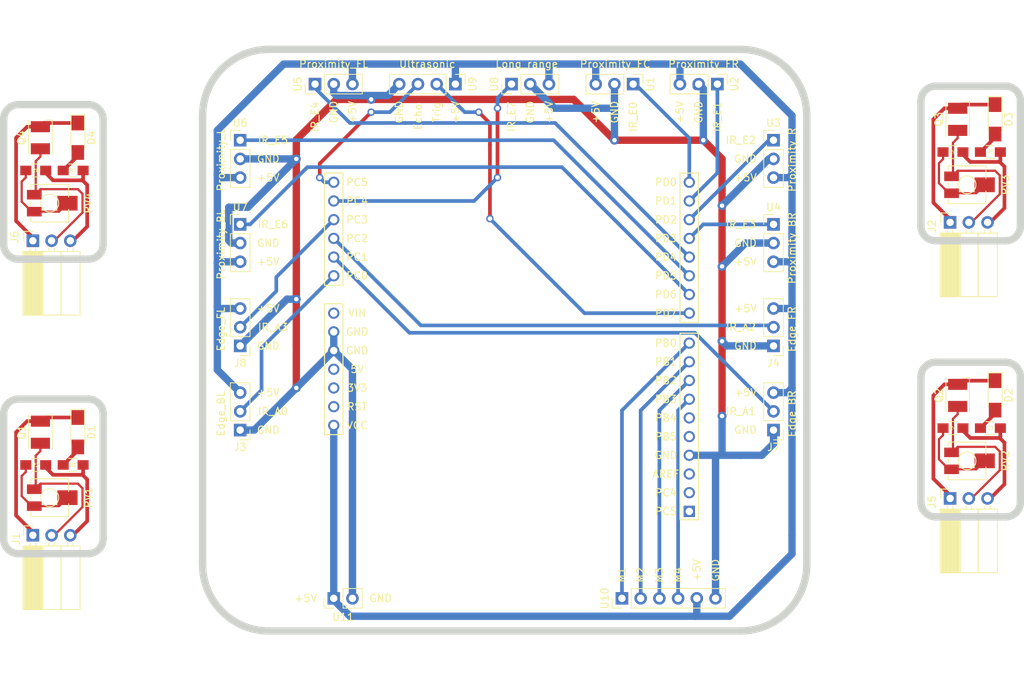
<source format=kicad_pcb>
(kicad_pcb (version 20171130) (host pcbnew "(5.0.1)-4")

  (general
    (thickness 1.6)
    (drawings 97)
    (tracks 346)
    (zones 0)
    (modules 40)
    (nets 38)
  )

  (page A4)
  (layers
    (0 F.Cu signal)
    (31 B.Cu signal)
    (32 B.Adhes user)
    (33 F.Adhes user)
    (34 B.Paste user)
    (35 F.Paste user)
    (36 B.SilkS user)
    (37 F.SilkS user)
    (38 B.Mask user)
    (39 F.Mask user)
    (40 Dwgs.User user)
    (41 Cmts.User user)
    (42 Eco1.User user)
    (43 Eco2.User user)
    (44 Edge.Cuts user)
    (45 Margin user)
    (46 B.CrtYd user)
    (47 F.CrtYd user)
    (48 B.Fab user)
    (49 F.Fab user)
  )

  (setup
    (last_trace_width 0.3)
    (user_trace_width 0.5)
    (user_trace_width 1)
    (trace_clearance 0.2)
    (zone_clearance 0.508)
    (zone_45_only no)
    (trace_min 0.2)
    (segment_width 0.2)
    (edge_width 1)
    (via_size 0.8)
    (via_drill 0.4)
    (via_min_size 0.4)
    (via_min_drill 0.3)
    (user_via 1 0.6)
    (user_via 1.2 0.6)
    (uvia_size 0.3)
    (uvia_drill 0.1)
    (uvias_allowed no)
    (uvia_min_size 0.2)
    (uvia_min_drill 0.1)
    (pcb_text_width 0.3)
    (pcb_text_size 1.5 1.5)
    (mod_edge_width 0.15)
    (mod_text_size 1 1)
    (mod_text_width 0.15)
    (pad_size 2 1.3)
    (pad_drill 0)
    (pad_to_mask_clearance 0.051)
    (solder_mask_min_width 0.25)
    (aux_axis_origin 0 0)
    (grid_origin 63 74.5)
    (visible_elements 7FFFFFFF)
    (pcbplotparams
      (layerselection 0x010fc_ffffffff)
      (usegerberextensions false)
      (usegerberattributes false)
      (usegerberadvancedattributes false)
      (creategerberjobfile false)
      (excludeedgelayer true)
      (linewidth 0.100000)
      (plotframeref false)
      (viasonmask false)
      (mode 1)
      (useauxorigin false)
      (hpglpennumber 1)
      (hpglpenspeed 20)
      (hpglpendiameter 15.000000)
      (psnegative false)
      (psa4output false)
      (plotreference true)
      (plotvalue true)
      (plotinvisibletext false)
      (padsonsilk false)
      (subtractmaskfromsilk false)
      (outputformat 1)
      (mirror false)
      (drillshape 1)
      (scaleselection 1)
      (outputdirectory ""))
  )

  (net 0 "")
  (net 1 "Net-(D1-Pad2)")
  (net 2 GND)
  (net 3 "Net-(D2-Pad2)")
  (net 4 "Net-(D3-Pad2)")
  (net 5 "Net-(D4-Pad2)")
  (net 6 /Echo)
  (net 7 IR_E7)
  (net 8 IR_A3)
  (net 9 IR_A2)
  (net 10 IR_A1)
  (net 11 IR_A0)
  (net 12 "Net-(MCU1-Pad26)")
  (net 13 "Net-(MCU1-Pad23)")
  (net 14 "Net-(MCU1-Pad22)")
  (net 15 "Net-(MCU1-Pad21)")
  (net 16 +5V)
  (net 17 IR_E0)
  (net 18 IR_E1)
  (net 19 IR_E2)
  (net 20 IR_E3)
  (net 21 IR_E4)
  (net 22 IR_E5)
  (net 23 IR_E6)
  (net 24 /Trig)
  (net 25 M1)
  (net 26 M2)
  (net 27 M3)
  (net 28 M4)
  (net 29 "Net-(MCU1-Pad6)")
  (net 30 "Net-(MCU1-Pad5)")
  (net 31 "Net-(MCU1-Pad3)")
  (net 32 "Net-(MCU1-Pad2)")
  (net 33 "Net-(MCU1-Pad1)")
  (net 34 "Net-(R2-Pad2)")
  (net 35 "Net-(R4-Pad2)")
  (net 36 "Net-(R6-Pad2)")
  (net 37 "Net-(R8-Pad2)")

  (net_class Default "This is the default net class."
    (clearance 0.2)
    (trace_width 0.3)
    (via_dia 0.8)
    (via_drill 0.4)
    (uvia_dia 0.3)
    (uvia_drill 0.1)
    (add_net +5V)
    (add_net /Echo)
    (add_net /Trig)
    (add_net GND)
    (add_net IR_A0)
    (add_net IR_A1)
    (add_net IR_A2)
    (add_net IR_A3)
    (add_net IR_E0)
    (add_net IR_E1)
    (add_net IR_E2)
    (add_net IR_E3)
    (add_net IR_E4)
    (add_net IR_E5)
    (add_net IR_E6)
    (add_net IR_E7)
    (add_net M1)
    (add_net M2)
    (add_net M3)
    (add_net M4)
    (add_net "Net-(D1-Pad2)")
    (add_net "Net-(D2-Pad2)")
    (add_net "Net-(D3-Pad2)")
    (add_net "Net-(D4-Pad2)")
    (add_net "Net-(MCU1-Pad1)")
    (add_net "Net-(MCU1-Pad2)")
    (add_net "Net-(MCU1-Pad21)")
    (add_net "Net-(MCU1-Pad22)")
    (add_net "Net-(MCU1-Pad23)")
    (add_net "Net-(MCU1-Pad26)")
    (add_net "Net-(MCU1-Pad3)")
    (add_net "Net-(MCU1-Pad5)")
    (add_net "Net-(MCU1-Pad6)")
    (add_net "Net-(R2-Pad2)")
    (add_net "Net-(R4-Pad2)")
    (add_net "Net-(R6-Pad2)")
    (add_net "Net-(R8-Pad2)")
  )

  (net_class Default2 ""
    (clearance 0.2)
    (trace_width 0.5)
    (via_dia 1)
    (via_drill 0.6)
    (uvia_dia 0.3)
    (uvia_drill 0.1)
  )

  (net_class Power ""
    (clearance 0.2)
    (trace_width 1)
    (via_dia 1.2)
    (via_drill 0.6)
    (uvia_dia 0.3)
    (uvia_drill 0.1)
  )

  (module Custom_Footprints:ATmega328P_Xplained_mini (layer F.Cu) (tedit 605273E4) (tstamp 60525A34)
    (at 101.45 75.435)
    (path /604FC580)
    (fp_text reference MCU1 (at 30 27) (layer F.SilkS) hide
      (effects (font (size 1 1) (thickness 0.15)))
    )
    (fp_text value ATmega328P_Shield (at 30 28.575) (layer F.Fab)
      (effects (font (size 1 1) (thickness 0.15)))
    )
    (fp_line (start 55.86 53.464) (end 55.85 28.12) (layer F.SilkS) (width 0.15))
    (fp_line (start 55.85 28.12) (end 53.35 28.12) (layer F.SilkS) (width 0.15))
    (fp_line (start 53.36 53.464) (end 53.35 28.12) (layer F.SilkS) (width 0.15))
    (fp_line (start 53.36 53.464) (end 55.86 53.464) (layer F.SilkS) (width 0.15))
    (fp_line (start 55.85 26.65) (end 55.85 6.37) (layer F.SilkS) (width 0.15))
    (fp_line (start 53.35 26.65) (end 53.35 6.37) (layer F.SilkS) (width 0.15))
    (fp_line (start 55.85 6.37) (end 53.35 6.37) (layer F.SilkS) (width 0.15))
    (fp_line (start 53.35 26.65) (end 55.85 26.65) (layer F.SilkS) (width 0.15))
    (fp_line (start 5.1 41.9) (end 5.1 24.12) (layer F.SilkS) (width 0.15))
    (fp_line (start 7.6 41.9) (end 7.6 24.12) (layer F.SilkS) (width 0.15))
    (fp_line (start 5.1 41.9) (end 7.6 41.9) (layer F.SilkS) (width 0.15))
    (fp_line (start 7.6 24.12) (end 5.1 24.12) (layer F.SilkS) (width 0.15))
    (fp_line (start 7.6 6.37) (end 5.1 6.37) (layer F.SilkS) (width 0.15))
    (fp_line (start 7.6 21.62) (end 7.6 6.37) (layer F.SilkS) (width 0.15))
    (fp_line (start 5.1 21.62) (end 7.6 21.62) (layer F.SilkS) (width 0.15))
    (fp_line (start 24 75) (end 36 75) (layer F.Fab) (width 0.15))
    (fp_line (start 24 60) (end 24 75) (layer F.Fab) (width 0.15))
    (fp_line (start 36 60) (end 36 75) (layer F.Fab) (width 0.15))
    (fp_line (start 0 60) (end 24 60) (layer F.Fab) (width 0.15))
    (fp_line (start 60 0) (end 60 60) (layer F.Fab) (width 0.15))
    (fp_line (start 0 0) (end 60 0) (layer F.Fab) (width 0.15))
    (fp_line (start 36 60) (end 60 60) (layer F.Fab) (width 0.15))
    (fp_line (start 0 0) (end 0 60) (layer F.Fab) (width 0.15))
    (fp_line (start 5.1 21.62) (end 5.1 6.37) (layer F.SilkS) (width 0.15))
    (fp_text user PD0 (at 51.435 7.62) (layer F.SilkS)
      (effects (font (size 1 1) (thickness 0.15)))
    )
    (fp_text user PD1 (at 51.435 10.16) (layer F.SilkS)
      (effects (font (size 1 1) (thickness 0.15)))
    )
    (fp_text user PD2 (at 51.435 12.7) (layer F.SilkS)
      (effects (font (size 1 1) (thickness 0.15)))
    )
    (fp_text user PD3 (at 51.435 15.24) (layer F.SilkS)
      (effects (font (size 1 1) (thickness 0.15)))
    )
    (fp_text user PD4 (at 51.435 17.78) (layer F.SilkS)
      (effects (font (size 1 1) (thickness 0.15)))
    )
    (fp_text user PD5 (at 51.435 20.32) (layer F.SilkS)
      (effects (font (size 1 1) (thickness 0.15)))
    )
    (fp_text user PD6 (at 51.435 22.86) (layer F.SilkS)
      (effects (font (size 1 1) (thickness 0.15)))
    )
    (fp_text user PD7 (at 51.435 25.4) (layer F.SilkS)
      (effects (font (size 1 1) (thickness 0.15)))
    )
    (fp_text user PB0 (at 51.435 29.464) (layer F.SilkS)
      (effects (font (size 1 1) (thickness 0.15)))
    )
    (fp_text user PB1 (at 51.435 32.004) (layer F.SilkS)
      (effects (font (size 1 1) (thickness 0.15)))
    )
    (fp_text user PB5 (at 51.435 42.164) (layer F.SilkS)
      (effects (font (size 1 1) (thickness 0.15)))
    )
    (fp_text user PB2 (at 51.435 34.544) (layer F.SilkS)
      (effects (font (size 1 1) (thickness 0.15)))
    )
    (fp_text user AREF (at 51.435 47.244) (layer F.SilkS)
      (effects (font (size 1 1) (thickness 0.15)))
    )
    (fp_text user PB3 (at 51.435 37.084) (layer F.SilkS)
      (effects (font (size 1 1) (thickness 0.15)))
    )
    (fp_text user PB4 (at 51.435 39.624) (layer F.SilkS)
      (effects (font (size 1 1) (thickness 0.15)))
    )
    (fp_text user GND (at 51.435 44.704) (layer F.SilkS)
      (effects (font (size 1 1) (thickness 0.15)))
    )
    (fp_text user PC4 (at 51.435 49.784) (layer F.SilkS)
      (effects (font (size 1 1) (thickness 0.15)))
    )
    (fp_text user PC5 (at 51.435 52.324) (layer F.SilkS)
      (effects (font (size 1 1) (thickness 0.15)))
    )
    (fp_text user PC5 (at 9.525 7.62) (layer F.SilkS)
      (effects (font (size 1 1) (thickness 0.15)))
    )
    (fp_text user PC4 (at 9.525 10.16) (layer F.SilkS)
      (effects (font (size 1 1) (thickness 0.15)))
    )
    (fp_text user PC3 (at 9.525 12.7) (layer F.SilkS)
      (effects (font (size 1 1) (thickness 0.15)))
    )
    (fp_text user PC2 (at 9.525 15.24) (layer F.SilkS)
      (effects (font (size 1 1) (thickness 0.15)))
    )
    (fp_text user PC0 (at 9.525 20.32) (layer F.SilkS)
      (effects (font (size 1 1) (thickness 0.15)))
    )
    (fp_text user PC1 (at 9.525 17.78) (layer F.SilkS)
      (effects (font (size 1 1) (thickness 0.15)))
    )
    (fp_text user VIN (at 9.525 25.4) (layer F.SilkS)
      (effects (font (size 1 1) (thickness 0.15)))
    )
    (fp_text user GND (at 9.525 27.94) (layer F.SilkS)
      (effects (font (size 1 1) (thickness 0.15)))
    )
    (fp_text user 5V (at 9.525 33.02) (layer F.SilkS)
      (effects (font (size 1 1) (thickness 0.15)))
    )
    (fp_text user GND (at 9.525 30.48) (layer F.SilkS)
      (effects (font (size 1 1) (thickness 0.15)))
    )
    (fp_text user RST (at 9.525 38.1) (layer F.SilkS)
      (effects (font (size 1 1) (thickness 0.15)))
    )
    (fp_text user 3V3 (at 9.525 35.56) (layer F.SilkS)
      (effects (font (size 1 1) (thickness 0.15)))
    )
    (fp_text user VCC (at 9.525 40.64) (layer F.SilkS)
      (effects (font (size 1 1) (thickness 0.15)))
    )
    (pad 32 thru_hole circle (at 6.35 7.62) (size 1.524 1.524) (drill 1) (layers *.Cu *.Mask)
      (net 6 /Echo))
    (pad 31 thru_hole circle (at 6.35 10.16) (size 1.524 1.524) (drill 1) (layers *.Cu *.Mask)
      (net 7 IR_E7))
    (pad 30 thru_hole circle (at 6.35 12.7) (size 1.524 1.524) (drill 1) (layers *.Cu *.Mask)
      (net 8 IR_A3))
    (pad 29 thru_hole circle (at 6.35 15.24) (size 1.524 1.524) (drill 1) (layers *.Cu *.Mask)
      (net 9 IR_A2))
    (pad 28 thru_hole circle (at 6.35 17.78) (size 1.524 1.524) (drill 1) (layers *.Cu *.Mask)
      (net 10 IR_A1))
    (pad 27 thru_hole circle (at 6.35 20.32) (size 1.524 1.524) (drill 1) (layers *.Cu *.Mask)
      (net 11 IR_A0))
    (pad 26 thru_hole circle (at 6.35 25.4) (size 1.524 1.524) (drill 1) (layers *.Cu *.Mask)
      (net 12 "Net-(MCU1-Pad26)"))
    (pad 25 thru_hole circle (at 6.35 27.94) (size 1.524 1.524) (drill 1) (layers *.Cu *.Mask)
      (net 2 GND))
    (pad 24 thru_hole circle (at 6.35 30.48) (size 1.524 1.524) (drill 1) (layers *.Cu *.Mask)
      (net 2 GND))
    (pad 23 thru_hole circle (at 6.35 33.02) (size 1.524 1.524) (drill 1) (layers *.Cu *.Mask)
      (net 13 "Net-(MCU1-Pad23)"))
    (pad 22 thru_hole circle (at 6.35 35.56) (size 1.524 1.524) (drill 1) (layers *.Cu *.Mask)
      (net 14 "Net-(MCU1-Pad22)"))
    (pad 21 thru_hole circle (at 6.35 38.1) (size 1.524 1.524) (drill 1) (layers *.Cu *.Mask)
      (net 15 "Net-(MCU1-Pad21)"))
    (pad 20 thru_hole circle (at 6.35 40.64) (size 1.524 1.524) (drill 1) (layers *.Cu *.Mask)
      (net 16 +5V))
    (pad 18 thru_hole circle (at 54.61 7.62) (size 1.524 1.524) (drill 1) (layers *.Cu *.Mask)
      (net 17 IR_E0))
    (pad 17 thru_hole circle (at 54.61 10.16) (size 1.524 1.524) (drill 1) (layers *.Cu *.Mask)
      (net 18 IR_E1))
    (pad 16 thru_hole circle (at 54.61 12.7) (size 1.524 1.524) (drill 1) (layers *.Cu *.Mask)
      (net 19 IR_E2))
    (pad 15 thru_hole circle (at 54.61 15.24) (size 1.524 1.524) (drill 1) (layers *.Cu *.Mask)
      (net 20 IR_E3))
    (pad 14 thru_hole circle (at 54.61 17.78) (size 1.524 1.524) (drill 1) (layers *.Cu *.Mask)
      (net 21 IR_E4))
    (pad 13 thru_hole circle (at 54.61 20.32) (size 1.524 1.524) (drill 1) (layers *.Cu *.Mask)
      (net 22 IR_E5))
    (pad 12 thru_hole circle (at 54.61 22.86) (size 1.524 1.524) (drill 1) (layers *.Cu *.Mask)
      (net 23 IR_E6))
    (pad 11 thru_hole circle (at 54.61 25.4) (size 1.524 1.524) (drill 1) (layers *.Cu *.Mask)
      (net 24 /Trig))
    (pad 10 thru_hole circle (at 54.61 29.464 180) (size 1.524 1.524) (drill 1) (layers *.Cu *.Mask)
      (net 25 M1))
    (pad 9 thru_hole circle (at 54.61 32.004 180) (size 1.524 1.524) (drill 1) (layers *.Cu *.Mask)
      (net 26 M2))
    (pad 8 thru_hole circle (at 54.61 34.544 180) (size 1.524 1.524) (drill 1) (layers *.Cu *.Mask)
      (net 27 M3))
    (pad 7 thru_hole circle (at 54.61 37.084 180) (size 1.524 1.524) (drill 1) (layers *.Cu *.Mask)
      (net 28 M4))
    (pad 6 thru_hole circle (at 54.61 39.624 180) (size 1.524 1.524) (drill 1) (layers *.Cu *.Mask)
      (net 29 "Net-(MCU1-Pad6)"))
    (pad 5 thru_hole circle (at 54.61 42.164 180) (size 1.524 1.524) (drill 1) (layers *.Cu *.Mask)
      (net 30 "Net-(MCU1-Pad5)"))
    (pad 4 thru_hole circle (at 54.61 44.704 180) (size 1.524 1.524) (drill 1) (layers *.Cu *.Mask)
      (net 2 GND))
    (pad 3 thru_hole circle (at 54.61 47.244 180) (size 1.524 1.524) (drill 1) (layers *.Cu *.Mask)
      (net 31 "Net-(MCU1-Pad3)"))
    (pad 2 thru_hole circle (at 54.61 49.784 180) (size 1.524 1.524) (drill 1) (layers *.Cu *.Mask)
      (net 32 "Net-(MCU1-Pad2)"))
    (pad 1 thru_hole rect (at 54.61 52.324 180) (size 1.524 1.524) (drill 1) (layers *.Cu *.Mask)
      (net 33 "Net-(MCU1-Pad1)"))
  )

  (module Potentiometers:Potentiometer_Trimmer_Vishay_TS53YL (layer F.Cu) (tedit 605266E0) (tstamp 6052BA63)
    (at 69.255 85.895 180)
    (descr "Spindle Trimmer Potentiometer, Vishay TS53YL, https://www.bourns.com/pdfs/3224.pdf")
    (tags "Spindle Trimmer Potentiometer   Vishay TS53YL")
    (path /604F696C/60549B1C)
    (attr smd)
    (fp_text reference RV4 (at -5.245 0 90) (layer F.SilkS)
      (effects (font (size 1 1) (thickness 0.15)))
    )
    (fp_text value 10k (at -0.18 3.75 180) (layer F.Fab)
      (effects (font (size 1 1) (thickness 0.15)))
    )
    (fp_circle (center 0 0) (end 1.21 0) (layer F.SilkS) (width 0.12))
    (fp_circle (center 0 0) (end 1.15 0) (layer F.Fab) (width 0.1))
    (fp_line (start 3.67 -2.75) (end -4.03 -2.75) (layer F.CrtYd) (width 0.05))
    (fp_line (start 3.67 2.75) (end 3.67 -2.75) (layer F.CrtYd) (width 0.05))
    (fp_line (start -4.03 2.75) (end 3.67 2.75) (layer F.CrtYd) (width 0.05))
    (fp_line (start -4.03 -2.75) (end -4.03 2.75) (layer F.CrtYd) (width 0.05))
    (fp_line (start 2.56 1.98) (end 2.56 2.56) (layer F.SilkS) (width 0.12))
    (fp_line (start 2.56 -0.32) (end 2.56 0.32) (layer F.SilkS) (width 0.12))
    (fp_line (start 2.56 -2.56) (end 2.56 -1.98) (layer F.SilkS) (width 0.12))
    (fp_line (start -2.56 0.83) (end -2.56 2.56) (layer F.SilkS) (width 0.12))
    (fp_line (start -2.56 -2.56) (end -2.56 -0.83) (layer F.SilkS) (width 0.12))
    (fp_line (start -2.56 2.56) (end 2.56 2.56) (layer F.SilkS) (width 0.12))
    (fp_line (start -2.56 -2.56) (end 2.56 -2.56) (layer F.SilkS) (width 0.12))
    (fp_line (start -0.92 0.06) (end -0.92 -0.06) (layer F.Fab) (width 0.1))
    (fp_line (start -0.06 0.06) (end -0.92 0.06) (layer F.Fab) (width 0.1))
    (fp_line (start -0.06 0.92) (end -0.06 0.06) (layer F.Fab) (width 0.1))
    (fp_line (start 0.06 0.92) (end -0.06 0.92) (layer F.Fab) (width 0.1))
    (fp_line (start 0.06 0.06) (end 0.06 0.92) (layer F.Fab) (width 0.1))
    (fp_line (start 0.92 0.06) (end 0.06 0.06) (layer F.Fab) (width 0.1))
    (fp_line (start 0.92 -0.06) (end 0.92 0.06) (layer F.Fab) (width 0.1))
    (fp_line (start 0.06 -0.06) (end 0.92 -0.06) (layer F.Fab) (width 0.1))
    (fp_line (start 0.06 -0.92) (end 0.06 -0.06) (layer F.Fab) (width 0.1))
    (fp_line (start -0.06 -0.92) (end 0.06 -0.92) (layer F.Fab) (width 0.1))
    (fp_line (start -0.06 -0.06) (end -0.06 -0.92) (layer F.Fab) (width 0.1))
    (fp_line (start -0.92 -0.06) (end -0.06 -0.06) (layer F.Fab) (width 0.1))
    (fp_line (start 2.5 -2.5) (end -2.5 -2.5) (layer F.Fab) (width 0.1))
    (fp_line (start 2.5 2.5) (end 2.5 -2.5) (layer F.Fab) (width 0.1))
    (fp_line (start -2.5 2.5) (end 2.5 2.5) (layer F.Fab) (width 0.1))
    (fp_line (start -2.5 -2.5) (end -2.5 2.5) (layer F.Fab) (width 0.1))
    (pad 3 smd rect (at 2.1 1.15 180) (size 2 1.3) (layers F.Cu F.Mask)
      (net 8 IR_A3))
    (pad 2 smd rect (at -2.4 0 180) (size 2.75 2) (layers F.Cu F.Mask)
      (net 37 "Net-(R8-Pad2)"))
    (pad 1 smd rect (at 2.1 -1.15 180) (size 2 1.3) (layers F.Cu F.Mask)
      (net 37 "Net-(R8-Pad2)"))
    (model Potentiometers.3dshapes/Potentiometer_Trimmer_Vishay_TS53YL.wrl
      (offset (xyz 1.015999984741211 0 0))
      (scale (xyz 0.39 0.39 0.39))
      (rotate (xyz 0 0 0))
    )
  )

  (module Resistors_SMD:R_0805_HandSoldering (layer F.Cu) (tedit 60526700) (tstamp 6052BA53)
    (at 72.43 81.45 180)
    (descr "Resistor SMD 0805, hand soldering")
    (tags "resistor 0805")
    (path /604F696C/604FAAB5)
    (attr smd)
    (fp_text reference R7 (at 0 0 180) (layer F.SilkS)
      (effects (font (size 0.5 0.5) (thickness 0.075)))
    )
    (fp_text value 100R (at 0 1.75 180) (layer F.Fab)
      (effects (font (size 1 1) (thickness 0.15)))
    )
    (fp_text user %R (at 0 0 180) (layer F.Fab)
      (effects (font (size 0.5 0.5) (thickness 0.075)))
    )
    (fp_line (start -1 0.62) (end -1 -0.62) (layer F.Fab) (width 0.1))
    (fp_line (start 1 0.62) (end -1 0.62) (layer F.Fab) (width 0.1))
    (fp_line (start 1 -0.62) (end 1 0.62) (layer F.Fab) (width 0.1))
    (fp_line (start -1 -0.62) (end 1 -0.62) (layer F.Fab) (width 0.1))
    (fp_line (start 0.6 0.88) (end -0.6 0.88) (layer F.SilkS) (width 0.12))
    (fp_line (start -0.6 -0.88) (end 0.6 -0.88) (layer F.SilkS) (width 0.12))
    (fp_line (start -2.35 -0.9) (end 2.35 -0.9) (layer F.CrtYd) (width 0.05))
    (fp_line (start -2.35 -0.9) (end -2.35 0.9) (layer F.CrtYd) (width 0.05))
    (fp_line (start 2.35 0.9) (end 2.35 -0.9) (layer F.CrtYd) (width 0.05))
    (fp_line (start 2.35 0.9) (end -2.35 0.9) (layer F.CrtYd) (width 0.05))
    (pad 1 smd rect (at -1.35 0 180) (size 1.5 1.3) (layers F.Cu F.Paste F.Mask)
      (net 16 +5V))
    (pad 2 smd rect (at 1.35 0 180) (size 1.5 1.3) (layers F.Cu F.Paste F.Mask)
      (net 5 "Net-(D4-Pad2)"))
    (model ${KISYS3DMOD}/Resistors_SMD.3dshapes/R_0805.wrl
      (at (xyz 0 0 0))
      (scale (xyz 1 1 1))
      (rotate (xyz 0 0 0))
    )
  )

  (module Socket_Strips:Socket_Strip_Angled_1x03_Pitch2.54mm (layer F.Cu) (tedit 605266C9) (tstamp 6052B9FA)
    (at 66.96 91 90)
    (descr "Through hole angled socket strip, 1x03, 2.54mm pitch, 8.51mm socket length, single row")
    (tags "Through hole angled socket strip THT 1x03 2.54mm single row")
    (path /604F696C/60593100)
    (fp_text reference J6 (at 0.5 -2.46 90) (layer F.SilkS)
      (effects (font (size 1 1) (thickness 0.15)))
    )
    (fp_text value Conn_01x03 (at -4.38 7.35 90) (layer F.Fab)
      (effects (font (size 1 1) (thickness 0.15)))
    )
    (fp_line (start -1.52 -1.27) (end -1.52 1.27) (layer F.Fab) (width 0.1))
    (fp_line (start -1.52 1.27) (end -10.03 1.27) (layer F.Fab) (width 0.1))
    (fp_line (start -10.03 1.27) (end -10.03 -1.27) (layer F.Fab) (width 0.1))
    (fp_line (start -10.03 -1.27) (end -1.52 -1.27) (layer F.Fab) (width 0.1))
    (fp_line (start 0 -0.32) (end 0 0.32) (layer F.Fab) (width 0.1))
    (fp_line (start 0 0.32) (end -1.52 0.32) (layer F.Fab) (width 0.1))
    (fp_line (start -1.52 0.32) (end -1.52 -0.32) (layer F.Fab) (width 0.1))
    (fp_line (start -1.52 -0.32) (end 0 -0.32) (layer F.Fab) (width 0.1))
    (fp_line (start -1.52 1.27) (end -1.52 3.81) (layer F.Fab) (width 0.1))
    (fp_line (start -1.52 3.81) (end -10.03 3.81) (layer F.Fab) (width 0.1))
    (fp_line (start -10.03 3.81) (end -10.03 1.27) (layer F.Fab) (width 0.1))
    (fp_line (start -10.03 1.27) (end -1.52 1.27) (layer F.Fab) (width 0.1))
    (fp_line (start 0 2.22) (end 0 2.86) (layer F.Fab) (width 0.1))
    (fp_line (start 0 2.86) (end -1.52 2.86) (layer F.Fab) (width 0.1))
    (fp_line (start -1.52 2.86) (end -1.52 2.22) (layer F.Fab) (width 0.1))
    (fp_line (start -1.52 2.22) (end 0 2.22) (layer F.Fab) (width 0.1))
    (fp_line (start -1.52 3.81) (end -1.52 6.35) (layer F.Fab) (width 0.1))
    (fp_line (start -1.52 6.35) (end -10.03 6.35) (layer F.Fab) (width 0.1))
    (fp_line (start -10.03 6.35) (end -10.03 3.81) (layer F.Fab) (width 0.1))
    (fp_line (start -10.03 3.81) (end -1.52 3.81) (layer F.Fab) (width 0.1))
    (fp_line (start 0 4.76) (end 0 5.4) (layer F.Fab) (width 0.1))
    (fp_line (start 0 5.4) (end -1.52 5.4) (layer F.Fab) (width 0.1))
    (fp_line (start -1.52 5.4) (end -1.52 4.76) (layer F.Fab) (width 0.1))
    (fp_line (start -1.52 4.76) (end 0 4.76) (layer F.Fab) (width 0.1))
    (fp_line (start -1.46 -1.33) (end -1.46 1.27) (layer F.SilkS) (width 0.12))
    (fp_line (start -1.46 1.27) (end -10.09 1.27) (layer F.SilkS) (width 0.12))
    (fp_line (start -10.09 1.27) (end -10.09 -1.33) (layer F.SilkS) (width 0.12))
    (fp_line (start -10.09 -1.33) (end -1.46 -1.33) (layer F.SilkS) (width 0.12))
    (fp_line (start -1.03 -0.38) (end -1.46 -0.38) (layer F.SilkS) (width 0.12))
    (fp_line (start -1.03 0.38) (end -1.46 0.38) (layer F.SilkS) (width 0.12))
    (fp_line (start -1.46 -1.15) (end -10.09 -1.15) (layer F.SilkS) (width 0.12))
    (fp_line (start -1.46 -1.03) (end -10.09 -1.03) (layer F.SilkS) (width 0.12))
    (fp_line (start -1.46 -0.91) (end -10.09 -0.91) (layer F.SilkS) (width 0.12))
    (fp_line (start -1.46 -0.79) (end -10.09 -0.79) (layer F.SilkS) (width 0.12))
    (fp_line (start -1.46 -0.67) (end -10.09 -0.67) (layer F.SilkS) (width 0.12))
    (fp_line (start -1.46 -0.55) (end -10.09 -0.55) (layer F.SilkS) (width 0.12))
    (fp_line (start -1.46 -0.43) (end -10.09 -0.43) (layer F.SilkS) (width 0.12))
    (fp_line (start -1.46 -0.31) (end -10.09 -0.31) (layer F.SilkS) (width 0.12))
    (fp_line (start -1.46 -0.19) (end -10.09 -0.19) (layer F.SilkS) (width 0.12))
    (fp_line (start -1.46 -0.07) (end -10.09 -0.07) (layer F.SilkS) (width 0.12))
    (fp_line (start -1.46 0.05) (end -10.09 0.05) (layer F.SilkS) (width 0.12))
    (fp_line (start -1.46 0.17) (end -10.09 0.17) (layer F.SilkS) (width 0.12))
    (fp_line (start -1.46 0.29) (end -10.09 0.29) (layer F.SilkS) (width 0.12))
    (fp_line (start -1.46 0.41) (end -10.09 0.41) (layer F.SilkS) (width 0.12))
    (fp_line (start -1.46 0.53) (end -10.09 0.53) (layer F.SilkS) (width 0.12))
    (fp_line (start -1.46 0.65) (end -10.09 0.65) (layer F.SilkS) (width 0.12))
    (fp_line (start -1.46 0.77) (end -10.09 0.77) (layer F.SilkS) (width 0.12))
    (fp_line (start -1.46 0.89) (end -10.09 0.89) (layer F.SilkS) (width 0.12))
    (fp_line (start -1.46 1.01) (end -10.09 1.01) (layer F.SilkS) (width 0.12))
    (fp_line (start -1.46 1.13) (end -10.09 1.13) (layer F.SilkS) (width 0.12))
    (fp_line (start -1.46 1.25) (end -10.09 1.25) (layer F.SilkS) (width 0.12))
    (fp_line (start -1.46 1.37) (end -10.09 1.37) (layer F.SilkS) (width 0.12))
    (fp_line (start -1.46 1.27) (end -1.46 3.81) (layer F.SilkS) (width 0.12))
    (fp_line (start -1.46 3.81) (end -10.09 3.81) (layer F.SilkS) (width 0.12))
    (fp_line (start -10.09 3.81) (end -10.09 1.27) (layer F.SilkS) (width 0.12))
    (fp_line (start -10.09 1.27) (end -1.46 1.27) (layer F.SilkS) (width 0.12))
    (fp_line (start -1.03 2.16) (end -1.46 2.16) (layer F.SilkS) (width 0.12))
    (fp_line (start -1.03 2.92) (end -1.46 2.92) (layer F.SilkS) (width 0.12))
    (fp_line (start -1.46 3.81) (end -1.46 6.41) (layer F.SilkS) (width 0.12))
    (fp_line (start -1.46 6.41) (end -10.09 6.41) (layer F.SilkS) (width 0.12))
    (fp_line (start -10.09 6.41) (end -10.09 3.81) (layer F.SilkS) (width 0.12))
    (fp_line (start -10.09 3.81) (end -1.46 3.81) (layer F.SilkS) (width 0.12))
    (fp_line (start -1.03 4.7) (end -1.46 4.7) (layer F.SilkS) (width 0.12))
    (fp_line (start -1.03 5.46) (end -1.46 5.46) (layer F.SilkS) (width 0.12))
    (fp_line (start 0 -1.27) (end 1.27 -1.27) (layer F.SilkS) (width 0.12))
    (fp_line (start 1.27 -1.27) (end 1.27 0) (layer F.SilkS) (width 0.12))
    (fp_line (start 1.8 -1.8) (end 1.8 6.85) (layer F.CrtYd) (width 0.05))
    (fp_line (start 1.8 6.85) (end -10.55 6.85) (layer F.CrtYd) (width 0.05))
    (fp_line (start -10.55 6.85) (end -10.55 -1.8) (layer F.CrtYd) (width 0.05))
    (fp_line (start -10.55 -1.8) (end 1.8 -1.8) (layer F.CrtYd) (width 0.05))
    (fp_text user %R (at -4.38 -2.27 90) (layer F.Fab)
      (effects (font (size 1 1) (thickness 0.15)))
    )
    (pad 1 thru_hole rect (at 0 0 90) (size 1.7 1.7) (drill 1) (layers *.Cu *.Mask)
      (net 2 GND))
    (pad 2 thru_hole oval (at 0 2.54 90) (size 1.7 1.7) (drill 1) (layers *.Cu *.Mask)
      (net 8 IR_A3))
    (pad 3 thru_hole oval (at 0 5.08 90) (size 1.7 1.7) (drill 1) (layers *.Cu *.Mask)
      (net 16 +5V))
    (model ${KISYS3DMOD}/Socket_Strips.3dshapes/Socket_Strip_Angled_1x03_Pitch2.54mm.wrl
      (offset (xyz 0 -2.539999961853027 0))
      (scale (xyz 1 1 1))
      (rotate (xyz 0 0 270))
    )
  )

  (module Resistors_SMD:R_0805_HandSoldering (layer F.Cu) (tedit 605266FC) (tstamp 6052B9E0)
    (at 67.35 81.45 180)
    (descr "Resistor SMD 0805, hand soldering")
    (tags "resistor 0805")
    (path /604F696C/60549B23)
    (attr smd)
    (fp_text reference R8 (at 0 0 180) (layer F.SilkS)
      (effects (font (size 0.5 0.5) (thickness 0.075)))
    )
    (fp_text value 10k (at 0 1.75 180) (layer F.Fab)
      (effects (font (size 1 1) (thickness 0.15)))
    )
    (fp_line (start 2.35 0.9) (end -2.35 0.9) (layer F.CrtYd) (width 0.05))
    (fp_line (start 2.35 0.9) (end 2.35 -0.9) (layer F.CrtYd) (width 0.05))
    (fp_line (start -2.35 -0.9) (end -2.35 0.9) (layer F.CrtYd) (width 0.05))
    (fp_line (start -2.35 -0.9) (end 2.35 -0.9) (layer F.CrtYd) (width 0.05))
    (fp_line (start -0.6 -0.88) (end 0.6 -0.88) (layer F.SilkS) (width 0.12))
    (fp_line (start 0.6 0.88) (end -0.6 0.88) (layer F.SilkS) (width 0.12))
    (fp_line (start -1 -0.62) (end 1 -0.62) (layer F.Fab) (width 0.1))
    (fp_line (start 1 -0.62) (end 1 0.62) (layer F.Fab) (width 0.1))
    (fp_line (start 1 0.62) (end -1 0.62) (layer F.Fab) (width 0.1))
    (fp_line (start -1 0.62) (end -1 -0.62) (layer F.Fab) (width 0.1))
    (fp_text user %R (at 0 0 180) (layer F.Fab)
      (effects (font (size 0.5 0.5) (thickness 0.075)))
    )
    (pad 2 smd rect (at 1.35 0 180) (size 1.5 1.3) (layers F.Cu F.Paste F.Mask)
      (net 37 "Net-(R8-Pad2)"))
    (pad 1 smd rect (at -1.35 0 180) (size 1.5 1.3) (layers F.Cu F.Paste F.Mask)
      (net 16 +5V))
    (model ${KISYS3DMOD}/Resistors_SMD.3dshapes/R_0805.wrl
      (at (xyz 0 0 0))
      (scale (xyz 1 1 1))
      (rotate (xyz 0 0 0))
    )
  )

  (module LEDs:LED_PLCC-2 (layer F.Cu) (tedit 605266D0) (tstamp 6052B9CD)
    (at 67.985 77.005 270)
    (descr "LED PLCC-2 SMD package")
    (tags "LED PLCC-2 SMD")
    (path /604F696C/60549B15)
    (attr smd)
    (fp_text reference Q4 (at 0 2.54 270) (layer F.SilkS)
      (effects (font (size 1 1) (thickness 0.15)))
    )
    (fp_text value Q_Photo (at 0 2.54 270) (layer F.Fab)
      (effects (font (size 1 1) (thickness 0.15)))
    )
    (fp_circle (center 0 0) (end 0 -1.25) (layer F.Fab) (width 0.1))
    (fp_line (start -1.7 -0.6) (end -0.8 -1.5) (layer F.Fab) (width 0.1))
    (fp_line (start 1.7 1.5) (end 1.7 -1.5) (layer F.Fab) (width 0.1))
    (fp_line (start 1.7 -1.5) (end -1.7 -1.5) (layer F.Fab) (width 0.1))
    (fp_line (start -1.7 -1.5) (end -1.7 1.5) (layer F.Fab) (width 0.1))
    (fp_line (start -1.7 1.5) (end 1.7 1.5) (layer F.Fab) (width 0.1))
    (fp_line (start -2.65 -1.85) (end 2.5 -1.85) (layer F.CrtYd) (width 0.05))
    (fp_line (start 2.5 -1.85) (end 2.5 1.85) (layer F.CrtYd) (width 0.05))
    (fp_line (start 2.5 1.85) (end -2.65 1.85) (layer F.CrtYd) (width 0.05))
    (fp_line (start -2.65 1.85) (end -2.65 -1.85) (layer F.CrtYd) (width 0.05))
    (fp_line (start 2.25 1.6) (end -2.4 1.6) (layer F.SilkS) (width 0.12))
    (fp_line (start 2.25 -1.6) (end -2.4 -1.6) (layer F.SilkS) (width 0.12))
    (fp_line (start -2.4 -1.6) (end -2.4 -0.8) (layer F.SilkS) (width 0.12))
    (fp_text user %R (at 0 0 270) (layer F.Fab)
      (effects (font (size 0.4 0.4) (thickness 0.1)))
    )
    (pad 1 smd rect (at -1.5 0 270) (size 1.5 2.6) (layers F.Cu F.Paste F.Mask)
      (net 2 GND))
    (pad 2 smd rect (at 1.5 0 270) (size 1.5 2.6) (layers F.Cu F.Paste F.Mask)
      (net 8 IR_A3))
    (model ${KISYS3DMOD}/LEDs.3dshapes/LED_PLCC-2.wrl
      (at (xyz 0 0 0))
      (scale (xyz 1 1 1))
      (rotate (xyz 0 0 0))
    )
  )

  (module LEDs:LED_1206_HandSoldering (layer F.Cu) (tedit 605266D2) (tstamp 6052B9B9)
    (at 73.065 77.005 270)
    (descr "LED SMD 1206, hand soldering")
    (tags "LED 1206")
    (path /604F696C/604FAAAE)
    (attr smd)
    (fp_text reference D4 (at 0 -1.85 270) (layer F.SilkS)
      (effects (font (size 1 1) (thickness 0.15)))
    )
    (fp_text value LED_IR (at 0 1.9 270) (layer F.Fab)
      (effects (font (size 1 1) (thickness 0.15)))
    )
    (fp_line (start -3.1 -0.95) (end -3.1 0.95) (layer F.SilkS) (width 0.12))
    (fp_line (start -0.4 0) (end 0.2 -0.4) (layer F.Fab) (width 0.1))
    (fp_line (start 0.2 -0.4) (end 0.2 0.4) (layer F.Fab) (width 0.1))
    (fp_line (start 0.2 0.4) (end -0.4 0) (layer F.Fab) (width 0.1))
    (fp_line (start -0.45 -0.4) (end -0.45 0.4) (layer F.Fab) (width 0.1))
    (fp_line (start -1.6 0.8) (end -1.6 -0.8) (layer F.Fab) (width 0.1))
    (fp_line (start 1.6 0.8) (end -1.6 0.8) (layer F.Fab) (width 0.1))
    (fp_line (start 1.6 -0.8) (end 1.6 0.8) (layer F.Fab) (width 0.1))
    (fp_line (start -1.6 -0.8) (end 1.6 -0.8) (layer F.Fab) (width 0.1))
    (fp_line (start -3.1 0.95) (end 1.6 0.95) (layer F.SilkS) (width 0.12))
    (fp_line (start -3.1 -0.95) (end 1.6 -0.95) (layer F.SilkS) (width 0.12))
    (fp_line (start -3.25 -1.11) (end 3.25 -1.11) (layer F.CrtYd) (width 0.05))
    (fp_line (start -3.25 -1.11) (end -3.25 1.1) (layer F.CrtYd) (width 0.05))
    (fp_line (start 3.25 1.1) (end 3.25 -1.11) (layer F.CrtYd) (width 0.05))
    (fp_line (start 3.25 1.1) (end -3.25 1.1) (layer F.CrtYd) (width 0.05))
    (pad 1 smd rect (at -2 0 270) (size 2 1.7) (layers F.Cu F.Paste F.Mask)
      (net 2 GND))
    (pad 2 smd rect (at 2 0 270) (size 2 1.7) (layers F.Cu F.Paste F.Mask)
      (net 5 "Net-(D4-Pad2)"))
    (model ${KISYS3DMOD}/LEDs.3dshapes/LED_1206.wrl
      (at (xyz 0 0 0))
      (scale (xyz 1 1 1))
      (rotate (xyz 0 0 180))
    )
  )

  (module Potentiometers:Potentiometer_Trimmer_Vishay_TS53YL (layer F.Cu) (tedit 605266AD) (tstamp 6052BA63)
    (at 193.755 83.395 180)
    (descr "Spindle Trimmer Potentiometer, Vishay TS53YL, https://www.bourns.com/pdfs/3224.pdf")
    (tags "Spindle Trimmer Potentiometer   Vishay TS53YL")
    (path /604F696C/6056EEF9)
    (attr smd)
    (fp_text reference RV3 (at -5.245 0 90) (layer F.SilkS)
      (effects (font (size 1 1) (thickness 0.15)))
    )
    (fp_text value 10k (at -0.18 3.75 180) (layer F.Fab)
      (effects (font (size 1 1) (thickness 0.15)))
    )
    (fp_circle (center 0 0) (end 1.21 0) (layer F.SilkS) (width 0.12))
    (fp_circle (center 0 0) (end 1.15 0) (layer F.Fab) (width 0.1))
    (fp_line (start 3.67 -2.75) (end -4.03 -2.75) (layer F.CrtYd) (width 0.05))
    (fp_line (start 3.67 2.75) (end 3.67 -2.75) (layer F.CrtYd) (width 0.05))
    (fp_line (start -4.03 2.75) (end 3.67 2.75) (layer F.CrtYd) (width 0.05))
    (fp_line (start -4.03 -2.75) (end -4.03 2.75) (layer F.CrtYd) (width 0.05))
    (fp_line (start 2.56 1.98) (end 2.56 2.56) (layer F.SilkS) (width 0.12))
    (fp_line (start 2.56 -0.32) (end 2.56 0.32) (layer F.SilkS) (width 0.12))
    (fp_line (start 2.56 -2.56) (end 2.56 -1.98) (layer F.SilkS) (width 0.12))
    (fp_line (start -2.56 0.83) (end -2.56 2.56) (layer F.SilkS) (width 0.12))
    (fp_line (start -2.56 -2.56) (end -2.56 -0.83) (layer F.SilkS) (width 0.12))
    (fp_line (start -2.56 2.56) (end 2.56 2.56) (layer F.SilkS) (width 0.12))
    (fp_line (start -2.56 -2.56) (end 2.56 -2.56) (layer F.SilkS) (width 0.12))
    (fp_line (start -0.92 0.06) (end -0.92 -0.06) (layer F.Fab) (width 0.1))
    (fp_line (start -0.06 0.06) (end -0.92 0.06) (layer F.Fab) (width 0.1))
    (fp_line (start -0.06 0.92) (end -0.06 0.06) (layer F.Fab) (width 0.1))
    (fp_line (start 0.06 0.92) (end -0.06 0.92) (layer F.Fab) (width 0.1))
    (fp_line (start 0.06 0.06) (end 0.06 0.92) (layer F.Fab) (width 0.1))
    (fp_line (start 0.92 0.06) (end 0.06 0.06) (layer F.Fab) (width 0.1))
    (fp_line (start 0.92 -0.06) (end 0.92 0.06) (layer F.Fab) (width 0.1))
    (fp_line (start 0.06 -0.06) (end 0.92 -0.06) (layer F.Fab) (width 0.1))
    (fp_line (start 0.06 -0.92) (end 0.06 -0.06) (layer F.Fab) (width 0.1))
    (fp_line (start -0.06 -0.92) (end 0.06 -0.92) (layer F.Fab) (width 0.1))
    (fp_line (start -0.06 -0.06) (end -0.06 -0.92) (layer F.Fab) (width 0.1))
    (fp_line (start -0.92 -0.06) (end -0.06 -0.06) (layer F.Fab) (width 0.1))
    (fp_line (start 2.5 -2.5) (end -2.5 -2.5) (layer F.Fab) (width 0.1))
    (fp_line (start 2.5 2.5) (end 2.5 -2.5) (layer F.Fab) (width 0.1))
    (fp_line (start -2.5 2.5) (end 2.5 2.5) (layer F.Fab) (width 0.1))
    (fp_line (start -2.5 -2.5) (end -2.5 2.5) (layer F.Fab) (width 0.1))
    (pad 3 smd rect (at 2.1 1.15 180) (size 2 1.3) (layers F.Cu F.Mask)
      (net 9 IR_A2))
    (pad 2 smd rect (at -2.4 0 180) (size 2.75 2) (layers F.Cu F.Mask)
      (net 36 "Net-(R6-Pad2)"))
    (pad 1 smd rect (at 2.1 -1.15 180) (size 2 1.3) (layers F.Cu F.Mask)
      (net 36 "Net-(R6-Pad2)"))
    (model Potentiometers.3dshapes/Potentiometer_Trimmer_Vishay_TS53YL.wrl
      (offset (xyz 1.015999984741211 0 0))
      (scale (xyz 0.39 0.39 0.39))
      (rotate (xyz 0 0 0))
    )
  )

  (module Resistors_SMD:R_0805_HandSoldering (layer F.Cu) (tedit 605266F6) (tstamp 6052BA53)
    (at 196.93 78.95 180)
    (descr "Resistor SMD 0805, hand soldering")
    (tags "resistor 0805")
    (path /604F696C/604FA1F8)
    (attr smd)
    (fp_text reference R5 (at 0 0 180) (layer F.SilkS)
      (effects (font (size 0.5 0.5) (thickness 0.075)))
    )
    (fp_text value 100R (at 0 1.75 180) (layer F.Fab)
      (effects (font (size 1 1) (thickness 0.15)))
    )
    (fp_text user %R (at 0 0 180) (layer F.Fab)
      (effects (font (size 0.5 0.5) (thickness 0.075)))
    )
    (fp_line (start -1 0.62) (end -1 -0.62) (layer F.Fab) (width 0.1))
    (fp_line (start 1 0.62) (end -1 0.62) (layer F.Fab) (width 0.1))
    (fp_line (start 1 -0.62) (end 1 0.62) (layer F.Fab) (width 0.1))
    (fp_line (start -1 -0.62) (end 1 -0.62) (layer F.Fab) (width 0.1))
    (fp_line (start 0.6 0.88) (end -0.6 0.88) (layer F.SilkS) (width 0.12))
    (fp_line (start -0.6 -0.88) (end 0.6 -0.88) (layer F.SilkS) (width 0.12))
    (fp_line (start -2.35 -0.9) (end 2.35 -0.9) (layer F.CrtYd) (width 0.05))
    (fp_line (start -2.35 -0.9) (end -2.35 0.9) (layer F.CrtYd) (width 0.05))
    (fp_line (start 2.35 0.9) (end 2.35 -0.9) (layer F.CrtYd) (width 0.05))
    (fp_line (start 2.35 0.9) (end -2.35 0.9) (layer F.CrtYd) (width 0.05))
    (pad 1 smd rect (at -1.35 0 180) (size 1.5 1.3) (layers F.Cu F.Paste F.Mask)
      (net 16 +5V))
    (pad 2 smd rect (at 1.35 0 180) (size 1.5 1.3) (layers F.Cu F.Paste F.Mask)
      (net 4 "Net-(D3-Pad2)"))
    (model ${KISYS3DMOD}/Resistors_SMD.3dshapes/R_0805.wrl
      (at (xyz 0 0 0))
      (scale (xyz 1 1 1))
      (rotate (xyz 0 0 0))
    )
  )

  (module Socket_Strips:Socket_Strip_Angled_1x03_Pitch2.54mm (layer F.Cu) (tedit 605266C3) (tstamp 6052B9FA)
    (at 191.46 88.5 90)
    (descr "Through hole angled socket strip, 1x03, 2.54mm pitch, 8.51mm socket length, single row")
    (tags "Through hole angled socket strip THT 1x03 2.54mm single row")
    (path /604F696C/60596D71)
    (fp_text reference J2 (at -0.5 -2.46 90) (layer F.SilkS)
      (effects (font (size 1 1) (thickness 0.15)))
    )
    (fp_text value Conn_01x03 (at -4.38 7.35 90) (layer F.Fab)
      (effects (font (size 1 1) (thickness 0.15)))
    )
    (fp_line (start -1.52 -1.27) (end -1.52 1.27) (layer F.Fab) (width 0.1))
    (fp_line (start -1.52 1.27) (end -10.03 1.27) (layer F.Fab) (width 0.1))
    (fp_line (start -10.03 1.27) (end -10.03 -1.27) (layer F.Fab) (width 0.1))
    (fp_line (start -10.03 -1.27) (end -1.52 -1.27) (layer F.Fab) (width 0.1))
    (fp_line (start 0 -0.32) (end 0 0.32) (layer F.Fab) (width 0.1))
    (fp_line (start 0 0.32) (end -1.52 0.32) (layer F.Fab) (width 0.1))
    (fp_line (start -1.52 0.32) (end -1.52 -0.32) (layer F.Fab) (width 0.1))
    (fp_line (start -1.52 -0.32) (end 0 -0.32) (layer F.Fab) (width 0.1))
    (fp_line (start -1.52 1.27) (end -1.52 3.81) (layer F.Fab) (width 0.1))
    (fp_line (start -1.52 3.81) (end -10.03 3.81) (layer F.Fab) (width 0.1))
    (fp_line (start -10.03 3.81) (end -10.03 1.27) (layer F.Fab) (width 0.1))
    (fp_line (start -10.03 1.27) (end -1.52 1.27) (layer F.Fab) (width 0.1))
    (fp_line (start 0 2.22) (end 0 2.86) (layer F.Fab) (width 0.1))
    (fp_line (start 0 2.86) (end -1.52 2.86) (layer F.Fab) (width 0.1))
    (fp_line (start -1.52 2.86) (end -1.52 2.22) (layer F.Fab) (width 0.1))
    (fp_line (start -1.52 2.22) (end 0 2.22) (layer F.Fab) (width 0.1))
    (fp_line (start -1.52 3.81) (end -1.52 6.35) (layer F.Fab) (width 0.1))
    (fp_line (start -1.52 6.35) (end -10.03 6.35) (layer F.Fab) (width 0.1))
    (fp_line (start -10.03 6.35) (end -10.03 3.81) (layer F.Fab) (width 0.1))
    (fp_line (start -10.03 3.81) (end -1.52 3.81) (layer F.Fab) (width 0.1))
    (fp_line (start 0 4.76) (end 0 5.4) (layer F.Fab) (width 0.1))
    (fp_line (start 0 5.4) (end -1.52 5.4) (layer F.Fab) (width 0.1))
    (fp_line (start -1.52 5.4) (end -1.52 4.76) (layer F.Fab) (width 0.1))
    (fp_line (start -1.52 4.76) (end 0 4.76) (layer F.Fab) (width 0.1))
    (fp_line (start -1.46 -1.33) (end -1.46 1.27) (layer F.SilkS) (width 0.12))
    (fp_line (start -1.46 1.27) (end -10.09 1.27) (layer F.SilkS) (width 0.12))
    (fp_line (start -10.09 1.27) (end -10.09 -1.33) (layer F.SilkS) (width 0.12))
    (fp_line (start -10.09 -1.33) (end -1.46 -1.33) (layer F.SilkS) (width 0.12))
    (fp_line (start -1.03 -0.38) (end -1.46 -0.38) (layer F.SilkS) (width 0.12))
    (fp_line (start -1.03 0.38) (end -1.46 0.38) (layer F.SilkS) (width 0.12))
    (fp_line (start -1.46 -1.15) (end -10.09 -1.15) (layer F.SilkS) (width 0.12))
    (fp_line (start -1.46 -1.03) (end -10.09 -1.03) (layer F.SilkS) (width 0.12))
    (fp_line (start -1.46 -0.91) (end -10.09 -0.91) (layer F.SilkS) (width 0.12))
    (fp_line (start -1.46 -0.79) (end -10.09 -0.79) (layer F.SilkS) (width 0.12))
    (fp_line (start -1.46 -0.67) (end -10.09 -0.67) (layer F.SilkS) (width 0.12))
    (fp_line (start -1.46 -0.55) (end -10.09 -0.55) (layer F.SilkS) (width 0.12))
    (fp_line (start -1.46 -0.43) (end -10.09 -0.43) (layer F.SilkS) (width 0.12))
    (fp_line (start -1.46 -0.31) (end -10.09 -0.31) (layer F.SilkS) (width 0.12))
    (fp_line (start -1.46 -0.19) (end -10.09 -0.19) (layer F.SilkS) (width 0.12))
    (fp_line (start -1.46 -0.07) (end -10.09 -0.07) (layer F.SilkS) (width 0.12))
    (fp_line (start -1.46 0.05) (end -10.09 0.05) (layer F.SilkS) (width 0.12))
    (fp_line (start -1.46 0.17) (end -10.09 0.17) (layer F.SilkS) (width 0.12))
    (fp_line (start -1.46 0.29) (end -10.09 0.29) (layer F.SilkS) (width 0.12))
    (fp_line (start -1.46 0.41) (end -10.09 0.41) (layer F.SilkS) (width 0.12))
    (fp_line (start -1.46 0.53) (end -10.09 0.53) (layer F.SilkS) (width 0.12))
    (fp_line (start -1.46 0.65) (end -10.09 0.65) (layer F.SilkS) (width 0.12))
    (fp_line (start -1.46 0.77) (end -10.09 0.77) (layer F.SilkS) (width 0.12))
    (fp_line (start -1.46 0.89) (end -10.09 0.89) (layer F.SilkS) (width 0.12))
    (fp_line (start -1.46 1.01) (end -10.09 1.01) (layer F.SilkS) (width 0.12))
    (fp_line (start -1.46 1.13) (end -10.09 1.13) (layer F.SilkS) (width 0.12))
    (fp_line (start -1.46 1.25) (end -10.09 1.25) (layer F.SilkS) (width 0.12))
    (fp_line (start -1.46 1.37) (end -10.09 1.37) (layer F.SilkS) (width 0.12))
    (fp_line (start -1.46 1.27) (end -1.46 3.81) (layer F.SilkS) (width 0.12))
    (fp_line (start -1.46 3.81) (end -10.09 3.81) (layer F.SilkS) (width 0.12))
    (fp_line (start -10.09 3.81) (end -10.09 1.27) (layer F.SilkS) (width 0.12))
    (fp_line (start -10.09 1.27) (end -1.46 1.27) (layer F.SilkS) (width 0.12))
    (fp_line (start -1.03 2.16) (end -1.46 2.16) (layer F.SilkS) (width 0.12))
    (fp_line (start -1.03 2.92) (end -1.46 2.92) (layer F.SilkS) (width 0.12))
    (fp_line (start -1.46 3.81) (end -1.46 6.41) (layer F.SilkS) (width 0.12))
    (fp_line (start -1.46 6.41) (end -10.09 6.41) (layer F.SilkS) (width 0.12))
    (fp_line (start -10.09 6.41) (end -10.09 3.81) (layer F.SilkS) (width 0.12))
    (fp_line (start -10.09 3.81) (end -1.46 3.81) (layer F.SilkS) (width 0.12))
    (fp_line (start -1.03 4.7) (end -1.46 4.7) (layer F.SilkS) (width 0.12))
    (fp_line (start -1.03 5.46) (end -1.46 5.46) (layer F.SilkS) (width 0.12))
    (fp_line (start 0 -1.27) (end 1.27 -1.27) (layer F.SilkS) (width 0.12))
    (fp_line (start 1.27 -1.27) (end 1.27 0) (layer F.SilkS) (width 0.12))
    (fp_line (start 1.8 -1.8) (end 1.8 6.85) (layer F.CrtYd) (width 0.05))
    (fp_line (start 1.8 6.85) (end -10.55 6.85) (layer F.CrtYd) (width 0.05))
    (fp_line (start -10.55 6.85) (end -10.55 -1.8) (layer F.CrtYd) (width 0.05))
    (fp_line (start -10.55 -1.8) (end 1.8 -1.8) (layer F.CrtYd) (width 0.05))
    (fp_text user %R (at -4.38 -2.27 90) (layer F.Fab)
      (effects (font (size 1 1) (thickness 0.15)))
    )
    (pad 1 thru_hole rect (at 0 0 90) (size 1.7 1.7) (drill 1) (layers *.Cu *.Mask)
      (net 2 GND))
    (pad 2 thru_hole oval (at 0 2.54 90) (size 1.7 1.7) (drill 1) (layers *.Cu *.Mask)
      (net 9 IR_A2))
    (pad 3 thru_hole oval (at 0 5.08 90) (size 1.7 1.7) (drill 1) (layers *.Cu *.Mask)
      (net 16 +5V))
    (model ${KISYS3DMOD}/Socket_Strips.3dshapes/Socket_Strip_Angled_1x03_Pitch2.54mm.wrl
      (offset (xyz 0 -2.539999961853027 0))
      (scale (xyz 1 1 1))
      (rotate (xyz 0 0 270))
    )
  )

  (module Resistors_SMD:R_0805_HandSoldering (layer F.Cu) (tedit 605266A6) (tstamp 6052B9E0)
    (at 191.85 78.95 180)
    (descr "Resistor SMD 0805, hand soldering")
    (tags "resistor 0805")
    (path /604F696C/6056EF00)
    (attr smd)
    (fp_text reference R6 (at 0 0 180) (layer F.SilkS)
      (effects (font (size 0.5 0.5) (thickness 0.075)))
    )
    (fp_text value 10k (at 0 1.75 180) (layer F.Fab)
      (effects (font (size 1 1) (thickness 0.15)))
    )
    (fp_line (start 2.35 0.9) (end -2.35 0.9) (layer F.CrtYd) (width 0.05))
    (fp_line (start 2.35 0.9) (end 2.35 -0.9) (layer F.CrtYd) (width 0.05))
    (fp_line (start -2.35 -0.9) (end -2.35 0.9) (layer F.CrtYd) (width 0.05))
    (fp_line (start -2.35 -0.9) (end 2.35 -0.9) (layer F.CrtYd) (width 0.05))
    (fp_line (start -0.6 -0.88) (end 0.6 -0.88) (layer F.SilkS) (width 0.12))
    (fp_line (start 0.6 0.88) (end -0.6 0.88) (layer F.SilkS) (width 0.12))
    (fp_line (start -1 -0.62) (end 1 -0.62) (layer F.Fab) (width 0.1))
    (fp_line (start 1 -0.62) (end 1 0.62) (layer F.Fab) (width 0.1))
    (fp_line (start 1 0.62) (end -1 0.62) (layer F.Fab) (width 0.1))
    (fp_line (start -1 0.62) (end -1 -0.62) (layer F.Fab) (width 0.1))
    (fp_text user %R (at 0 0 180) (layer F.Fab)
      (effects (font (size 0.5 0.5) (thickness 0.075)))
    )
    (pad 2 smd rect (at 1.35 0 180) (size 1.5 1.3) (layers F.Cu F.Paste F.Mask)
      (net 36 "Net-(R6-Pad2)"))
    (pad 1 smd rect (at -1.35 0 180) (size 1.5 1.3) (layers F.Cu F.Paste F.Mask)
      (net 16 +5V))
    (model ${KISYS3DMOD}/Resistors_SMD.3dshapes/R_0805.wrl
      (at (xyz 0 0 0))
      (scale (xyz 1 1 1))
      (rotate (xyz 0 0 0))
    )
  )

  (module LEDs:LED_PLCC-2 (layer F.Cu) (tedit 60526683) (tstamp 6052B9CD)
    (at 192.485 74.505 270)
    (descr "LED PLCC-2 SMD package")
    (tags "LED PLCC-2 SMD")
    (path /604F696C/6056EEF2)
    (attr smd)
    (fp_text reference Q3 (at 0 2.54 270) (layer F.SilkS)
      (effects (font (size 1 1) (thickness 0.15)))
    )
    (fp_text value Q_Photo (at 0 2.54 270) (layer F.Fab)
      (effects (font (size 1 1) (thickness 0.15)))
    )
    (fp_circle (center 0 0) (end 0 -1.25) (layer F.Fab) (width 0.1))
    (fp_line (start -1.7 -0.6) (end -0.8 -1.5) (layer F.Fab) (width 0.1))
    (fp_line (start 1.7 1.5) (end 1.7 -1.5) (layer F.Fab) (width 0.1))
    (fp_line (start 1.7 -1.5) (end -1.7 -1.5) (layer F.Fab) (width 0.1))
    (fp_line (start -1.7 -1.5) (end -1.7 1.5) (layer F.Fab) (width 0.1))
    (fp_line (start -1.7 1.5) (end 1.7 1.5) (layer F.Fab) (width 0.1))
    (fp_line (start -2.65 -1.85) (end 2.5 -1.85) (layer F.CrtYd) (width 0.05))
    (fp_line (start 2.5 -1.85) (end 2.5 1.85) (layer F.CrtYd) (width 0.05))
    (fp_line (start 2.5 1.85) (end -2.65 1.85) (layer F.CrtYd) (width 0.05))
    (fp_line (start -2.65 1.85) (end -2.65 -1.85) (layer F.CrtYd) (width 0.05))
    (fp_line (start 2.25 1.6) (end -2.4 1.6) (layer F.SilkS) (width 0.12))
    (fp_line (start 2.25 -1.6) (end -2.4 -1.6) (layer F.SilkS) (width 0.12))
    (fp_line (start -2.4 -1.6) (end -2.4 -0.8) (layer F.SilkS) (width 0.12))
    (fp_text user %R (at 0 0 270) (layer F.Fab)
      (effects (font (size 0.4 0.4) (thickness 0.1)))
    )
    (pad 1 smd rect (at -1.5 0 270) (size 1.5 2.6) (layers F.Cu F.Paste F.Mask)
      (net 2 GND))
    (pad 2 smd rect (at 1.5 0 270) (size 1.5 2.6) (layers F.Cu F.Paste F.Mask)
      (net 9 IR_A2))
    (model ${KISYS3DMOD}/LEDs.3dshapes/LED_PLCC-2.wrl
      (at (xyz 0 0 0))
      (scale (xyz 1 1 1))
      (rotate (xyz 0 0 0))
    )
  )

  (module LEDs:LED_1206_HandSoldering (layer F.Cu) (tedit 605266A1) (tstamp 6052B9B9)
    (at 197.565 74.505 270)
    (descr "LED SMD 1206, hand soldering")
    (tags "LED 1206")
    (path /604F696C/604FA1F1)
    (attr smd)
    (fp_text reference D3 (at 0 -1.85 270) (layer F.SilkS)
      (effects (font (size 1 1) (thickness 0.15)))
    )
    (fp_text value LED_IR (at 0 1.9 270) (layer F.Fab)
      (effects (font (size 1 1) (thickness 0.15)))
    )
    (fp_line (start -3.1 -0.95) (end -3.1 0.95) (layer F.SilkS) (width 0.12))
    (fp_line (start -0.4 0) (end 0.2 -0.4) (layer F.Fab) (width 0.1))
    (fp_line (start 0.2 -0.4) (end 0.2 0.4) (layer F.Fab) (width 0.1))
    (fp_line (start 0.2 0.4) (end -0.4 0) (layer F.Fab) (width 0.1))
    (fp_line (start -0.45 -0.4) (end -0.45 0.4) (layer F.Fab) (width 0.1))
    (fp_line (start -1.6 0.8) (end -1.6 -0.8) (layer F.Fab) (width 0.1))
    (fp_line (start 1.6 0.8) (end -1.6 0.8) (layer F.Fab) (width 0.1))
    (fp_line (start 1.6 -0.8) (end 1.6 0.8) (layer F.Fab) (width 0.1))
    (fp_line (start -1.6 -0.8) (end 1.6 -0.8) (layer F.Fab) (width 0.1))
    (fp_line (start -3.1 0.95) (end 1.6 0.95) (layer F.SilkS) (width 0.12))
    (fp_line (start -3.1 -0.95) (end 1.6 -0.95) (layer F.SilkS) (width 0.12))
    (fp_line (start -3.25 -1.11) (end 3.25 -1.11) (layer F.CrtYd) (width 0.05))
    (fp_line (start -3.25 -1.11) (end -3.25 1.1) (layer F.CrtYd) (width 0.05))
    (fp_line (start 3.25 1.1) (end 3.25 -1.11) (layer F.CrtYd) (width 0.05))
    (fp_line (start 3.25 1.1) (end -3.25 1.1) (layer F.CrtYd) (width 0.05))
    (pad 1 smd rect (at -2 0 270) (size 2 1.7) (layers F.Cu F.Paste F.Mask)
      (net 2 GND))
    (pad 2 smd rect (at 2 0 270) (size 2 1.7) (layers F.Cu F.Paste F.Mask)
      (net 4 "Net-(D3-Pad2)"))
    (model ${KISYS3DMOD}/LEDs.3dshapes/LED_1206.wrl
      (at (xyz 0 0 0))
      (scale (xyz 1 1 1))
      (rotate (xyz 0 0 180))
    )
  )

  (module Potentiometers:Potentiometer_Trimmer_Vishay_TS53YL (layer F.Cu) (tedit 60526692) (tstamp 6052BA63)
    (at 193.755 120.895 180)
    (descr "Spindle Trimmer Potentiometer, Vishay TS53YL, https://www.bourns.com/pdfs/3224.pdf")
    (tags "Spindle Trimmer Potentiometer   Vishay TS53YL")
    (path /604F696C/60564A97)
    (attr smd)
    (fp_text reference RV2 (at -5.245 0 90) (layer F.SilkS)
      (effects (font (size 1 1) (thickness 0.15)))
    )
    (fp_text value 10k (at -0.18 3.75 180) (layer F.Fab)
      (effects (font (size 1 1) (thickness 0.15)))
    )
    (fp_circle (center 0 0) (end 1.21 0) (layer F.SilkS) (width 0.12))
    (fp_circle (center 0 0) (end 1.15 0) (layer F.Fab) (width 0.1))
    (fp_line (start 3.67 -2.75) (end -4.03 -2.75) (layer F.CrtYd) (width 0.05))
    (fp_line (start 3.67 2.75) (end 3.67 -2.75) (layer F.CrtYd) (width 0.05))
    (fp_line (start -4.03 2.75) (end 3.67 2.75) (layer F.CrtYd) (width 0.05))
    (fp_line (start -4.03 -2.75) (end -4.03 2.75) (layer F.CrtYd) (width 0.05))
    (fp_line (start 2.56 1.98) (end 2.56 2.56) (layer F.SilkS) (width 0.12))
    (fp_line (start 2.56 -0.32) (end 2.56 0.32) (layer F.SilkS) (width 0.12))
    (fp_line (start 2.56 -2.56) (end 2.56 -1.98) (layer F.SilkS) (width 0.12))
    (fp_line (start -2.56 0.83) (end -2.56 2.56) (layer F.SilkS) (width 0.12))
    (fp_line (start -2.56 -2.56) (end -2.56 -0.83) (layer F.SilkS) (width 0.12))
    (fp_line (start -2.56 2.56) (end 2.56 2.56) (layer F.SilkS) (width 0.12))
    (fp_line (start -2.56 -2.56) (end 2.56 -2.56) (layer F.SilkS) (width 0.12))
    (fp_line (start -0.92 0.06) (end -0.92 -0.06) (layer F.Fab) (width 0.1))
    (fp_line (start -0.06 0.06) (end -0.92 0.06) (layer F.Fab) (width 0.1))
    (fp_line (start -0.06 0.92) (end -0.06 0.06) (layer F.Fab) (width 0.1))
    (fp_line (start 0.06 0.92) (end -0.06 0.92) (layer F.Fab) (width 0.1))
    (fp_line (start 0.06 0.06) (end 0.06 0.92) (layer F.Fab) (width 0.1))
    (fp_line (start 0.92 0.06) (end 0.06 0.06) (layer F.Fab) (width 0.1))
    (fp_line (start 0.92 -0.06) (end 0.92 0.06) (layer F.Fab) (width 0.1))
    (fp_line (start 0.06 -0.06) (end 0.92 -0.06) (layer F.Fab) (width 0.1))
    (fp_line (start 0.06 -0.92) (end 0.06 -0.06) (layer F.Fab) (width 0.1))
    (fp_line (start -0.06 -0.92) (end 0.06 -0.92) (layer F.Fab) (width 0.1))
    (fp_line (start -0.06 -0.06) (end -0.06 -0.92) (layer F.Fab) (width 0.1))
    (fp_line (start -0.92 -0.06) (end -0.06 -0.06) (layer F.Fab) (width 0.1))
    (fp_line (start 2.5 -2.5) (end -2.5 -2.5) (layer F.Fab) (width 0.1))
    (fp_line (start 2.5 2.5) (end 2.5 -2.5) (layer F.Fab) (width 0.1))
    (fp_line (start -2.5 2.5) (end 2.5 2.5) (layer F.Fab) (width 0.1))
    (fp_line (start -2.5 -2.5) (end -2.5 2.5) (layer F.Fab) (width 0.1))
    (pad 3 smd rect (at 2.1 1.15 180) (size 2 1.3) (layers F.Cu F.Mask)
      (net 10 IR_A1))
    (pad 2 smd rect (at -2.4 0 180) (size 2.75 2) (layers F.Cu F.Mask)
      (net 35 "Net-(R4-Pad2)"))
    (pad 1 smd rect (at 2.1 -1.15 180) (size 2 1.3) (layers F.Cu F.Mask)
      (net 35 "Net-(R4-Pad2)"))
    (model Potentiometers.3dshapes/Potentiometer_Trimmer_Vishay_TS53YL.wrl
      (offset (xyz 1.015999984741211 0 0))
      (scale (xyz 0.39 0.39 0.39))
      (rotate (xyz 0 0 0))
    )
  )

  (module Resistors_SMD:R_0805_HandSoldering (layer F.Cu) (tedit 6052668E) (tstamp 6052BA53)
    (at 196.93 116.45 180)
    (descr "Resistor SMD 0805, hand soldering")
    (tags "resistor 0805")
    (path /604F696C/604F985C)
    (attr smd)
    (fp_text reference R3 (at 0 0 180) (layer F.SilkS)
      (effects (font (size 0.5 0.5) (thickness 0.075)))
    )
    (fp_text value 100R (at 0 1.75 180) (layer F.Fab)
      (effects (font (size 1 1) (thickness 0.15)))
    )
    (fp_text user %R (at 0 0 180) (layer F.Fab)
      (effects (font (size 0.5 0.5) (thickness 0.075)))
    )
    (fp_line (start -1 0.62) (end -1 -0.62) (layer F.Fab) (width 0.1))
    (fp_line (start 1 0.62) (end -1 0.62) (layer F.Fab) (width 0.1))
    (fp_line (start 1 -0.62) (end 1 0.62) (layer F.Fab) (width 0.1))
    (fp_line (start -1 -0.62) (end 1 -0.62) (layer F.Fab) (width 0.1))
    (fp_line (start 0.6 0.88) (end -0.6 0.88) (layer F.SilkS) (width 0.12))
    (fp_line (start -0.6 -0.88) (end 0.6 -0.88) (layer F.SilkS) (width 0.12))
    (fp_line (start -2.35 -0.9) (end 2.35 -0.9) (layer F.CrtYd) (width 0.05))
    (fp_line (start -2.35 -0.9) (end -2.35 0.9) (layer F.CrtYd) (width 0.05))
    (fp_line (start 2.35 0.9) (end 2.35 -0.9) (layer F.CrtYd) (width 0.05))
    (fp_line (start 2.35 0.9) (end -2.35 0.9) (layer F.CrtYd) (width 0.05))
    (pad 1 smd rect (at -1.35 0 180) (size 1.5 1.3) (layers F.Cu F.Paste F.Mask)
      (net 16 +5V))
    (pad 2 smd rect (at 1.35 0 180) (size 1.5 1.3) (layers F.Cu F.Paste F.Mask)
      (net 3 "Net-(D2-Pad2)"))
    (model ${KISYS3DMOD}/Resistors_SMD.3dshapes/R_0805.wrl
      (at (xyz 0 0 0))
      (scale (xyz 1 1 1))
      (rotate (xyz 0 0 0))
    )
  )

  (module Socket_Strips:Socket_Strip_Angled_1x03_Pitch2.54mm (layer F.Cu) (tedit 60526697) (tstamp 6052B9FA)
    (at 191.46 126 90)
    (descr "Through hole angled socket strip, 1x03, 2.54mm pitch, 8.51mm socket length, single row")
    (tags "Through hole angled socket strip THT 1x03 2.54mm single row")
    (path /604F696C/605730CF)
    (fp_text reference J5 (at -0.5 -2.46 90) (layer F.SilkS)
      (effects (font (size 1 1) (thickness 0.15)))
    )
    (fp_text value Conn_01x03 (at -4.38 7.35 90) (layer F.Fab)
      (effects (font (size 1 1) (thickness 0.15)))
    )
    (fp_line (start -1.52 -1.27) (end -1.52 1.27) (layer F.Fab) (width 0.1))
    (fp_line (start -1.52 1.27) (end -10.03 1.27) (layer F.Fab) (width 0.1))
    (fp_line (start -10.03 1.27) (end -10.03 -1.27) (layer F.Fab) (width 0.1))
    (fp_line (start -10.03 -1.27) (end -1.52 -1.27) (layer F.Fab) (width 0.1))
    (fp_line (start 0 -0.32) (end 0 0.32) (layer F.Fab) (width 0.1))
    (fp_line (start 0 0.32) (end -1.52 0.32) (layer F.Fab) (width 0.1))
    (fp_line (start -1.52 0.32) (end -1.52 -0.32) (layer F.Fab) (width 0.1))
    (fp_line (start -1.52 -0.32) (end 0 -0.32) (layer F.Fab) (width 0.1))
    (fp_line (start -1.52 1.27) (end -1.52 3.81) (layer F.Fab) (width 0.1))
    (fp_line (start -1.52 3.81) (end -10.03 3.81) (layer F.Fab) (width 0.1))
    (fp_line (start -10.03 3.81) (end -10.03 1.27) (layer F.Fab) (width 0.1))
    (fp_line (start -10.03 1.27) (end -1.52 1.27) (layer F.Fab) (width 0.1))
    (fp_line (start 0 2.22) (end 0 2.86) (layer F.Fab) (width 0.1))
    (fp_line (start 0 2.86) (end -1.52 2.86) (layer F.Fab) (width 0.1))
    (fp_line (start -1.52 2.86) (end -1.52 2.22) (layer F.Fab) (width 0.1))
    (fp_line (start -1.52 2.22) (end 0 2.22) (layer F.Fab) (width 0.1))
    (fp_line (start -1.52 3.81) (end -1.52 6.35) (layer F.Fab) (width 0.1))
    (fp_line (start -1.52 6.35) (end -10.03 6.35) (layer F.Fab) (width 0.1))
    (fp_line (start -10.03 6.35) (end -10.03 3.81) (layer F.Fab) (width 0.1))
    (fp_line (start -10.03 3.81) (end -1.52 3.81) (layer F.Fab) (width 0.1))
    (fp_line (start 0 4.76) (end 0 5.4) (layer F.Fab) (width 0.1))
    (fp_line (start 0 5.4) (end -1.52 5.4) (layer F.Fab) (width 0.1))
    (fp_line (start -1.52 5.4) (end -1.52 4.76) (layer F.Fab) (width 0.1))
    (fp_line (start -1.52 4.76) (end 0 4.76) (layer F.Fab) (width 0.1))
    (fp_line (start -1.46 -1.33) (end -1.46 1.27) (layer F.SilkS) (width 0.12))
    (fp_line (start -1.46 1.27) (end -10.09 1.27) (layer F.SilkS) (width 0.12))
    (fp_line (start -10.09 1.27) (end -10.09 -1.33) (layer F.SilkS) (width 0.12))
    (fp_line (start -10.09 -1.33) (end -1.46 -1.33) (layer F.SilkS) (width 0.12))
    (fp_line (start -1.03 -0.38) (end -1.46 -0.38) (layer F.SilkS) (width 0.12))
    (fp_line (start -1.03 0.38) (end -1.46 0.38) (layer F.SilkS) (width 0.12))
    (fp_line (start -1.46 -1.15) (end -10.09 -1.15) (layer F.SilkS) (width 0.12))
    (fp_line (start -1.46 -1.03) (end -10.09 -1.03) (layer F.SilkS) (width 0.12))
    (fp_line (start -1.46 -0.91) (end -10.09 -0.91) (layer F.SilkS) (width 0.12))
    (fp_line (start -1.46 -0.79) (end -10.09 -0.79) (layer F.SilkS) (width 0.12))
    (fp_line (start -1.46 -0.67) (end -10.09 -0.67) (layer F.SilkS) (width 0.12))
    (fp_line (start -1.46 -0.55) (end -10.09 -0.55) (layer F.SilkS) (width 0.12))
    (fp_line (start -1.46 -0.43) (end -10.09 -0.43) (layer F.SilkS) (width 0.12))
    (fp_line (start -1.46 -0.31) (end -10.09 -0.31) (layer F.SilkS) (width 0.12))
    (fp_line (start -1.46 -0.19) (end -10.09 -0.19) (layer F.SilkS) (width 0.12))
    (fp_line (start -1.46 -0.07) (end -10.09 -0.07) (layer F.SilkS) (width 0.12))
    (fp_line (start -1.46 0.05) (end -10.09 0.05) (layer F.SilkS) (width 0.12))
    (fp_line (start -1.46 0.17) (end -10.09 0.17) (layer F.SilkS) (width 0.12))
    (fp_line (start -1.46 0.29) (end -10.09 0.29) (layer F.SilkS) (width 0.12))
    (fp_line (start -1.46 0.41) (end -10.09 0.41) (layer F.SilkS) (width 0.12))
    (fp_line (start -1.46 0.53) (end -10.09 0.53) (layer F.SilkS) (width 0.12))
    (fp_line (start -1.46 0.65) (end -10.09 0.65) (layer F.SilkS) (width 0.12))
    (fp_line (start -1.46 0.77) (end -10.09 0.77) (layer F.SilkS) (width 0.12))
    (fp_line (start -1.46 0.89) (end -10.09 0.89) (layer F.SilkS) (width 0.12))
    (fp_line (start -1.46 1.01) (end -10.09 1.01) (layer F.SilkS) (width 0.12))
    (fp_line (start -1.46 1.13) (end -10.09 1.13) (layer F.SilkS) (width 0.12))
    (fp_line (start -1.46 1.25) (end -10.09 1.25) (layer F.SilkS) (width 0.12))
    (fp_line (start -1.46 1.37) (end -10.09 1.37) (layer F.SilkS) (width 0.12))
    (fp_line (start -1.46 1.27) (end -1.46 3.81) (layer F.SilkS) (width 0.12))
    (fp_line (start -1.46 3.81) (end -10.09 3.81) (layer F.SilkS) (width 0.12))
    (fp_line (start -10.09 3.81) (end -10.09 1.27) (layer F.SilkS) (width 0.12))
    (fp_line (start -10.09 1.27) (end -1.46 1.27) (layer F.SilkS) (width 0.12))
    (fp_line (start -1.03 2.16) (end -1.46 2.16) (layer F.SilkS) (width 0.12))
    (fp_line (start -1.03 2.92) (end -1.46 2.92) (layer F.SilkS) (width 0.12))
    (fp_line (start -1.46 3.81) (end -1.46 6.41) (layer F.SilkS) (width 0.12))
    (fp_line (start -1.46 6.41) (end -10.09 6.41) (layer F.SilkS) (width 0.12))
    (fp_line (start -10.09 6.41) (end -10.09 3.81) (layer F.SilkS) (width 0.12))
    (fp_line (start -10.09 3.81) (end -1.46 3.81) (layer F.SilkS) (width 0.12))
    (fp_line (start -1.03 4.7) (end -1.46 4.7) (layer F.SilkS) (width 0.12))
    (fp_line (start -1.03 5.46) (end -1.46 5.46) (layer F.SilkS) (width 0.12))
    (fp_line (start 0 -1.27) (end 1.27 -1.27) (layer F.SilkS) (width 0.12))
    (fp_line (start 1.27 -1.27) (end 1.27 0) (layer F.SilkS) (width 0.12))
    (fp_line (start 1.8 -1.8) (end 1.8 6.85) (layer F.CrtYd) (width 0.05))
    (fp_line (start 1.8 6.85) (end -10.55 6.85) (layer F.CrtYd) (width 0.05))
    (fp_line (start -10.55 6.85) (end -10.55 -1.8) (layer F.CrtYd) (width 0.05))
    (fp_line (start -10.55 -1.8) (end 1.8 -1.8) (layer F.CrtYd) (width 0.05))
    (fp_text user %R (at -4.38 -2.27 90) (layer F.Fab)
      (effects (font (size 1 1) (thickness 0.15)))
    )
    (pad 1 thru_hole rect (at 0 0 90) (size 1.7 1.7) (drill 1) (layers *.Cu *.Mask)
      (net 2 GND))
    (pad 2 thru_hole oval (at 0 2.54 90) (size 1.7 1.7) (drill 1) (layers *.Cu *.Mask)
      (net 10 IR_A1))
    (pad 3 thru_hole oval (at 0 5.08 90) (size 1.7 1.7) (drill 1) (layers *.Cu *.Mask)
      (net 16 +5V))
    (model ${KISYS3DMOD}/Socket_Strips.3dshapes/Socket_Strip_Angled_1x03_Pitch2.54mm.wrl
      (offset (xyz 0 -2.539999961853027 0))
      (scale (xyz 1 1 1))
      (rotate (xyz 0 0 270))
    )
  )

  (module Resistors_SMD:R_0805_HandSoldering (layer F.Cu) (tedit 6052668B) (tstamp 6052B9E0)
    (at 191.85 116.45 180)
    (descr "Resistor SMD 0805, hand soldering")
    (tags "resistor 0805")
    (path /604F696C/60564A9E)
    (attr smd)
    (fp_text reference R4 (at 0 0 180) (layer F.SilkS)
      (effects (font (size 0.5 0.5) (thickness 0.075)))
    )
    (fp_text value 10k (at 0 1.75 180) (layer F.Fab)
      (effects (font (size 1 1) (thickness 0.15)))
    )
    (fp_line (start 2.35 0.9) (end -2.35 0.9) (layer F.CrtYd) (width 0.05))
    (fp_line (start 2.35 0.9) (end 2.35 -0.9) (layer F.CrtYd) (width 0.05))
    (fp_line (start -2.35 -0.9) (end -2.35 0.9) (layer F.CrtYd) (width 0.05))
    (fp_line (start -2.35 -0.9) (end 2.35 -0.9) (layer F.CrtYd) (width 0.05))
    (fp_line (start -0.6 -0.88) (end 0.6 -0.88) (layer F.SilkS) (width 0.12))
    (fp_line (start 0.6 0.88) (end -0.6 0.88) (layer F.SilkS) (width 0.12))
    (fp_line (start -1 -0.62) (end 1 -0.62) (layer F.Fab) (width 0.1))
    (fp_line (start 1 -0.62) (end 1 0.62) (layer F.Fab) (width 0.1))
    (fp_line (start 1 0.62) (end -1 0.62) (layer F.Fab) (width 0.1))
    (fp_line (start -1 0.62) (end -1 -0.62) (layer F.Fab) (width 0.1))
    (fp_text user %R (at 0 0 180) (layer F.Fab)
      (effects (font (size 0.5 0.5) (thickness 0.075)))
    )
    (pad 2 smd rect (at 1.35 0 180) (size 1.5 1.3) (layers F.Cu F.Paste F.Mask)
      (net 35 "Net-(R4-Pad2)"))
    (pad 1 smd rect (at -1.35 0 180) (size 1.5 1.3) (layers F.Cu F.Paste F.Mask)
      (net 16 +5V))
    (model ${KISYS3DMOD}/Resistors_SMD.3dshapes/R_0805.wrl
      (at (xyz 0 0 0))
      (scale (xyz 1 1 1))
      (rotate (xyz 0 0 0))
    )
  )

  (module LEDs:LED_PLCC-2 (layer F.Cu) (tedit 60526680) (tstamp 6052B9CD)
    (at 192.485 112.005 270)
    (descr "LED PLCC-2 SMD package")
    (tags "LED PLCC-2 SMD")
    (path /604F696C/60564A90)
    (attr smd)
    (fp_text reference Q2 (at 0 2.54 270) (layer F.SilkS)
      (effects (font (size 1 1) (thickness 0.15)))
    )
    (fp_text value Q_Photo (at 0 2.54 270) (layer F.Fab)
      (effects (font (size 1 1) (thickness 0.15)))
    )
    (fp_circle (center 0 0) (end 0 -1.25) (layer F.Fab) (width 0.1))
    (fp_line (start -1.7 -0.6) (end -0.8 -1.5) (layer F.Fab) (width 0.1))
    (fp_line (start 1.7 1.5) (end 1.7 -1.5) (layer F.Fab) (width 0.1))
    (fp_line (start 1.7 -1.5) (end -1.7 -1.5) (layer F.Fab) (width 0.1))
    (fp_line (start -1.7 -1.5) (end -1.7 1.5) (layer F.Fab) (width 0.1))
    (fp_line (start -1.7 1.5) (end 1.7 1.5) (layer F.Fab) (width 0.1))
    (fp_line (start -2.65 -1.85) (end 2.5 -1.85) (layer F.CrtYd) (width 0.05))
    (fp_line (start 2.5 -1.85) (end 2.5 1.85) (layer F.CrtYd) (width 0.05))
    (fp_line (start 2.5 1.85) (end -2.65 1.85) (layer F.CrtYd) (width 0.05))
    (fp_line (start -2.65 1.85) (end -2.65 -1.85) (layer F.CrtYd) (width 0.05))
    (fp_line (start 2.25 1.6) (end -2.4 1.6) (layer F.SilkS) (width 0.12))
    (fp_line (start 2.25 -1.6) (end -2.4 -1.6) (layer F.SilkS) (width 0.12))
    (fp_line (start -2.4 -1.6) (end -2.4 -0.8) (layer F.SilkS) (width 0.12))
    (fp_text user %R (at 0 0 270) (layer F.Fab)
      (effects (font (size 0.4 0.4) (thickness 0.1)))
    )
    (pad 1 smd rect (at -1.5 0 270) (size 1.5 2.6) (layers F.Cu F.Paste F.Mask)
      (net 2 GND))
    (pad 2 smd rect (at 1.5 0 270) (size 1.5 2.6) (layers F.Cu F.Paste F.Mask)
      (net 10 IR_A1))
    (model ${KISYS3DMOD}/LEDs.3dshapes/LED_PLCC-2.wrl
      (at (xyz 0 0 0))
      (scale (xyz 1 1 1))
      (rotate (xyz 0 0 0))
    )
  )

  (module LEDs:LED_1206_HandSoldering (layer F.Cu) (tedit 60526686) (tstamp 6052B9B9)
    (at 197.565 112.005 270)
    (descr "LED SMD 1206, hand soldering")
    (tags "LED 1206")
    (path /604F696C/604F9855)
    (attr smd)
    (fp_text reference D2 (at 0 -1.85 270) (layer F.SilkS)
      (effects (font (size 1 1) (thickness 0.15)))
    )
    (fp_text value LED_IR (at 0 1.9 270) (layer F.Fab)
      (effects (font (size 1 1) (thickness 0.15)))
    )
    (fp_line (start -3.1 -0.95) (end -3.1 0.95) (layer F.SilkS) (width 0.12))
    (fp_line (start -0.4 0) (end 0.2 -0.4) (layer F.Fab) (width 0.1))
    (fp_line (start 0.2 -0.4) (end 0.2 0.4) (layer F.Fab) (width 0.1))
    (fp_line (start 0.2 0.4) (end -0.4 0) (layer F.Fab) (width 0.1))
    (fp_line (start -0.45 -0.4) (end -0.45 0.4) (layer F.Fab) (width 0.1))
    (fp_line (start -1.6 0.8) (end -1.6 -0.8) (layer F.Fab) (width 0.1))
    (fp_line (start 1.6 0.8) (end -1.6 0.8) (layer F.Fab) (width 0.1))
    (fp_line (start 1.6 -0.8) (end 1.6 0.8) (layer F.Fab) (width 0.1))
    (fp_line (start -1.6 -0.8) (end 1.6 -0.8) (layer F.Fab) (width 0.1))
    (fp_line (start -3.1 0.95) (end 1.6 0.95) (layer F.SilkS) (width 0.12))
    (fp_line (start -3.1 -0.95) (end 1.6 -0.95) (layer F.SilkS) (width 0.12))
    (fp_line (start -3.25 -1.11) (end 3.25 -1.11) (layer F.CrtYd) (width 0.05))
    (fp_line (start -3.25 -1.11) (end -3.25 1.1) (layer F.CrtYd) (width 0.05))
    (fp_line (start 3.25 1.1) (end 3.25 -1.11) (layer F.CrtYd) (width 0.05))
    (fp_line (start 3.25 1.1) (end -3.25 1.1) (layer F.CrtYd) (width 0.05))
    (pad 1 smd rect (at -2 0 270) (size 2 1.7) (layers F.Cu F.Paste F.Mask)
      (net 2 GND))
    (pad 2 smd rect (at 2 0 270) (size 2 1.7) (layers F.Cu F.Paste F.Mask)
      (net 3 "Net-(D2-Pad2)"))
    (model ${KISYS3DMOD}/LEDs.3dshapes/LED_1206.wrl
      (at (xyz 0 0 0))
      (scale (xyz 1 1 1))
      (rotate (xyz 0 0 180))
    )
  )

  (module Resistors_SMD:R_0805_HandSoldering (layer F.Cu) (tedit 60526333) (tstamp 6052AC89)
    (at 72.43 121.45 180)
    (descr "Resistor SMD 0805, hand soldering")
    (tags "resistor 0805")
    (path /604F696C/604F6C7F)
    (attr smd)
    (fp_text reference R1 (at 0 0 180) (layer F.SilkS)
      (effects (font (size 0.5 0.5) (thickness 0.075)))
    )
    (fp_text value 100R (at 0 1.75 180) (layer F.Fab)
      (effects (font (size 1 1) (thickness 0.15)))
    )
    (fp_line (start 2.35 0.9) (end -2.35 0.9) (layer F.CrtYd) (width 0.05))
    (fp_line (start 2.35 0.9) (end 2.35 -0.9) (layer F.CrtYd) (width 0.05))
    (fp_line (start -2.35 -0.9) (end -2.35 0.9) (layer F.CrtYd) (width 0.05))
    (fp_line (start -2.35 -0.9) (end 2.35 -0.9) (layer F.CrtYd) (width 0.05))
    (fp_line (start -0.6 -0.88) (end 0.6 -0.88) (layer F.SilkS) (width 0.12))
    (fp_line (start 0.6 0.88) (end -0.6 0.88) (layer F.SilkS) (width 0.12))
    (fp_line (start -1 -0.62) (end 1 -0.62) (layer F.Fab) (width 0.1))
    (fp_line (start 1 -0.62) (end 1 0.62) (layer F.Fab) (width 0.1))
    (fp_line (start 1 0.62) (end -1 0.62) (layer F.Fab) (width 0.1))
    (fp_line (start -1 0.62) (end -1 -0.62) (layer F.Fab) (width 0.1))
    (fp_text user %R (at 0 0 180) (layer F.Fab)
      (effects (font (size 0.5 0.5) (thickness 0.075)))
    )
    (pad 2 smd rect (at 1.35 0 180) (size 1.5 1.3) (layers F.Cu F.Paste F.Mask)
      (net 1 "Net-(D1-Pad2)"))
    (pad 1 smd rect (at -1.35 0 180) (size 1.5 1.3) (layers F.Cu F.Paste F.Mask)
      (net 16 +5V))
    (model ${KISYS3DMOD}/Resistors_SMD.3dshapes/R_0805.wrl
      (at (xyz 0 0 0))
      (scale (xyz 1 1 1))
      (rotate (xyz 0 0 0))
    )
  )

  (module Potentiometers:Potentiometer_Trimmer_Vishay_TS53YL (layer F.Cu) (tedit 60525EEE) (tstamp 60529DDA)
    (at 69.255 125.895 180)
    (descr "Spindle Trimmer Potentiometer, Vishay TS53YL, https://www.bourns.com/pdfs/3224.pdf")
    (tags "Spindle Trimmer Potentiometer   Vishay TS53YL")
    (path /604F696C/604F6DD6)
    (attr smd)
    (fp_text reference RV1 (at -5.245 0 90) (layer F.SilkS)
      (effects (font (size 1 1) (thickness 0.15)))
    )
    (fp_text value 10k (at -0.18 3.75 180) (layer F.Fab)
      (effects (font (size 1 1) (thickness 0.15)))
    )
    (fp_line (start -2.5 -2.5) (end -2.5 2.5) (layer F.Fab) (width 0.1))
    (fp_line (start -2.5 2.5) (end 2.5 2.5) (layer F.Fab) (width 0.1))
    (fp_line (start 2.5 2.5) (end 2.5 -2.5) (layer F.Fab) (width 0.1))
    (fp_line (start 2.5 -2.5) (end -2.5 -2.5) (layer F.Fab) (width 0.1))
    (fp_line (start -0.92 -0.06) (end -0.06 -0.06) (layer F.Fab) (width 0.1))
    (fp_line (start -0.06 -0.06) (end -0.06 -0.92) (layer F.Fab) (width 0.1))
    (fp_line (start -0.06 -0.92) (end 0.06 -0.92) (layer F.Fab) (width 0.1))
    (fp_line (start 0.06 -0.92) (end 0.06 -0.06) (layer F.Fab) (width 0.1))
    (fp_line (start 0.06 -0.06) (end 0.92 -0.06) (layer F.Fab) (width 0.1))
    (fp_line (start 0.92 -0.06) (end 0.92 0.06) (layer F.Fab) (width 0.1))
    (fp_line (start 0.92 0.06) (end 0.06 0.06) (layer F.Fab) (width 0.1))
    (fp_line (start 0.06 0.06) (end 0.06 0.92) (layer F.Fab) (width 0.1))
    (fp_line (start 0.06 0.92) (end -0.06 0.92) (layer F.Fab) (width 0.1))
    (fp_line (start -0.06 0.92) (end -0.06 0.06) (layer F.Fab) (width 0.1))
    (fp_line (start -0.06 0.06) (end -0.92 0.06) (layer F.Fab) (width 0.1))
    (fp_line (start -0.92 0.06) (end -0.92 -0.06) (layer F.Fab) (width 0.1))
    (fp_line (start -2.56 -2.56) (end 2.56 -2.56) (layer F.SilkS) (width 0.12))
    (fp_line (start -2.56 2.56) (end 2.56 2.56) (layer F.SilkS) (width 0.12))
    (fp_line (start -2.56 -2.56) (end -2.56 -0.83) (layer F.SilkS) (width 0.12))
    (fp_line (start -2.56 0.83) (end -2.56 2.56) (layer F.SilkS) (width 0.12))
    (fp_line (start 2.56 -2.56) (end 2.56 -1.98) (layer F.SilkS) (width 0.12))
    (fp_line (start 2.56 -0.32) (end 2.56 0.32) (layer F.SilkS) (width 0.12))
    (fp_line (start 2.56 1.98) (end 2.56 2.56) (layer F.SilkS) (width 0.12))
    (fp_line (start -4.03 -2.75) (end -4.03 2.75) (layer F.CrtYd) (width 0.05))
    (fp_line (start -4.03 2.75) (end 3.67 2.75) (layer F.CrtYd) (width 0.05))
    (fp_line (start 3.67 2.75) (end 3.67 -2.75) (layer F.CrtYd) (width 0.05))
    (fp_line (start 3.67 -2.75) (end -4.03 -2.75) (layer F.CrtYd) (width 0.05))
    (fp_circle (center 0 0) (end 1.15 0) (layer F.Fab) (width 0.1))
    (fp_circle (center 0 0) (end 1.21 0) (layer F.SilkS) (width 0.12))
    (pad 1 smd rect (at 2.1 -1.15 180) (size 2 1.3) (layers F.Cu F.Mask)
      (net 34 "Net-(R2-Pad2)"))
    (pad 2 smd rect (at -2.4 0 180) (size 2.75 2) (layers F.Cu F.Mask)
      (net 34 "Net-(R2-Pad2)"))
    (pad 3 smd rect (at 2.1 1.15 180) (size 2 1.3) (layers F.Cu F.Mask)
      (net 11 IR_A0))
    (model Potentiometers.3dshapes/Potentiometer_Trimmer_Vishay_TS53YL.wrl
      (offset (xyz 1.015999984741211 0 0))
      (scale (xyz 0.39 0.39 0.39))
      (rotate (xyz 0 0 0))
    )
  )

  (module LEDs:LED_1206_HandSoldering (layer F.Cu) (tedit 595FC724) (tstamp 6052599B)
    (at 73.065 117.005 270)
    (descr "LED SMD 1206, hand soldering")
    (tags "LED 1206")
    (path /604F696C/604F6AB1)
    (attr smd)
    (fp_text reference D1 (at 0 -1.85 270) (layer F.SilkS)
      (effects (font (size 1 1) (thickness 0.15)))
    )
    (fp_text value LED_IR (at 0 1.9 270) (layer F.Fab)
      (effects (font (size 1 1) (thickness 0.15)))
    )
    (fp_line (start 3.25 1.1) (end -3.25 1.1) (layer F.CrtYd) (width 0.05))
    (fp_line (start 3.25 1.1) (end 3.25 -1.11) (layer F.CrtYd) (width 0.05))
    (fp_line (start -3.25 -1.11) (end -3.25 1.1) (layer F.CrtYd) (width 0.05))
    (fp_line (start -3.25 -1.11) (end 3.25 -1.11) (layer F.CrtYd) (width 0.05))
    (fp_line (start -3.1 -0.95) (end 1.6 -0.95) (layer F.SilkS) (width 0.12))
    (fp_line (start -3.1 0.95) (end 1.6 0.95) (layer F.SilkS) (width 0.12))
    (fp_line (start -1.6 -0.8) (end 1.6 -0.8) (layer F.Fab) (width 0.1))
    (fp_line (start 1.6 -0.8) (end 1.6 0.8) (layer F.Fab) (width 0.1))
    (fp_line (start 1.6 0.8) (end -1.6 0.8) (layer F.Fab) (width 0.1))
    (fp_line (start -1.6 0.8) (end -1.6 -0.8) (layer F.Fab) (width 0.1))
    (fp_line (start -0.45 -0.4) (end -0.45 0.4) (layer F.Fab) (width 0.1))
    (fp_line (start 0.2 0.4) (end -0.4 0) (layer F.Fab) (width 0.1))
    (fp_line (start 0.2 -0.4) (end 0.2 0.4) (layer F.Fab) (width 0.1))
    (fp_line (start -0.4 0) (end 0.2 -0.4) (layer F.Fab) (width 0.1))
    (fp_line (start -3.1 -0.95) (end -3.1 0.95) (layer F.SilkS) (width 0.12))
    (pad 2 smd rect (at 2 0 270) (size 2 1.7) (layers F.Cu F.Paste F.Mask)
      (net 1 "Net-(D1-Pad2)"))
    (pad 1 smd rect (at -2 0 270) (size 2 1.7) (layers F.Cu F.Paste F.Mask)
      (net 2 GND))
    (model ${KISYS3DMOD}/LEDs.3dshapes/LED_1206.wrl
      (at (xyz 0 0 0))
      (scale (xyz 1 1 1))
      (rotate (xyz 0 0 180))
    )
  )

  (module LEDs:LED_PLCC-2 (layer F.Cu) (tedit 59959404) (tstamp 60525A48)
    (at 67.985 117.005 270)
    (descr "LED PLCC-2 SMD package")
    (tags "LED PLCC-2 SMD")
    (path /604F696C/604F6D0E)
    (attr smd)
    (fp_text reference Q1 (at 0 2.54 270) (layer F.SilkS)
      (effects (font (size 1 1) (thickness 0.15)))
    )
    (fp_text value Q_Photo (at 0 2.54 270) (layer F.Fab)
      (effects (font (size 1 1) (thickness 0.15)))
    )
    (fp_text user %R (at 0 0 270) (layer F.Fab)
      (effects (font (size 0.4 0.4) (thickness 0.1)))
    )
    (fp_line (start -2.4 -1.6) (end -2.4 -0.8) (layer F.SilkS) (width 0.12))
    (fp_line (start 2.25 -1.6) (end -2.4 -1.6) (layer F.SilkS) (width 0.12))
    (fp_line (start 2.25 1.6) (end -2.4 1.6) (layer F.SilkS) (width 0.12))
    (fp_line (start -2.65 1.85) (end -2.65 -1.85) (layer F.CrtYd) (width 0.05))
    (fp_line (start 2.5 1.85) (end -2.65 1.85) (layer F.CrtYd) (width 0.05))
    (fp_line (start 2.5 -1.85) (end 2.5 1.85) (layer F.CrtYd) (width 0.05))
    (fp_line (start -2.65 -1.85) (end 2.5 -1.85) (layer F.CrtYd) (width 0.05))
    (fp_line (start -1.7 1.5) (end 1.7 1.5) (layer F.Fab) (width 0.1))
    (fp_line (start -1.7 -1.5) (end -1.7 1.5) (layer F.Fab) (width 0.1))
    (fp_line (start 1.7 -1.5) (end -1.7 -1.5) (layer F.Fab) (width 0.1))
    (fp_line (start 1.7 1.5) (end 1.7 -1.5) (layer F.Fab) (width 0.1))
    (fp_line (start -1.7 -0.6) (end -0.8 -1.5) (layer F.Fab) (width 0.1))
    (fp_circle (center 0 0) (end 0 -1.25) (layer F.Fab) (width 0.1))
    (pad 2 smd rect (at 1.5 0 270) (size 1.5 2.6) (layers F.Cu F.Paste F.Mask)
      (net 11 IR_A0))
    (pad 1 smd rect (at -1.5 0 270) (size 1.5 2.6) (layers F.Cu F.Paste F.Mask)
      (net 2 GND))
    (model ${KISYS3DMOD}/LEDs.3dshapes/LED_PLCC-2.wrl
      (at (xyz 0 0 0))
      (scale (xyz 1 1 1))
      (rotate (xyz 0 0 0))
    )
  )

  (module Resistors_SMD:R_0805_HandSoldering (layer F.Cu) (tedit 60526323) (tstamp 60525AA6)
    (at 67.35 121.45 180)
    (descr "Resistor SMD 0805, hand soldering")
    (tags "resistor 0805")
    (path /604F696C/604F7519)
    (attr smd)
    (fp_text reference R2 (at 0 0 180) (layer F.SilkS)
      (effects (font (size 0.5 0.5) (thickness 0.075)))
    )
    (fp_text value 10k (at 0 1.75 180) (layer F.Fab)
      (effects (font (size 1 1) (thickness 0.15)))
    )
    (fp_text user %R (at 0 0 180) (layer F.Fab)
      (effects (font (size 0.5 0.5) (thickness 0.075)))
    )
    (fp_line (start -1 0.62) (end -1 -0.62) (layer F.Fab) (width 0.1))
    (fp_line (start 1 0.62) (end -1 0.62) (layer F.Fab) (width 0.1))
    (fp_line (start 1 -0.62) (end 1 0.62) (layer F.Fab) (width 0.1))
    (fp_line (start -1 -0.62) (end 1 -0.62) (layer F.Fab) (width 0.1))
    (fp_line (start 0.6 0.88) (end -0.6 0.88) (layer F.SilkS) (width 0.12))
    (fp_line (start -0.6 -0.88) (end 0.6 -0.88) (layer F.SilkS) (width 0.12))
    (fp_line (start -2.35 -0.9) (end 2.35 -0.9) (layer F.CrtYd) (width 0.05))
    (fp_line (start -2.35 -0.9) (end -2.35 0.9) (layer F.CrtYd) (width 0.05))
    (fp_line (start 2.35 0.9) (end 2.35 -0.9) (layer F.CrtYd) (width 0.05))
    (fp_line (start 2.35 0.9) (end -2.35 0.9) (layer F.CrtYd) (width 0.05))
    (pad 1 smd rect (at -1.35 0 180) (size 1.5 1.3) (layers F.Cu F.Paste F.Mask)
      (net 16 +5V))
    (pad 2 smd rect (at 1.35 0 180) (size 1.5 1.3) (layers F.Cu F.Paste F.Mask)
      (net 34 "Net-(R2-Pad2)"))
    (model ${KISYS3DMOD}/Resistors_SMD.3dshapes/R_0805.wrl
      (at (xyz 0 0 0))
      (scale (xyz 1 1 1))
      (rotate (xyz 0 0 0))
    )
  )

  (module Socket_Strips:Socket_Strip_Straight_1x03_Pitch2.54mm (layer F.Cu) (tedit 60526F2F) (tstamp 60525BB2)
    (at 148.44 69.72 270)
    (descr "Through hole straight socket strip, 1x03, 2.54mm pitch, single row")
    (tags "Through hole socket strip THT 1x03 2.54mm single row")
    (path /604F696C/6050FFC1)
    (fp_text reference U1 (at 0 -2.33 270) (layer F.SilkS)
      (effects (font (size 1 1) (thickness 0.15)))
    )
    (fp_text value Proximity_FC (at -2.72 2.44) (layer F.SilkS)
      (effects (font (size 1 1) (thickness 0.15)))
    )
    (fp_line (start -1.27 -1.27) (end -1.27 6.35) (layer F.Fab) (width 0.1))
    (fp_line (start -1.27 6.35) (end 1.27 6.35) (layer F.Fab) (width 0.1))
    (fp_line (start 1.27 6.35) (end 1.27 -1.27) (layer F.Fab) (width 0.1))
    (fp_line (start 1.27 -1.27) (end -1.27 -1.27) (layer F.Fab) (width 0.1))
    (fp_line (start -1.33 1.27) (end -1.33 6.41) (layer F.SilkS) (width 0.12))
    (fp_line (start -1.33 6.41) (end 1.33 6.41) (layer F.SilkS) (width 0.12))
    (fp_line (start 1.33 6.41) (end 1.33 1.27) (layer F.SilkS) (width 0.12))
    (fp_line (start 1.33 1.27) (end -1.33 1.27) (layer F.SilkS) (width 0.12))
    (fp_line (start -1.33 0) (end -1.33 -1.33) (layer F.SilkS) (width 0.12))
    (fp_line (start -1.33 -1.33) (end 0 -1.33) (layer F.SilkS) (width 0.12))
    (fp_line (start -1.8 -1.8) (end -1.8 6.85) (layer F.CrtYd) (width 0.05))
    (fp_line (start -1.8 6.85) (end 1.8 6.85) (layer F.CrtYd) (width 0.05))
    (fp_line (start 1.8 6.85) (end 1.8 -1.8) (layer F.CrtYd) (width 0.05))
    (fp_line (start 1.8 -1.8) (end -1.8 -1.8) (layer F.CrtYd) (width 0.05))
    (fp_text user %R (at 0 -2.33 270) (layer F.Fab)
      (effects (font (size 1 1) (thickness 0.15)))
    )
    (pad 1 thru_hole rect (at 0 0 270) (size 1.7 1.7) (drill 1) (layers *.Cu *.Mask)
      (net 17 IR_E0))
    (pad 2 thru_hole oval (at 0 2.54 270) (size 1.7 1.7) (drill 1) (layers *.Cu *.Mask)
      (net 2 GND))
    (pad 3 thru_hole oval (at 0 5.08 270) (size 1.7 1.7) (drill 1) (layers *.Cu *.Mask)
      (net 16 +5V))
    (model ${KISYS3DMOD}/Socket_Strips.3dshapes/Socket_Strip_Straight_1x03_Pitch2.54mm.wrl
      (offset (xyz 0 -2.539999961853027 0))
      (scale (xyz 1 1 1))
      (rotate (xyz 0 0 270))
    )
  )

  (module Socket_Strips:Socket_Strip_Straight_1x03_Pitch2.54mm (layer F.Cu) (tedit 60526F3C) (tstamp 60525BC8)
    (at 159.87 69.72 270)
    (descr "Through hole straight socket strip, 1x03, 2.54mm pitch, single row")
    (tags "Through hole socket strip THT 1x03 2.54mm single row")
    (path /604F696C/6052A939)
    (fp_text reference U2 (at 0 -2.33 270) (layer F.SilkS)
      (effects (font (size 1 1) (thickness 0.15)))
    )
    (fp_text value Proximity_FR (at -2.72 1.87) (layer F.SilkS)
      (effects (font (size 1 1) (thickness 0.15)))
    )
    (fp_text user %R (at 0 -2.33 270) (layer F.Fab)
      (effects (font (size 1 1) (thickness 0.15)))
    )
    (fp_line (start 1.8 -1.8) (end -1.8 -1.8) (layer F.CrtYd) (width 0.05))
    (fp_line (start 1.8 6.85) (end 1.8 -1.8) (layer F.CrtYd) (width 0.05))
    (fp_line (start -1.8 6.85) (end 1.8 6.85) (layer F.CrtYd) (width 0.05))
    (fp_line (start -1.8 -1.8) (end -1.8 6.85) (layer F.CrtYd) (width 0.05))
    (fp_line (start -1.33 -1.33) (end 0 -1.33) (layer F.SilkS) (width 0.12))
    (fp_line (start -1.33 0) (end -1.33 -1.33) (layer F.SilkS) (width 0.12))
    (fp_line (start 1.33 1.27) (end -1.33 1.27) (layer F.SilkS) (width 0.12))
    (fp_line (start 1.33 6.41) (end 1.33 1.27) (layer F.SilkS) (width 0.12))
    (fp_line (start -1.33 6.41) (end 1.33 6.41) (layer F.SilkS) (width 0.12))
    (fp_line (start -1.33 1.27) (end -1.33 6.41) (layer F.SilkS) (width 0.12))
    (fp_line (start 1.27 -1.27) (end -1.27 -1.27) (layer F.Fab) (width 0.1))
    (fp_line (start 1.27 6.35) (end 1.27 -1.27) (layer F.Fab) (width 0.1))
    (fp_line (start -1.27 6.35) (end 1.27 6.35) (layer F.Fab) (width 0.1))
    (fp_line (start -1.27 -1.27) (end -1.27 6.35) (layer F.Fab) (width 0.1))
    (pad 3 thru_hole oval (at 0 5.08 270) (size 1.7 1.7) (drill 1) (layers *.Cu *.Mask)
      (net 16 +5V))
    (pad 2 thru_hole oval (at 0 2.54 270) (size 1.7 1.7) (drill 1) (layers *.Cu *.Mask)
      (net 2 GND))
    (pad 1 thru_hole rect (at 0 0 270) (size 1.7 1.7) (drill 1) (layers *.Cu *.Mask)
      (net 18 IR_E1))
    (model ${KISYS3DMOD}/Socket_Strips.3dshapes/Socket_Strip_Straight_1x03_Pitch2.54mm.wrl
      (offset (xyz 0 -2.539999961853027 0))
      (scale (xyz 1 1 1))
      (rotate (xyz 0 0 270))
    )
  )

  (module Socket_Strips:Socket_Strip_Straight_1x03_Pitch2.54mm (layer F.Cu) (tedit 60526F40) (tstamp 60525BDE)
    (at 167.49 77.34)
    (descr "Through hole straight socket strip, 1x03, 2.54mm pitch, single row")
    (tags "Through hole socket strip THT 1x03 2.54mm single row")
    (path /604F696C/60559030)
    (fp_text reference U3 (at 0 -2.33) (layer F.SilkS)
      (effects (font (size 1 1) (thickness 0.15)))
    )
    (fp_text value Proximity_R (at 2.51 2.66 90) (layer F.SilkS)
      (effects (font (size 1 1) (thickness 0.15)))
    )
    (fp_text user %R (at 0 -2.33) (layer F.Fab)
      (effects (font (size 1 1) (thickness 0.15)))
    )
    (fp_line (start 1.8 -1.8) (end -1.8 -1.8) (layer F.CrtYd) (width 0.05))
    (fp_line (start 1.8 6.85) (end 1.8 -1.8) (layer F.CrtYd) (width 0.05))
    (fp_line (start -1.8 6.85) (end 1.8 6.85) (layer F.CrtYd) (width 0.05))
    (fp_line (start -1.8 -1.8) (end -1.8 6.85) (layer F.CrtYd) (width 0.05))
    (fp_line (start -1.33 -1.33) (end 0 -1.33) (layer F.SilkS) (width 0.12))
    (fp_line (start -1.33 0) (end -1.33 -1.33) (layer F.SilkS) (width 0.12))
    (fp_line (start 1.33 1.27) (end -1.33 1.27) (layer F.SilkS) (width 0.12))
    (fp_line (start 1.33 6.41) (end 1.33 1.27) (layer F.SilkS) (width 0.12))
    (fp_line (start -1.33 6.41) (end 1.33 6.41) (layer F.SilkS) (width 0.12))
    (fp_line (start -1.33 1.27) (end -1.33 6.41) (layer F.SilkS) (width 0.12))
    (fp_line (start 1.27 -1.27) (end -1.27 -1.27) (layer F.Fab) (width 0.1))
    (fp_line (start 1.27 6.35) (end 1.27 -1.27) (layer F.Fab) (width 0.1))
    (fp_line (start -1.27 6.35) (end 1.27 6.35) (layer F.Fab) (width 0.1))
    (fp_line (start -1.27 -1.27) (end -1.27 6.35) (layer F.Fab) (width 0.1))
    (pad 3 thru_hole oval (at 0 5.08) (size 1.7 1.7) (drill 1) (layers *.Cu *.Mask)
      (net 16 +5V))
    (pad 2 thru_hole oval (at 0 2.54) (size 1.7 1.7) (drill 1) (layers *.Cu *.Mask)
      (net 2 GND))
    (pad 1 thru_hole rect (at 0 0) (size 1.7 1.7) (drill 1) (layers *.Cu *.Mask)
      (net 19 IR_E2))
    (model ${KISYS3DMOD}/Socket_Strips.3dshapes/Socket_Strip_Straight_1x03_Pitch2.54mm.wrl
      (offset (xyz 0 -2.539999961853027 0))
      (scale (xyz 1 1 1))
      (rotate (xyz 0 0 270))
    )
  )

  (module Socket_Strips:Socket_Strip_Straight_1x03_Pitch2.54mm (layer F.Cu) (tedit 60526F45) (tstamp 60525BF4)
    (at 167.49 88.77)
    (descr "Through hole straight socket strip, 1x03, 2.54mm pitch, single row")
    (tags "Through hole socket strip THT 1x03 2.54mm single row")
    (path /604F696C/6055911F)
    (fp_text reference U4 (at 0 -2.33) (layer F.SilkS)
      (effects (font (size 1 1) (thickness 0.15)))
    )
    (fp_text value Proximity_BR (at 2.51 3.23 90) (layer F.SilkS)
      (effects (font (size 1 1) (thickness 0.15)))
    )
    (fp_line (start -1.27 -1.27) (end -1.27 6.35) (layer F.Fab) (width 0.1))
    (fp_line (start -1.27 6.35) (end 1.27 6.35) (layer F.Fab) (width 0.1))
    (fp_line (start 1.27 6.35) (end 1.27 -1.27) (layer F.Fab) (width 0.1))
    (fp_line (start 1.27 -1.27) (end -1.27 -1.27) (layer F.Fab) (width 0.1))
    (fp_line (start -1.33 1.27) (end -1.33 6.41) (layer F.SilkS) (width 0.12))
    (fp_line (start -1.33 6.41) (end 1.33 6.41) (layer F.SilkS) (width 0.12))
    (fp_line (start 1.33 6.41) (end 1.33 1.27) (layer F.SilkS) (width 0.12))
    (fp_line (start 1.33 1.27) (end -1.33 1.27) (layer F.SilkS) (width 0.12))
    (fp_line (start -1.33 0) (end -1.33 -1.33) (layer F.SilkS) (width 0.12))
    (fp_line (start -1.33 -1.33) (end 0 -1.33) (layer F.SilkS) (width 0.12))
    (fp_line (start -1.8 -1.8) (end -1.8 6.85) (layer F.CrtYd) (width 0.05))
    (fp_line (start -1.8 6.85) (end 1.8 6.85) (layer F.CrtYd) (width 0.05))
    (fp_line (start 1.8 6.85) (end 1.8 -1.8) (layer F.CrtYd) (width 0.05))
    (fp_line (start 1.8 -1.8) (end -1.8 -1.8) (layer F.CrtYd) (width 0.05))
    (fp_text user %R (at 0 -2.33) (layer F.Fab)
      (effects (font (size 1 1) (thickness 0.15)))
    )
    (pad 1 thru_hole rect (at 0 0) (size 1.7 1.7) (drill 1) (layers *.Cu *.Mask)
      (net 20 IR_E3))
    (pad 2 thru_hole oval (at 0 2.54) (size 1.7 1.7) (drill 1) (layers *.Cu *.Mask)
      (net 2 GND))
    (pad 3 thru_hole oval (at 0 5.08) (size 1.7 1.7) (drill 1) (layers *.Cu *.Mask)
      (net 16 +5V))
    (model ${KISYS3DMOD}/Socket_Strips.3dshapes/Socket_Strip_Straight_1x03_Pitch2.54mm.wrl
      (offset (xyz 0 -2.539999961853027 0))
      (scale (xyz 1 1 1))
      (rotate (xyz 0 0 270))
    )
  )

  (module Socket_Strips:Socket_Strip_Straight_1x03_Pitch2.54mm (layer F.Cu) (tedit 60526F26) (tstamp 60525C0A)
    (at 105.26 69.72 90)
    (descr "Through hole straight socket strip, 1x03, 2.54mm pitch, single row")
    (tags "Through hole socket strip THT 1x03 2.54mm single row")
    (path /604F696C/60559126)
    (fp_text reference U5 (at 0 -2.33 90) (layer F.SilkS)
      (effects (font (size 1 1) (thickness 0.15)))
    )
    (fp_text value Proximity_FL (at 2.72 2.54 180) (layer F.SilkS)
      (effects (font (size 1 1) (thickness 0.15)))
    )
    (fp_text user %R (at 0 -2.33 90) (layer F.Fab)
      (effects (font (size 1 1) (thickness 0.15)))
    )
    (fp_line (start 1.8 -1.8) (end -1.8 -1.8) (layer F.CrtYd) (width 0.05))
    (fp_line (start 1.8 6.85) (end 1.8 -1.8) (layer F.CrtYd) (width 0.05))
    (fp_line (start -1.8 6.85) (end 1.8 6.85) (layer F.CrtYd) (width 0.05))
    (fp_line (start -1.8 -1.8) (end -1.8 6.85) (layer F.CrtYd) (width 0.05))
    (fp_line (start -1.33 -1.33) (end 0 -1.33) (layer F.SilkS) (width 0.12))
    (fp_line (start -1.33 0) (end -1.33 -1.33) (layer F.SilkS) (width 0.12))
    (fp_line (start 1.33 1.27) (end -1.33 1.27) (layer F.SilkS) (width 0.12))
    (fp_line (start 1.33 6.41) (end 1.33 1.27) (layer F.SilkS) (width 0.12))
    (fp_line (start -1.33 6.41) (end 1.33 6.41) (layer F.SilkS) (width 0.12))
    (fp_line (start -1.33 1.27) (end -1.33 6.41) (layer F.SilkS) (width 0.12))
    (fp_line (start 1.27 -1.27) (end -1.27 -1.27) (layer F.Fab) (width 0.1))
    (fp_line (start 1.27 6.35) (end 1.27 -1.27) (layer F.Fab) (width 0.1))
    (fp_line (start -1.27 6.35) (end 1.27 6.35) (layer F.Fab) (width 0.1))
    (fp_line (start -1.27 -1.27) (end -1.27 6.35) (layer F.Fab) (width 0.1))
    (pad 3 thru_hole oval (at 0 5.08 90) (size 1.7 1.7) (drill 1) (layers *.Cu *.Mask)
      (net 16 +5V))
    (pad 2 thru_hole oval (at 0 2.54 90) (size 1.7 1.7) (drill 1) (layers *.Cu *.Mask)
      (net 2 GND))
    (pad 1 thru_hole rect (at 0 0 90) (size 1.7 1.7) (drill 1) (layers *.Cu *.Mask)
      (net 21 IR_E4))
    (model ${KISYS3DMOD}/Socket_Strips.3dshapes/Socket_Strip_Straight_1x03_Pitch2.54mm.wrl
      (offset (xyz 0 -2.539999961853027 0))
      (scale (xyz 1 1 1))
      (rotate (xyz 0 0 270))
    )
  )

  (module Socket_Strips:Socket_Strip_Straight_1x03_Pitch2.54mm (layer F.Cu) (tedit 60526F20) (tstamp 60525C20)
    (at 95.1 77.34)
    (descr "Through hole straight socket strip, 1x03, 2.54mm pitch, single row")
    (tags "Through hole socket strip THT 1x03 2.54mm single row")
    (path /604F696C/6055912D)
    (fp_text reference U6 (at 0 -2.33) (layer F.SilkS)
      (effects (font (size 1 1) (thickness 0.15)))
    )
    (fp_text value Proximity_L (at -2.6 2.66 90) (layer F.SilkS)
      (effects (font (size 1 1) (thickness 0.15)))
    )
    (fp_text user %R (at 0 -2.33) (layer F.Fab)
      (effects (font (size 1 1) (thickness 0.15)))
    )
    (fp_line (start 1.8 -1.8) (end -1.8 -1.8) (layer F.CrtYd) (width 0.05))
    (fp_line (start 1.8 6.85) (end 1.8 -1.8) (layer F.CrtYd) (width 0.05))
    (fp_line (start -1.8 6.85) (end 1.8 6.85) (layer F.CrtYd) (width 0.05))
    (fp_line (start -1.8 -1.8) (end -1.8 6.85) (layer F.CrtYd) (width 0.05))
    (fp_line (start -1.33 -1.33) (end 0 -1.33) (layer F.SilkS) (width 0.12))
    (fp_line (start -1.33 0) (end -1.33 -1.33) (layer F.SilkS) (width 0.12))
    (fp_line (start 1.33 1.27) (end -1.33 1.27) (layer F.SilkS) (width 0.12))
    (fp_line (start 1.33 6.41) (end 1.33 1.27) (layer F.SilkS) (width 0.12))
    (fp_line (start -1.33 6.41) (end 1.33 6.41) (layer F.SilkS) (width 0.12))
    (fp_line (start -1.33 1.27) (end -1.33 6.41) (layer F.SilkS) (width 0.12))
    (fp_line (start 1.27 -1.27) (end -1.27 -1.27) (layer F.Fab) (width 0.1))
    (fp_line (start 1.27 6.35) (end 1.27 -1.27) (layer F.Fab) (width 0.1))
    (fp_line (start -1.27 6.35) (end 1.27 6.35) (layer F.Fab) (width 0.1))
    (fp_line (start -1.27 -1.27) (end -1.27 6.35) (layer F.Fab) (width 0.1))
    (pad 3 thru_hole oval (at 0 5.08) (size 1.7 1.7) (drill 1) (layers *.Cu *.Mask)
      (net 16 +5V))
    (pad 2 thru_hole oval (at 0 2.54) (size 1.7 1.7) (drill 1) (layers *.Cu *.Mask)
      (net 2 GND))
    (pad 1 thru_hole rect (at 0 0) (size 1.7 1.7) (drill 1) (layers *.Cu *.Mask)
      (net 22 IR_E5))
    (model ${KISYS3DMOD}/Socket_Strips.3dshapes/Socket_Strip_Straight_1x03_Pitch2.54mm.wrl
      (offset (xyz 0 -2.539999961853027 0))
      (scale (xyz 1 1 1))
      (rotate (xyz 0 0 270))
    )
  )

  (module Socket_Strips:Socket_Strip_Straight_1x03_Pitch2.54mm (layer F.Cu) (tedit 60526F1B) (tstamp 60525C36)
    (at 95.1 88.77)
    (descr "Through hole straight socket strip, 1x03, 2.54mm pitch, single row")
    (tags "Through hole socket strip THT 1x03 2.54mm single row")
    (path /604F696C/6055C86B)
    (fp_text reference U7 (at 0 -2.33) (layer F.SilkS)
      (effects (font (size 1 1) (thickness 0.15)))
    )
    (fp_text value Proximity_BL (at -2.6 2.73 90) (layer F.SilkS)
      (effects (font (size 1 1) (thickness 0.15)))
    )
    (fp_line (start -1.27 -1.27) (end -1.27 6.35) (layer F.Fab) (width 0.1))
    (fp_line (start -1.27 6.35) (end 1.27 6.35) (layer F.Fab) (width 0.1))
    (fp_line (start 1.27 6.35) (end 1.27 -1.27) (layer F.Fab) (width 0.1))
    (fp_line (start 1.27 -1.27) (end -1.27 -1.27) (layer F.Fab) (width 0.1))
    (fp_line (start -1.33 1.27) (end -1.33 6.41) (layer F.SilkS) (width 0.12))
    (fp_line (start -1.33 6.41) (end 1.33 6.41) (layer F.SilkS) (width 0.12))
    (fp_line (start 1.33 6.41) (end 1.33 1.27) (layer F.SilkS) (width 0.12))
    (fp_line (start 1.33 1.27) (end -1.33 1.27) (layer F.SilkS) (width 0.12))
    (fp_line (start -1.33 0) (end -1.33 -1.33) (layer F.SilkS) (width 0.12))
    (fp_line (start -1.33 -1.33) (end 0 -1.33) (layer F.SilkS) (width 0.12))
    (fp_line (start -1.8 -1.8) (end -1.8 6.85) (layer F.CrtYd) (width 0.05))
    (fp_line (start -1.8 6.85) (end 1.8 6.85) (layer F.CrtYd) (width 0.05))
    (fp_line (start 1.8 6.85) (end 1.8 -1.8) (layer F.CrtYd) (width 0.05))
    (fp_line (start 1.8 -1.8) (end -1.8 -1.8) (layer F.CrtYd) (width 0.05))
    (fp_text user %R (at 0 -2.33) (layer F.Fab)
      (effects (font (size 1 1) (thickness 0.15)))
    )
    (pad 1 thru_hole rect (at 0 0) (size 1.7 1.7) (drill 1) (layers *.Cu *.Mask)
      (net 23 IR_E6))
    (pad 2 thru_hole oval (at 0 2.54) (size 1.7 1.7) (drill 1) (layers *.Cu *.Mask)
      (net 2 GND))
    (pad 3 thru_hole oval (at 0 5.08) (size 1.7 1.7) (drill 1) (layers *.Cu *.Mask)
      (net 16 +5V))
    (model ${KISYS3DMOD}/Socket_Strips.3dshapes/Socket_Strip_Straight_1x03_Pitch2.54mm.wrl
      (offset (xyz 0 -2.539999961853027 0))
      (scale (xyz 1 1 1))
      (rotate (xyz 0 0 270))
    )
  )

  (module Socket_Strips:Socket_Strip_Straight_1x03_Pitch2.54mm (layer F.Cu) (tedit 60526F35) (tstamp 60525C4C)
    (at 131.93 69.72 90)
    (descr "Through hole straight socket strip, 1x03, 2.54mm pitch, single row")
    (tags "Through hole socket strip THT 1x03 2.54mm single row")
    (path /604F696C/6053BCF1)
    (fp_text reference U8 (at 0 -2.33 90) (layer F.SilkS)
      (effects (font (size 1 1) (thickness 0.15)))
    )
    (fp_text value Long_range (at 2.72 2.07 180) (layer F.SilkS)
      (effects (font (size 1 1) (thickness 0.15)))
    )
    (fp_line (start -1.27 -1.27) (end -1.27 6.35) (layer F.Fab) (width 0.1))
    (fp_line (start -1.27 6.35) (end 1.27 6.35) (layer F.Fab) (width 0.1))
    (fp_line (start 1.27 6.35) (end 1.27 -1.27) (layer F.Fab) (width 0.1))
    (fp_line (start 1.27 -1.27) (end -1.27 -1.27) (layer F.Fab) (width 0.1))
    (fp_line (start -1.33 1.27) (end -1.33 6.41) (layer F.SilkS) (width 0.12))
    (fp_line (start -1.33 6.41) (end 1.33 6.41) (layer F.SilkS) (width 0.12))
    (fp_line (start 1.33 6.41) (end 1.33 1.27) (layer F.SilkS) (width 0.12))
    (fp_line (start 1.33 1.27) (end -1.33 1.27) (layer F.SilkS) (width 0.12))
    (fp_line (start -1.33 0) (end -1.33 -1.33) (layer F.SilkS) (width 0.12))
    (fp_line (start -1.33 -1.33) (end 0 -1.33) (layer F.SilkS) (width 0.12))
    (fp_line (start -1.8 -1.8) (end -1.8 6.85) (layer F.CrtYd) (width 0.05))
    (fp_line (start -1.8 6.85) (end 1.8 6.85) (layer F.CrtYd) (width 0.05))
    (fp_line (start 1.8 6.85) (end 1.8 -1.8) (layer F.CrtYd) (width 0.05))
    (fp_line (start 1.8 -1.8) (end -1.8 -1.8) (layer F.CrtYd) (width 0.05))
    (fp_text user %R (at 0 -2.33 90) (layer F.Fab)
      (effects (font (size 1 1) (thickness 0.15)))
    )
    (pad 1 thru_hole rect (at 0 0 90) (size 1.7 1.7) (drill 1) (layers *.Cu *.Mask)
      (net 7 IR_E7))
    (pad 2 thru_hole oval (at 0 2.54 90) (size 1.7 1.7) (drill 1) (layers *.Cu *.Mask)
      (net 2 GND))
    (pad 3 thru_hole oval (at 0 5.08 90) (size 1.7 1.7) (drill 1) (layers *.Cu *.Mask)
      (net 16 +5V))
    (model ${KISYS3DMOD}/Socket_Strips.3dshapes/Socket_Strip_Straight_1x03_Pitch2.54mm.wrl
      (offset (xyz 0 -2.539999961853027 0))
      (scale (xyz 1 1 1))
      (rotate (xyz 0 0 270))
    )
  )

  (module Socket_Strips:Socket_Strip_Straight_1x04_Pitch2.54mm (layer F.Cu) (tedit 60526EBE) (tstamp 60525C63)
    (at 124.31 69.72 270)
    (descr "Through hole straight socket strip, 1x04, 2.54mm pitch, single row")
    (tags "Through hole socket strip THT 1x04 2.54mm single row")
    (path /605AB373/605AF4D5)
    (fp_text reference U9 (at 0 -2.33 270) (layer F.SilkS)
      (effects (font (size 1 1) (thickness 0.15)))
    )
    (fp_text value Ultrasonic (at -2.72 3.81) (layer F.SilkS)
      (effects (font (size 1 1) (thickness 0.15)))
    )
    (fp_text user %R (at 0 -2.33 270) (layer F.Fab)
      (effects (font (size 1 1) (thickness 0.15)))
    )
    (fp_line (start 1.8 -1.8) (end -1.8 -1.8) (layer F.CrtYd) (width 0.05))
    (fp_line (start 1.8 9.4) (end 1.8 -1.8) (layer F.CrtYd) (width 0.05))
    (fp_line (start -1.8 9.4) (end 1.8 9.4) (layer F.CrtYd) (width 0.05))
    (fp_line (start -1.8 -1.8) (end -1.8 9.4) (layer F.CrtYd) (width 0.05))
    (fp_line (start -1.33 -1.33) (end 0 -1.33) (layer F.SilkS) (width 0.12))
    (fp_line (start -1.33 0) (end -1.33 -1.33) (layer F.SilkS) (width 0.12))
    (fp_line (start 1.33 1.27) (end -1.33 1.27) (layer F.SilkS) (width 0.12))
    (fp_line (start 1.33 8.95) (end 1.33 1.27) (layer F.SilkS) (width 0.12))
    (fp_line (start -1.33 8.95) (end 1.33 8.95) (layer F.SilkS) (width 0.12))
    (fp_line (start -1.33 1.27) (end -1.33 8.95) (layer F.SilkS) (width 0.12))
    (fp_line (start 1.27 -1.27) (end -1.27 -1.27) (layer F.Fab) (width 0.1))
    (fp_line (start 1.27 8.89) (end 1.27 -1.27) (layer F.Fab) (width 0.1))
    (fp_line (start -1.27 8.89) (end 1.27 8.89) (layer F.Fab) (width 0.1))
    (fp_line (start -1.27 -1.27) (end -1.27 8.89) (layer F.Fab) (width 0.1))
    (pad 4 thru_hole oval (at 0 7.62 270) (size 1.7 1.7) (drill 1) (layers *.Cu *.Mask)
      (net 2 GND))
    (pad 3 thru_hole oval (at 0 5.08 270) (size 1.7 1.7) (drill 1) (layers *.Cu *.Mask)
      (net 6 /Echo))
    (pad 2 thru_hole oval (at 0 2.54 270) (size 1.7 1.7) (drill 1) (layers *.Cu *.Mask)
      (net 24 /Trig))
    (pad 1 thru_hole rect (at 0 0 270) (size 1.7 1.7) (drill 1) (layers *.Cu *.Mask)
      (net 16 +5V))
    (model ${KISYS3DMOD}/Socket_Strips.3dshapes/Socket_Strip_Straight_1x04_Pitch2.54mm.wrl
      (offset (xyz 0 -3.809999942779541 0))
      (scale (xyz 1 1 1))
      (rotate (xyz 0 0 270))
    )
  )

  (module Socket_Strips:Socket_Strip_Straight_1x06_Pitch2.54mm (layer F.Cu) (tedit 60525791) (tstamp 60525C7C)
    (at 146.92 139.57 90)
    (descr "Through hole straight socket strip, 1x06, 2.54mm pitch, single row")
    (tags "Through hole socket strip THT 1x06 2.54mm single row")
    (path /605AB687/605BE5F3)
    (fp_text reference U10 (at 0 -2.33 90) (layer F.SilkS)
      (effects (font (size 1 1) (thickness 0.15)))
    )
    (fp_text value MX1508 (at 0 15.03 90) (layer F.Fab)
      (effects (font (size 1 1) (thickness 0.15)))
    )
    (fp_text user %R (at 0 -2.33 90) (layer F.Fab)
      (effects (font (size 1 1) (thickness 0.15)))
    )
    (fp_line (start 1.8 -1.8) (end -1.8 -1.8) (layer F.CrtYd) (width 0.05))
    (fp_line (start 1.8 14.5) (end 1.8 -1.8) (layer F.CrtYd) (width 0.05))
    (fp_line (start -1.8 14.5) (end 1.8 14.5) (layer F.CrtYd) (width 0.05))
    (fp_line (start -1.8 -1.8) (end -1.8 14.5) (layer F.CrtYd) (width 0.05))
    (fp_line (start -1.33 -1.33) (end 0 -1.33) (layer F.SilkS) (width 0.12))
    (fp_line (start -1.33 0) (end -1.33 -1.33) (layer F.SilkS) (width 0.12))
    (fp_line (start 1.33 1.27) (end -1.33 1.27) (layer F.SilkS) (width 0.12))
    (fp_line (start 1.33 14.03) (end 1.33 1.27) (layer F.SilkS) (width 0.12))
    (fp_line (start -1.33 14.03) (end 1.33 14.03) (layer F.SilkS) (width 0.12))
    (fp_line (start -1.33 1.27) (end -1.33 14.03) (layer F.SilkS) (width 0.12))
    (fp_line (start 1.27 -1.27) (end -1.27 -1.27) (layer F.Fab) (width 0.1))
    (fp_line (start 1.27 13.97) (end 1.27 -1.27) (layer F.Fab) (width 0.1))
    (fp_line (start -1.27 13.97) (end 1.27 13.97) (layer F.Fab) (width 0.1))
    (fp_line (start -1.27 -1.27) (end -1.27 13.97) (layer F.Fab) (width 0.1))
    (pad 10 thru_hole oval (at 0 12.7 90) (size 1.7 1.7) (drill 1) (layers *.Cu *.Mask)
      (net 2 GND))
    (pad 9 thru_hole oval (at 0 10.16 90) (size 1.7 1.7) (drill 1) (layers *.Cu *.Mask)
      (net 16 +5V))
    (pad 4 thru_hole oval (at 0 7.62 90) (size 1.7 1.7) (drill 1) (layers *.Cu *.Mask)
      (net 28 M4))
    (pad 3 thru_hole oval (at 0 5.08 90) (size 1.7 1.7) (drill 1) (layers *.Cu *.Mask)
      (net 27 M3))
    (pad 2 thru_hole oval (at 0 2.54 90) (size 1.7 1.7) (drill 1) (layers *.Cu *.Mask)
      (net 26 M2))
    (pad 1 thru_hole rect (at 0 0 90) (size 1.7 1.7) (drill 1) (layers *.Cu *.Mask)
      (net 25 M1))
    (model ${KISYS3DMOD}/Socket_Strips.3dshapes/Socket_Strip_Straight_1x06_Pitch2.54mm.wrl
      (offset (xyz 0 -6.349999904632568 0))
      (scale (xyz 1 1 1))
      (rotate (xyz 0 0 270))
    )
  )

  (module Socket_Strips:Socket_Strip_Straight_1x02_Pitch2.54mm (layer F.Cu) (tedit 6052576A) (tstamp 60525C91)
    (at 107.8 139.57 90)
    (descr "Through hole straight socket strip, 1x02, 2.54mm pitch, single row")
    (tags "Through hole socket strip THT 1x02 2.54mm single row")
    (path /605AB674/605CA89C)
    (fp_text reference U11 (at -2.54 1.27 180) (layer F.SilkS)
      (effects (font (size 1 1) (thickness 0.15)))
    )
    (fp_text value DFR0379 (at 0 4.87 90) (layer F.Fab)
      (effects (font (size 1 1) (thickness 0.15)))
    )
    (fp_text user %R (at 0 -2.33 90) (layer F.Fab)
      (effects (font (size 1 1) (thickness 0.15)))
    )
    (fp_line (start 1.8 -1.8) (end -1.8 -1.8) (layer F.CrtYd) (width 0.05))
    (fp_line (start 1.8 4.35) (end 1.8 -1.8) (layer F.CrtYd) (width 0.05))
    (fp_line (start -1.8 4.35) (end 1.8 4.35) (layer F.CrtYd) (width 0.05))
    (fp_line (start -1.8 -1.8) (end -1.8 4.35) (layer F.CrtYd) (width 0.05))
    (fp_line (start -1.33 -1.33) (end 0 -1.33) (layer F.SilkS) (width 0.12))
    (fp_line (start -1.33 0) (end -1.33 -1.33) (layer F.SilkS) (width 0.12))
    (fp_line (start 1.33 1.27) (end -1.33 1.27) (layer F.SilkS) (width 0.12))
    (fp_line (start 1.33 3.87) (end 1.33 1.27) (layer F.SilkS) (width 0.12))
    (fp_line (start -1.33 3.87) (end 1.33 3.87) (layer F.SilkS) (width 0.12))
    (fp_line (start -1.33 1.27) (end -1.33 3.87) (layer F.SilkS) (width 0.12))
    (fp_line (start 1.27 -1.27) (end -1.27 -1.27) (layer F.Fab) (width 0.1))
    (fp_line (start 1.27 3.81) (end 1.27 -1.27) (layer F.Fab) (width 0.1))
    (fp_line (start -1.27 3.81) (end 1.27 3.81) (layer F.Fab) (width 0.1))
    (fp_line (start -1.27 -1.27) (end -1.27 3.81) (layer F.Fab) (width 0.1))
    (pad 4 thru_hole oval (at 0 2.54 90) (size 1.7 1.7) (drill 1) (layers *.Cu *.Mask)
      (net 2 GND))
    (pad 3 thru_hole rect (at 0 0 90) (size 1.7 1.7) (drill 1) (layers *.Cu *.Mask)
      (net 16 +5V))
    (model ${KISYS3DMOD}/Socket_Strips.3dshapes/Socket_Strip_Straight_1x02_Pitch2.54mm.wrl
      (offset (xyz 0 -1.269999980926514 0))
      (scale (xyz 1 1 1))
      (rotate (xyz 0 0 270))
    )
  )

  (module Socket_Strips:Socket_Strip_Angled_1x03_Pitch2.54mm (layer F.Cu) (tedit 58CD5446) (tstamp 60528B6D)
    (at 66.96 131 90)
    (descr "Through hole angled socket strip, 1x03, 2.54mm pitch, 8.51mm socket length, single row")
    (tags "Through hole angled socket strip THT 1x03 2.54mm single row")
    (path /604F696C/60596D5D)
    (fp_text reference J1 (at -0.5 -2.27 90) (layer F.SilkS)
      (effects (font (size 1 1) (thickness 0.15)))
    )
    (fp_text value Conn_01x03 (at -4.38 7.35 90) (layer F.Fab)
      (effects (font (size 1 1) (thickness 0.15)))
    )
    (fp_text user %R (at -4.38 -2.27 90) (layer F.Fab)
      (effects (font (size 1 1) (thickness 0.15)))
    )
    (fp_line (start -10.55 -1.8) (end 1.8 -1.8) (layer F.CrtYd) (width 0.05))
    (fp_line (start -10.55 6.85) (end -10.55 -1.8) (layer F.CrtYd) (width 0.05))
    (fp_line (start 1.8 6.85) (end -10.55 6.85) (layer F.CrtYd) (width 0.05))
    (fp_line (start 1.8 -1.8) (end 1.8 6.85) (layer F.CrtYd) (width 0.05))
    (fp_line (start 1.27 -1.27) (end 1.27 0) (layer F.SilkS) (width 0.12))
    (fp_line (start 0 -1.27) (end 1.27 -1.27) (layer F.SilkS) (width 0.12))
    (fp_line (start -1.03 5.46) (end -1.46 5.46) (layer F.SilkS) (width 0.12))
    (fp_line (start -1.03 4.7) (end -1.46 4.7) (layer F.SilkS) (width 0.12))
    (fp_line (start -10.09 3.81) (end -1.46 3.81) (layer F.SilkS) (width 0.12))
    (fp_line (start -10.09 6.41) (end -10.09 3.81) (layer F.SilkS) (width 0.12))
    (fp_line (start -1.46 6.41) (end -10.09 6.41) (layer F.SilkS) (width 0.12))
    (fp_line (start -1.46 3.81) (end -1.46 6.41) (layer F.SilkS) (width 0.12))
    (fp_line (start -1.03 2.92) (end -1.46 2.92) (layer F.SilkS) (width 0.12))
    (fp_line (start -1.03 2.16) (end -1.46 2.16) (layer F.SilkS) (width 0.12))
    (fp_line (start -10.09 1.27) (end -1.46 1.27) (layer F.SilkS) (width 0.12))
    (fp_line (start -10.09 3.81) (end -10.09 1.27) (layer F.SilkS) (width 0.12))
    (fp_line (start -1.46 3.81) (end -10.09 3.81) (layer F.SilkS) (width 0.12))
    (fp_line (start -1.46 1.27) (end -1.46 3.81) (layer F.SilkS) (width 0.12))
    (fp_line (start -1.46 1.37) (end -10.09 1.37) (layer F.SilkS) (width 0.12))
    (fp_line (start -1.46 1.25) (end -10.09 1.25) (layer F.SilkS) (width 0.12))
    (fp_line (start -1.46 1.13) (end -10.09 1.13) (layer F.SilkS) (width 0.12))
    (fp_line (start -1.46 1.01) (end -10.09 1.01) (layer F.SilkS) (width 0.12))
    (fp_line (start -1.46 0.89) (end -10.09 0.89) (layer F.SilkS) (width 0.12))
    (fp_line (start -1.46 0.77) (end -10.09 0.77) (layer F.SilkS) (width 0.12))
    (fp_line (start -1.46 0.65) (end -10.09 0.65) (layer F.SilkS) (width 0.12))
    (fp_line (start -1.46 0.53) (end -10.09 0.53) (layer F.SilkS) (width 0.12))
    (fp_line (start -1.46 0.41) (end -10.09 0.41) (layer F.SilkS) (width 0.12))
    (fp_line (start -1.46 0.29) (end -10.09 0.29) (layer F.SilkS) (width 0.12))
    (fp_line (start -1.46 0.17) (end -10.09 0.17) (layer F.SilkS) (width 0.12))
    (fp_line (start -1.46 0.05) (end -10.09 0.05) (layer F.SilkS) (width 0.12))
    (fp_line (start -1.46 -0.07) (end -10.09 -0.07) (layer F.SilkS) (width 0.12))
    (fp_line (start -1.46 -0.19) (end -10.09 -0.19) (layer F.SilkS) (width 0.12))
    (fp_line (start -1.46 -0.31) (end -10.09 -0.31) (layer F.SilkS) (width 0.12))
    (fp_line (start -1.46 -0.43) (end -10.09 -0.43) (layer F.SilkS) (width 0.12))
    (fp_line (start -1.46 -0.55) (end -10.09 -0.55) (layer F.SilkS) (width 0.12))
    (fp_line (start -1.46 -0.67) (end -10.09 -0.67) (layer F.SilkS) (width 0.12))
    (fp_line (start -1.46 -0.79) (end -10.09 -0.79) (layer F.SilkS) (width 0.12))
    (fp_line (start -1.46 -0.91) (end -10.09 -0.91) (layer F.SilkS) (width 0.12))
    (fp_line (start -1.46 -1.03) (end -10.09 -1.03) (layer F.SilkS) (width 0.12))
    (fp_line (start -1.46 -1.15) (end -10.09 -1.15) (layer F.SilkS) (width 0.12))
    (fp_line (start -1.03 0.38) (end -1.46 0.38) (layer F.SilkS) (width 0.12))
    (fp_line (start -1.03 -0.38) (end -1.46 -0.38) (layer F.SilkS) (width 0.12))
    (fp_line (start -10.09 -1.33) (end -1.46 -1.33) (layer F.SilkS) (width 0.12))
    (fp_line (start -10.09 1.27) (end -10.09 -1.33) (layer F.SilkS) (width 0.12))
    (fp_line (start -1.46 1.27) (end -10.09 1.27) (layer F.SilkS) (width 0.12))
    (fp_line (start -1.46 -1.33) (end -1.46 1.27) (layer F.SilkS) (width 0.12))
    (fp_line (start -1.52 4.76) (end 0 4.76) (layer F.Fab) (width 0.1))
    (fp_line (start -1.52 5.4) (end -1.52 4.76) (layer F.Fab) (width 0.1))
    (fp_line (start 0 5.4) (end -1.52 5.4) (layer F.Fab) (width 0.1))
    (fp_line (start 0 4.76) (end 0 5.4) (layer F.Fab) (width 0.1))
    (fp_line (start -10.03 3.81) (end -1.52 3.81) (layer F.Fab) (width 0.1))
    (fp_line (start -10.03 6.35) (end -10.03 3.81) (layer F.Fab) (width 0.1))
    (fp_line (start -1.52 6.35) (end -10.03 6.35) (layer F.Fab) (width 0.1))
    (fp_line (start -1.52 3.81) (end -1.52 6.35) (layer F.Fab) (width 0.1))
    (fp_line (start -1.52 2.22) (end 0 2.22) (layer F.Fab) (width 0.1))
    (fp_line (start -1.52 2.86) (end -1.52 2.22) (layer F.Fab) (width 0.1))
    (fp_line (start 0 2.86) (end -1.52 2.86) (layer F.Fab) (width 0.1))
    (fp_line (start 0 2.22) (end 0 2.86) (layer F.Fab) (width 0.1))
    (fp_line (start -10.03 1.27) (end -1.52 1.27) (layer F.Fab) (width 0.1))
    (fp_line (start -10.03 3.81) (end -10.03 1.27) (layer F.Fab) (width 0.1))
    (fp_line (start -1.52 3.81) (end -10.03 3.81) (layer F.Fab) (width 0.1))
    (fp_line (start -1.52 1.27) (end -1.52 3.81) (layer F.Fab) (width 0.1))
    (fp_line (start -1.52 -0.32) (end 0 -0.32) (layer F.Fab) (width 0.1))
    (fp_line (start -1.52 0.32) (end -1.52 -0.32) (layer F.Fab) (width 0.1))
    (fp_line (start 0 0.32) (end -1.52 0.32) (layer F.Fab) (width 0.1))
    (fp_line (start 0 -0.32) (end 0 0.32) (layer F.Fab) (width 0.1))
    (fp_line (start -10.03 -1.27) (end -1.52 -1.27) (layer F.Fab) (width 0.1))
    (fp_line (start -10.03 1.27) (end -10.03 -1.27) (layer F.Fab) (width 0.1))
    (fp_line (start -1.52 1.27) (end -10.03 1.27) (layer F.Fab) (width 0.1))
    (fp_line (start -1.52 -1.27) (end -1.52 1.27) (layer F.Fab) (width 0.1))
    (pad 3 thru_hole oval (at 0 5.08 90) (size 1.7 1.7) (drill 1) (layers *.Cu *.Mask)
      (net 16 +5V))
    (pad 2 thru_hole oval (at 0 2.54 90) (size 1.7 1.7) (drill 1) (layers *.Cu *.Mask)
      (net 11 IR_A0))
    (pad 1 thru_hole rect (at 0 0 90) (size 1.7 1.7) (drill 1) (layers *.Cu *.Mask)
      (net 2 GND))
    (model ${KISYS3DMOD}/Socket_Strips.3dshapes/Socket_Strip_Angled_1x03_Pitch2.54mm.wrl
      (offset (xyz 0 -2.539999961853027 0))
      (scale (xyz 1 1 1))
      (rotate (xyz 0 0 270))
    )
  )

  (module Socket_Strips:Socket_Strip_Straight_1x03_Pitch2.54mm (layer F.Cu) (tedit 60526F09) (tstamp 60528BD1)
    (at 95.1 116.71 180)
    (descr "Through hole straight socket strip, 1x03, 2.54mm pitch, single row")
    (tags "Through hole socket strip THT 1x03 2.54mm single row")
    (path /604F696C/60596D56)
    (fp_text reference J3 (at 0 -2.33 180) (layer F.SilkS)
      (effects (font (size 1 1) (thickness 0.15)))
    )
    (fp_text value Edge_BL (at 2.6 2.21 90) (layer F.SilkS)
      (effects (font (size 1 1) (thickness 0.15)))
    )
    (fp_text user %R (at 0 -2.33 180) (layer F.Fab)
      (effects (font (size 1 1) (thickness 0.15)))
    )
    (fp_line (start 1.8 -1.8) (end -1.8 -1.8) (layer F.CrtYd) (width 0.05))
    (fp_line (start 1.8 6.85) (end 1.8 -1.8) (layer F.CrtYd) (width 0.05))
    (fp_line (start -1.8 6.85) (end 1.8 6.85) (layer F.CrtYd) (width 0.05))
    (fp_line (start -1.8 -1.8) (end -1.8 6.85) (layer F.CrtYd) (width 0.05))
    (fp_line (start -1.33 -1.33) (end 0 -1.33) (layer F.SilkS) (width 0.12))
    (fp_line (start -1.33 0) (end -1.33 -1.33) (layer F.SilkS) (width 0.12))
    (fp_line (start 1.33 1.27) (end -1.33 1.27) (layer F.SilkS) (width 0.12))
    (fp_line (start 1.33 6.41) (end 1.33 1.27) (layer F.SilkS) (width 0.12))
    (fp_line (start -1.33 6.41) (end 1.33 6.41) (layer F.SilkS) (width 0.12))
    (fp_line (start -1.33 1.27) (end -1.33 6.41) (layer F.SilkS) (width 0.12))
    (fp_line (start 1.27 -1.27) (end -1.27 -1.27) (layer F.Fab) (width 0.1))
    (fp_line (start 1.27 6.35) (end 1.27 -1.27) (layer F.Fab) (width 0.1))
    (fp_line (start -1.27 6.35) (end 1.27 6.35) (layer F.Fab) (width 0.1))
    (fp_line (start -1.27 -1.27) (end -1.27 6.35) (layer F.Fab) (width 0.1))
    (pad 3 thru_hole oval (at 0 5.08 180) (size 1.7 1.7) (drill 1) (layers *.Cu *.Mask)
      (net 16 +5V))
    (pad 2 thru_hole oval (at 0 2.54 180) (size 1.7 1.7) (drill 1) (layers *.Cu *.Mask)
      (net 11 IR_A0))
    (pad 1 thru_hole rect (at 0 0 180) (size 1.7 1.7) (drill 1) (layers *.Cu *.Mask)
      (net 2 GND))
    (model ${KISYS3DMOD}/Socket_Strips.3dshapes/Socket_Strip_Straight_1x03_Pitch2.54mm.wrl
      (offset (xyz 0 -2.539999961853027 0))
      (scale (xyz 1 1 1))
      (rotate (xyz 0 0 270))
    )
  )

  (module Socket_Strips:Socket_Strip_Straight_1x03_Pitch2.54mm (layer F.Cu) (tedit 60526EF8) (tstamp 60528BE7)
    (at 167.49 105.28 180)
    (descr "Through hole straight socket strip, 1x03, 2.54mm pitch, single row")
    (tags "Through hole socket strip THT 1x03 2.54mm single row")
    (path /604F696C/60596D6A)
    (fp_text reference J4 (at 0 -2.33 180) (layer F.SilkS)
      (effects (font (size 1 1) (thickness 0.15)))
    )
    (fp_text value Edge_FR (at -2.51 2.28 270) (layer F.SilkS)
      (effects (font (size 1 1) (thickness 0.15)))
    )
    (fp_line (start -1.27 -1.27) (end -1.27 6.35) (layer F.Fab) (width 0.1))
    (fp_line (start -1.27 6.35) (end 1.27 6.35) (layer F.Fab) (width 0.1))
    (fp_line (start 1.27 6.35) (end 1.27 -1.27) (layer F.Fab) (width 0.1))
    (fp_line (start 1.27 -1.27) (end -1.27 -1.27) (layer F.Fab) (width 0.1))
    (fp_line (start -1.33 1.27) (end -1.33 6.41) (layer F.SilkS) (width 0.12))
    (fp_line (start -1.33 6.41) (end 1.33 6.41) (layer F.SilkS) (width 0.12))
    (fp_line (start 1.33 6.41) (end 1.33 1.27) (layer F.SilkS) (width 0.12))
    (fp_line (start 1.33 1.27) (end -1.33 1.27) (layer F.SilkS) (width 0.12))
    (fp_line (start -1.33 0) (end -1.33 -1.33) (layer F.SilkS) (width 0.12))
    (fp_line (start -1.33 -1.33) (end 0 -1.33) (layer F.SilkS) (width 0.12))
    (fp_line (start -1.8 -1.8) (end -1.8 6.85) (layer F.CrtYd) (width 0.05))
    (fp_line (start -1.8 6.85) (end 1.8 6.85) (layer F.CrtYd) (width 0.05))
    (fp_line (start 1.8 6.85) (end 1.8 -1.8) (layer F.CrtYd) (width 0.05))
    (fp_line (start 1.8 -1.8) (end -1.8 -1.8) (layer F.CrtYd) (width 0.05))
    (fp_text user %R (at 0 -2.33 180) (layer F.Fab)
      (effects (font (size 1 1) (thickness 0.15)))
    )
    (pad 1 thru_hole rect (at 0 0 180) (size 1.7 1.7) (drill 1) (layers *.Cu *.Mask)
      (net 2 GND))
    (pad 2 thru_hole oval (at 0 2.54 180) (size 1.7 1.7) (drill 1) (layers *.Cu *.Mask)
      (net 9 IR_A2))
    (pad 3 thru_hole oval (at 0 5.08 180) (size 1.7 1.7) (drill 1) (layers *.Cu *.Mask)
      (net 16 +5V))
    (model ${KISYS3DMOD}/Socket_Strips.3dshapes/Socket_Strip_Straight_1x03_Pitch2.54mm.wrl
      (offset (xyz 0 -2.539999961853027 0))
      (scale (xyz 1 1 1))
      (rotate (xyz 0 0 270))
    )
  )

  (module Socket_Strips:Socket_Strip_Straight_1x03_Pitch2.54mm (layer F.Cu) (tedit 60526F02) (tstamp 60528C99)
    (at 167.49 116.71 180)
    (descr "Through hole straight socket strip, 1x03, 2.54mm pitch, single row")
    (tags "Through hole socket strip THT 1x03 2.54mm single row")
    (path /604F696C/60572F5D)
    (fp_text reference J7 (at 0 -2.33 180) (layer F.SilkS)
      (effects (font (size 1 1) (thickness 0.15)))
    )
    (fp_text value Edge_BR (at -2.51 2.21 270) (layer F.SilkS)
      (effects (font (size 1 1) (thickness 0.15)))
    )
    (fp_text user %R (at 0 -2.33 180) (layer F.Fab)
      (effects (font (size 1 1) (thickness 0.15)))
    )
    (fp_line (start 1.8 -1.8) (end -1.8 -1.8) (layer F.CrtYd) (width 0.05))
    (fp_line (start 1.8 6.85) (end 1.8 -1.8) (layer F.CrtYd) (width 0.05))
    (fp_line (start -1.8 6.85) (end 1.8 6.85) (layer F.CrtYd) (width 0.05))
    (fp_line (start -1.8 -1.8) (end -1.8 6.85) (layer F.CrtYd) (width 0.05))
    (fp_line (start -1.33 -1.33) (end 0 -1.33) (layer F.SilkS) (width 0.12))
    (fp_line (start -1.33 0) (end -1.33 -1.33) (layer F.SilkS) (width 0.12))
    (fp_line (start 1.33 1.27) (end -1.33 1.27) (layer F.SilkS) (width 0.12))
    (fp_line (start 1.33 6.41) (end 1.33 1.27) (layer F.SilkS) (width 0.12))
    (fp_line (start -1.33 6.41) (end 1.33 6.41) (layer F.SilkS) (width 0.12))
    (fp_line (start -1.33 1.27) (end -1.33 6.41) (layer F.SilkS) (width 0.12))
    (fp_line (start 1.27 -1.27) (end -1.27 -1.27) (layer F.Fab) (width 0.1))
    (fp_line (start 1.27 6.35) (end 1.27 -1.27) (layer F.Fab) (width 0.1))
    (fp_line (start -1.27 6.35) (end 1.27 6.35) (layer F.Fab) (width 0.1))
    (fp_line (start -1.27 -1.27) (end -1.27 6.35) (layer F.Fab) (width 0.1))
    (pad 3 thru_hole oval (at 0 5.08 180) (size 1.7 1.7) (drill 1) (layers *.Cu *.Mask)
      (net 16 +5V))
    (pad 2 thru_hole oval (at 0 2.54 180) (size 1.7 1.7) (drill 1) (layers *.Cu *.Mask)
      (net 10 IR_A1))
    (pad 1 thru_hole rect (at 0 0 180) (size 1.7 1.7) (drill 1) (layers *.Cu *.Mask)
      (net 2 GND))
    (model ${KISYS3DMOD}/Socket_Strips.3dshapes/Socket_Strip_Straight_1x03_Pitch2.54mm.wrl
      (offset (xyz 0 -2.539999961853027 0))
      (scale (xyz 1 1 1))
      (rotate (xyz 0 0 270))
    )
  )

  (module Socket_Strips:Socket_Strip_Straight_1x03_Pitch2.54mm (layer F.Cu) (tedit 60526F11) (tstamp 60528CAF)
    (at 95.1 105.28 180)
    (descr "Through hole straight socket strip, 1x03, 2.54mm pitch, single row")
    (tags "Through hole socket strip THT 1x03 2.54mm single row")
    (path /604F696C/605930F9)
    (fp_text reference J8 (at 0 -2.33 180) (layer F.SilkS)
      (effects (font (size 1 1) (thickness 0.15)))
    )
    (fp_text value Edge_FL (at 2.6 2.28 270) (layer F.SilkS)
      (effects (font (size 1 1) (thickness 0.15)))
    )
    (fp_line (start -1.27 -1.27) (end -1.27 6.35) (layer F.Fab) (width 0.1))
    (fp_line (start -1.27 6.35) (end 1.27 6.35) (layer F.Fab) (width 0.1))
    (fp_line (start 1.27 6.35) (end 1.27 -1.27) (layer F.Fab) (width 0.1))
    (fp_line (start 1.27 -1.27) (end -1.27 -1.27) (layer F.Fab) (width 0.1))
    (fp_line (start -1.33 1.27) (end -1.33 6.41) (layer F.SilkS) (width 0.12))
    (fp_line (start -1.33 6.41) (end 1.33 6.41) (layer F.SilkS) (width 0.12))
    (fp_line (start 1.33 6.41) (end 1.33 1.27) (layer F.SilkS) (width 0.12))
    (fp_line (start 1.33 1.27) (end -1.33 1.27) (layer F.SilkS) (width 0.12))
    (fp_line (start -1.33 0) (end -1.33 -1.33) (layer F.SilkS) (width 0.12))
    (fp_line (start -1.33 -1.33) (end 0 -1.33) (layer F.SilkS) (width 0.12))
    (fp_line (start -1.8 -1.8) (end -1.8 6.85) (layer F.CrtYd) (width 0.05))
    (fp_line (start -1.8 6.85) (end 1.8 6.85) (layer F.CrtYd) (width 0.05))
    (fp_line (start 1.8 6.85) (end 1.8 -1.8) (layer F.CrtYd) (width 0.05))
    (fp_line (start 1.8 -1.8) (end -1.8 -1.8) (layer F.CrtYd) (width 0.05))
    (fp_text user %R (at 0 -2.33 180) (layer F.Fab)
      (effects (font (size 1 1) (thickness 0.15)))
    )
    (pad 1 thru_hole rect (at 0 0 180) (size 1.7 1.7) (drill 1) (layers *.Cu *.Mask)
      (net 2 GND))
    (pad 2 thru_hole oval (at 0 2.54 180) (size 1.7 1.7) (drill 1) (layers *.Cu *.Mask)
      (net 8 IR_A3))
    (pad 3 thru_hole oval (at 0 5.08 180) (size 1.7 1.7) (drill 1) (layers *.Cu *.Mask)
      (net 16 +5V))
    (model ${KISYS3DMOD}/Socket_Strips.3dshapes/Socket_Strip_Straight_1x03_Pitch2.54mm.wrl
      (offset (xyz 0 -2.539999961853027 0))
      (scale (xyz 1 1 1))
      (rotate (xyz 0 0 270))
    )
  )

  (gr_text M4 (at 154.54 136.395 90) (layer F.SilkS) (tstamp 605300B6)
    (effects (font (size 1 1) (thickness 0.15)))
  )
  (gr_text M3 (at 152 136.395 90) (layer F.SilkS) (tstamp 605300B4)
    (effects (font (size 1 1) (thickness 0.15)))
  )
  (gr_text M2 (at 149.46 136.395 90) (layer F.SilkS) (tstamp 605300B2)
    (effects (font (size 1 1) (thickness 0.15)))
  )
  (gr_text M1 (at 146.92 136.395 90) (layer F.SilkS) (tstamp 605300AD)
    (effects (font (size 1 1) (thickness 0.15)))
  )
  (gr_text +5V (at 157.08 135.76 90) (layer F.SilkS) (tstamp 605300A8)
    (effects (font (size 1 1) (thickness 0.15)))
  )
  (gr_text GND (at 159.62 135.76 90) (layer F.SilkS) (tstamp 605300A2)
    (effects (font (size 1 1) (thickness 0.15)))
  )
  (gr_text GND (at 163.68 105.28) (layer F.SilkS) (tstamp 60530061)
    (effects (font (size 1 1) (thickness 0.15)))
  )
  (gr_text IR_A2 (at 163.045 102.74) (layer F.SilkS) (tstamp 60530060)
    (effects (font (size 1 1) (thickness 0.15)))
  )
  (gr_text +5V (at 163.68 100.2) (layer F.SilkS) (tstamp 6053005F)
    (effects (font (size 1 1) (thickness 0.15)))
  )
  (gr_text +5V (at 163.68 111.63) (layer F.SilkS) (tstamp 6053005B)
    (effects (font (size 1 1) (thickness 0.15)))
  )
  (gr_text IR_A1 (at 163.045 114.17) (layer F.SilkS) (tstamp 6053005A)
    (effects (font (size 1 1) (thickness 0.15)))
  )
  (gr_text GND (at 163.68 116.71) (layer F.SilkS) (tstamp 60530059)
    (effects (font (size 1 1) (thickness 0.15)))
  )
  (gr_text GND (at 98.91 116.71) (layer F.SilkS) (tstamp 6052FF8D)
    (effects (font (size 1 1) (thickness 0.15)))
  )
  (gr_text IR_A0 (at 99.545 114.17) (layer F.SilkS) (tstamp 6052FF8C)
    (effects (font (size 1 1) (thickness 0.15)))
  )
  (gr_text +5V (at 98.91 111.63) (layer F.SilkS) (tstamp 6052FF8B)
    (effects (font (size 1 1) (thickness 0.15)))
  )
  (gr_text +5V (at 98.91 100.2) (layer F.SilkS) (tstamp 6052FF7D)
    (effects (font (size 1 1) (thickness 0.15)))
  )
  (gr_text GND (at 98.91 105.28) (layer F.SilkS) (tstamp 6052FF7C)
    (effects (font (size 1 1) (thickness 0.15)))
  )
  (gr_text IR_A3 (at 99.545 102.74) (layer F.SilkS) (tstamp 6052FF7B)
    (effects (font (size 1 1) (thickness 0.15)))
  )
  (gr_text Trig (at 121.77 73.53 90) (layer F.SilkS) (tstamp 6052F80E)
    (effects (font (size 1 1) (thickness 0.15)))
  )
  (gr_text Echo (at 119.23 74.165 90) (layer F.SilkS) (tstamp 6052F80C)
    (effects (font (size 1 1) (thickness 0.15)))
  )
  (gr_text +5V (at 124.31 73.53 90) (layer F.SilkS) (tstamp 6052F805)
    (effects (font (size 1 1) (thickness 0.15)))
  )
  (gr_text GND (at 116.69 73.53 90) (layer F.SilkS) (tstamp 6052F804)
    (effects (font (size 1 1) (thickness 0.15)))
  )
  (gr_text IR_E7 (at 131.93 74.165 90) (layer F.SilkS) (tstamp 6052F746)
    (effects (font (size 1 1) (thickness 0.15)))
  )
  (gr_text GND (at 134.47 73.53 90) (layer F.SilkS) (tstamp 6052F745)
    (effects (font (size 1 1) (thickness 0.15)))
  )
  (gr_text +5V (at 137.01 73.53 90) (layer F.SilkS) (tstamp 6052F744)
    (effects (font (size 1 1) (thickness 0.15)))
  )
  (dimension 81 (width 0.3) (layer Cmts.User) (tstamp 6052F624)
    (gr_text "81 mm" (at 131 59.4) (layer Cmts.User) (tstamp 6052F624)
      (effects (font (size 1.5 1.5) (thickness 0.3)))
    )
    (feature1 (pts (xy 171.5 74) (xy 171.5 60.913579)))
    (feature2 (pts (xy 90.5 74) (xy 90.5 60.913579)))
    (crossbar (pts (xy 90.5 61.5) (xy 171.5 61.5)))
    (arrow1a (pts (xy 171.5 61.5) (xy 170.373496 62.086421)))
    (arrow1b (pts (xy 171.5 61.5) (xy 170.373496 60.913579)))
    (arrow2a (pts (xy 90.5 61.5) (xy 91.626504 62.086421)))
    (arrow2b (pts (xy 90.5 61.5) (xy 91.626504 60.913579)))
  )
  (gr_text IR_E1 (at 159.87 74.165 90) (layer F.SilkS) (tstamp 6052F42E)
    (effects (font (size 1 1) (thickness 0.15)))
  )
  (gr_text GND (at 157.33 73.53 90) (layer F.SilkS) (tstamp 6052F42D)
    (effects (font (size 1 1) (thickness 0.15)))
  )
  (gr_text +5V (at 154.79 73.53 90) (layer F.SilkS) (tstamp 6052F42C)
    (effects (font (size 1 1) (thickness 0.15)))
  )
  (gr_text IR_E0 (at 148.44 74.165 90) (layer F.SilkS) (tstamp 6052F428)
    (effects (font (size 1 1) (thickness 0.15)))
  )
  (gr_text +5V (at 143.36 73.53 90) (layer F.SilkS) (tstamp 6052F427)
    (effects (font (size 1 1) (thickness 0.15)))
  )
  (gr_text GND (at 145.9 73.53 90) (layer F.SilkS) (tstamp 6052F426)
    (effects (font (size 1 1) (thickness 0.15)))
  )
  (gr_text IR_E4 (at 105.26 74.165 90) (layer F.SilkS) (tstamp 6052F41C)
    (effects (font (size 1 1) (thickness 0.15)))
  )
  (gr_text +5V (at 110.34 73.53 90) (layer F.SilkS) (tstamp 6052F41B)
    (effects (font (size 1 1) (thickness 0.15)))
  )
  (gr_text GND (at 107.8 73.53 90) (layer F.SilkS) (tstamp 6052F41A)
    (effects (font (size 1 1) (thickness 0.15)))
  )
  (gr_text +5V (at 163.68 93.85) (layer F.SilkS) (tstamp 6052F416)
    (effects (font (size 1 1) (thickness 0.15)))
  )
  (gr_text IR_E3 (at 163.045 88.77) (layer F.SilkS) (tstamp 6052F415)
    (effects (font (size 1 1) (thickness 0.15)))
  )
  (gr_text GND (at 163.68 91.31) (layer F.SilkS) (tstamp 6052F414)
    (effects (font (size 1 1) (thickness 0.15)))
  )
  (gr_text +5V (at 163.68 82.42) (layer F.SilkS) (tstamp 6052F410)
    (effects (font (size 1 1) (thickness 0.15)))
  )
  (gr_text IR_E2 (at 163.045 77.34) (layer F.SilkS) (tstamp 6052F40F)
    (effects (font (size 1 1) (thickness 0.15)))
  )
  (gr_text GND (at 163.68 79.88) (layer F.SilkS) (tstamp 6052F40E)
    (effects (font (size 1 1) (thickness 0.15)))
  )
  (gr_text +5V (at 98.91 93.85) (layer F.SilkS) (tstamp 6052F406)
    (effects (font (size 1 1) (thickness 0.15)))
  )
  (gr_text IR_E6 (at 99.545 88.77) (layer F.SilkS) (tstamp 6052F405)
    (effects (font (size 1 1) (thickness 0.15)))
  )
  (gr_text GND (at 98.91 91.31) (layer F.SilkS) (tstamp 6052F404)
    (effects (font (size 1 1) (thickness 0.15)))
  )
  (gr_text +5V (at 103.99 139.57) (layer F.SilkS) (tstamp 6052F3F9)
    (effects (font (size 1 1) (thickness 0.15)))
  )
  (gr_text GND (at 114.15 139.57) (layer F.SilkS) (tstamp 6052F3F8)
    (effects (font (size 1 1) (thickness 0.15)))
  )
  (gr_text +5V (at 98.91 82.42) (layer F.SilkS) (tstamp 6052F38E)
    (effects (font (size 1 1) (thickness 0.15)))
  )
  (gr_text GND (at 98.91 79.88) (layer F.SilkS) (tstamp 6052F384)
    (effects (font (size 1 1) (thickness 0.15)))
  )
  (gr_text IR_E5 (at 99.545 77.34) (layer F.SilkS)
    (effects (font (size 1 1) (thickness 0.15)))
  )
  (dimension 78 (width 0.3) (layer Cmts.User)
    (gr_text "78 mm" (at 85.4 104.5 90) (layer Cmts.User)
      (effects (font (size 1.5 1.5) (thickness 0.3)))
    )
    (feature1 (pts (xy 99 65.5) (xy 86.913579 65.5)))
    (feature2 (pts (xy 99 143.5) (xy 86.913579 143.5)))
    (crossbar (pts (xy 87.5 143.5) (xy 87.5 65.5)))
    (arrow1a (pts (xy 87.5 65.5) (xy 88.086421 66.626504)))
    (arrow1b (pts (xy 87.5 65.5) (xy 86.913579 66.626504)))
    (arrow2a (pts (xy 87.5 143.5) (xy 88.086421 142.373496)))
    (arrow2b (pts (xy 87.5 143.5) (xy 86.913579 142.373496)))
  )
  (dimension 81 (width 0.3) (layer Cmts.User)
    (gr_text "81 mm" (at 131 59.4) (layer Cmts.User)
      (effects (font (size 1.5 1.5) (thickness 0.3)))
    )
    (feature1 (pts (xy 171.5 74) (xy 171.5 60.913579)))
    (feature2 (pts (xy 90.5 74) (xy 90.5 60.913579)))
    (crossbar (pts (xy 90.5 61.5) (xy 171.5 61.5)))
    (arrow1a (pts (xy 171.5 61.5) (xy 170.373496 62.086421)))
    (arrow1b (pts (xy 171.5 61.5) (xy 170.373496 60.913579)))
    (arrow2a (pts (xy 90.5 61.5) (xy 91.626504 62.086421)))
    (arrow2b (pts (xy 90.5 61.5) (xy 91.626504 60.913579)))
  )
  (dimension 20 (width 0.3) (layer Cmts.User)
    (gr_text "20 mm" (at 182.4 80.5 270) (layer Cmts.User)
      (effects (font (size 1.5 1.5) (thickness 0.3)))
    )
    (feature1 (pts (xy 189.5 90.5) (xy 183.913579 90.5)))
    (feature2 (pts (xy 189.5 70.5) (xy 183.913579 70.5)))
    (crossbar (pts (xy 184.5 70.5) (xy 184.5 90.5)))
    (arrow1a (pts (xy 184.5 90.5) (xy 183.913579 89.373496)))
    (arrow1b (pts (xy 184.5 90.5) (xy 185.086421 89.373496)))
    (arrow2a (pts (xy 184.5 70.5) (xy 183.913579 71.626504)))
    (arrow2b (pts (xy 184.5 70.5) (xy 185.086421 71.626504)))
  )
  (dimension 12.5 (width 0.3) (layer Cmts.User)
    (gr_text "12,5 mm" (at 194.25 64.9) (layer Cmts.User)
      (effects (font (size 1.5 1.5) (thickness 0.3)))
    )
    (feature1 (pts (xy 200.5 72) (xy 200.5 66.413579)))
    (feature2 (pts (xy 188 72) (xy 188 66.413579)))
    (crossbar (pts (xy 188 67) (xy 200.5 67)))
    (arrow1a (pts (xy 200.5 67) (xy 199.373496 67.586421)))
    (arrow1b (pts (xy 200.5 67) (xy 199.373496 66.413579)))
    (arrow2a (pts (xy 188 67) (xy 189.126504 67.586421)))
    (arrow2b (pts (xy 188 67) (xy 189.126504 66.413579)))
  )
  (gr_arc (start 99 135) (end 90 135) (angle -90) (layer Edge.Cuts) (width 1) (tstamp 6052E875))
  (gr_arc (start 99 74) (end 99 65) (angle -90) (layer Edge.Cuts) (width 1) (tstamp 6052E872))
  (gr_arc (start 163 74) (end 172 74) (angle -90) (layer Edge.Cuts) (width 1) (tstamp 6052E866))
  (gr_arc (start 163 135) (end 163 144) (angle -90) (layer Edge.Cuts) (width 1))
  (gr_line (start 90 135) (end 90 74) (layer Edge.Cuts) (width 1))
  (gr_line (start 163 144) (end 99 144) (layer Edge.Cuts) (width 1))
  (gr_line (start 172 74) (end 172 135) (layer Edge.Cuts) (width 1))
  (gr_line (start 99 65) (end 163 65) (layer Edge.Cuts) (width 1))
  (gr_arc (start 65 91.5) (end 63 91.5) (angle -90) (layer Edge.Cuts) (width 1) (tstamp 6052B9F9))
  (gr_arc (start 65 74.5) (end 65 72.5) (angle -90) (layer Edge.Cuts) (width 1) (tstamp 6052B9F8))
  (gr_arc (start 74.5 74.5) (end 76.5 74.5) (angle -90) (layer Edge.Cuts) (width 1) (tstamp 6052B9F7))
  (gr_line (start 76.5 91.5) (end 76.5 74.5) (layer Edge.Cuts) (width 1) (tstamp 6052B9F5))
  (gr_line (start 65 93.5) (end 74.5 93.5) (layer Edge.Cuts) (width 1) (tstamp 6052B9F4))
  (gr_line (start 63 74.5) (end 63 91.5) (layer Edge.Cuts) (width 1) (tstamp 6052B9F3))
  (gr_arc (start 74.5 91.5) (end 74.5 93.5) (angle -90) (layer Edge.Cuts) (width 1) (tstamp 6052B9F1))
  (gr_line (start 74.5 72.5) (end 65 72.5) (layer Edge.Cuts) (width 1) (tstamp 6052B9F0))
  (gr_arc (start 189.5 89) (end 187.5 89) (angle -90) (layer Edge.Cuts) (width 1) (tstamp 6052B9F9))
  (gr_arc (start 189.5 72) (end 189.5 70) (angle -90) (layer Edge.Cuts) (width 1) (tstamp 6052B9F8))
  (gr_arc (start 199 72) (end 201 72) (angle -90) (layer Edge.Cuts) (width 1) (tstamp 6052B9F7))
  (gr_line (start 201 89) (end 201 72) (layer Edge.Cuts) (width 1) (tstamp 6052B9F5))
  (gr_line (start 189.5 91) (end 199 91) (layer Edge.Cuts) (width 1) (tstamp 6052B9F4))
  (gr_line (start 187.5 72) (end 187.5 89) (layer Edge.Cuts) (width 1) (tstamp 6052B9F3))
  (gr_arc (start 199 89) (end 199 91) (angle -90) (layer Edge.Cuts) (width 1) (tstamp 6052B9F1))
  (gr_line (start 199 70) (end 189.5 70) (layer Edge.Cuts) (width 1) (tstamp 6052B9F0))
  (gr_arc (start 189.5 126.5) (end 187.5 126.5) (angle -90) (layer Edge.Cuts) (width 1) (tstamp 6052B9F9))
  (gr_arc (start 189.5 109.5) (end 189.5 107.5) (angle -90) (layer Edge.Cuts) (width 1) (tstamp 6052B9F8))
  (gr_arc (start 199 109.5) (end 201 109.5) (angle -90) (layer Edge.Cuts) (width 1) (tstamp 6052B9F7))
  (gr_line (start 201 126.5) (end 201 109.5) (layer Edge.Cuts) (width 1) (tstamp 6052B9F5))
  (gr_line (start 189.5 128.5) (end 199 128.5) (layer Edge.Cuts) (width 1) (tstamp 6052B9F4))
  (gr_line (start 187.5 109.5) (end 187.5 126.5) (layer Edge.Cuts) (width 1) (tstamp 6052B9F3))
  (gr_arc (start 199 126.5) (end 199 128.5) (angle -90) (layer Edge.Cuts) (width 1) (tstamp 6052B9F1))
  (gr_line (start 199 107.5) (end 189.5 107.5) (layer Edge.Cuts) (width 1) (tstamp 6052B9F0))
  (gr_arc (start 74.5 131.5) (end 74.5 133.5) (angle -90) (layer Edge.Cuts) (width 1) (tstamp 6052B466))
  (gr_arc (start 65 131.5) (end 63 131.5) (angle -90) (layer Edge.Cuts) (width 1) (tstamp 6052B463))
  (gr_arc (start 65 114.5) (end 65 112.5) (angle -90) (layer Edge.Cuts) (width 1) (tstamp 6052B460))
  (gr_arc (start 74.5 114.5) (end 76.5 114.5) (angle -90) (layer Edge.Cuts) (width 1))
  (gr_line (start 76.5 131.5) (end 76.5 114.5) (layer Edge.Cuts) (width 1))
  (gr_line (start 65 133.5) (end 74.5 133.5) (layer Edge.Cuts) (width 1))
  (gr_line (start 63 114.5) (end 63 131.5) (layer Edge.Cuts) (width 1))
  (gr_line (start 74.5 112.5) (end 65 112.5) (layer Edge.Cuts) (width 1))
  (gr_text "Forward direction" (at 132.35 123.845) (layer Cmts.User)
    (effects (font (size 1.5 1.5) (thickness 0.3)))
  )
  (gr_line (start 131.715 109.875) (end 134.255 112.415) (layer Cmts.User) (width 1))
  (gr_line (start 131.715 109.875) (end 129.175 112.415) (layer Cmts.User) (width 1))
  (gr_line (start 131.715 121.305) (end 131.715 109.875) (layer Cmts.User) (width 1))

  (segment (start 73.065 119.465) (end 71.08 121.45) (width 0.5) (layer F.Cu) (net 1))
  (segment (start 73.065 119.005) (end 73.065 119.465) (width 0.5) (layer F.Cu) (net 1))
  (segment (start 192.485 110.505) (end 190.685 110.505) (width 0.5) (layer F.Cu) (net 2) (tstamp 6052BA47))
  (segment (start 189.185 123.31) (end 189.31 123.435) (width 0.5) (layer F.Cu) (net 2) (tstamp 6052BA48))
  (segment (start 189.31 123.435) (end 191.85 125.975) (width 0.5) (layer F.Cu) (net 2) (tstamp 6052BA4F))
  (segment (start 189.185 112.005) (end 189.185 123.31) (width 0.5) (layer F.Cu) (net 2) (tstamp 6052BA50))
  (segment (start 190.685 110.505) (end 189.185 112.005) (width 0.5) (layer F.Cu) (net 2) (tstamp 6052BA51))
  (segment (start 197.565 110.005) (end 192.985 110.005) (width 0.5) (layer F.Cu) (net 2) (tstamp 6052BA52))
  (segment (start 192.985 110.005) (end 192.485 110.505) (width 0.5) (layer F.Cu) (net 2) (tstamp 6052BA8D))
  (segment (start 192.485 73.005) (end 190.685 73.005) (width 0.5) (layer F.Cu) (net 2) (tstamp 6052BA47))
  (segment (start 189.185 85.81) (end 189.31 85.935) (width 0.5) (layer F.Cu) (net 2) (tstamp 6052BA48))
  (segment (start 189.31 85.935) (end 191.85 88.475) (width 0.5) (layer F.Cu) (net 2) (tstamp 6052BA4F))
  (segment (start 189.185 74.505) (end 189.185 85.81) (width 0.5) (layer F.Cu) (net 2) (tstamp 6052BA50))
  (segment (start 190.685 73.005) (end 189.185 74.505) (width 0.5) (layer F.Cu) (net 2) (tstamp 6052BA51))
  (segment (start 197.565 72.505) (end 192.985 72.505) (width 0.5) (layer F.Cu) (net 2) (tstamp 6052BA52))
  (segment (start 192.985 72.505) (end 192.485 73.005) (width 0.5) (layer F.Cu) (net 2) (tstamp 6052BA8D))
  (segment (start 67.985 75.505) (end 66.185 75.505) (width 0.5) (layer F.Cu) (net 2) (tstamp 6052BA47))
  (segment (start 64.685 88.31) (end 64.81 88.435) (width 0.5) (layer F.Cu) (net 2) (tstamp 6052BA48))
  (segment (start 64.81 88.435) (end 67.35 90.975) (width 0.5) (layer F.Cu) (net 2) (tstamp 6052BA4F))
  (segment (start 64.685 77.005) (end 64.685 88.31) (width 0.5) (layer F.Cu) (net 2) (tstamp 6052BA50))
  (segment (start 66.185 75.505) (end 64.685 77.005) (width 0.5) (layer F.Cu) (net 2) (tstamp 6052BA51))
  (segment (start 73.065 75.005) (end 68.485 75.005) (width 0.5) (layer F.Cu) (net 2) (tstamp 6052BA52))
  (segment (start 68.485 75.005) (end 67.985 75.505) (width 0.5) (layer F.Cu) (net 2) (tstamp 6052BA8D))
  (segment (start 68.485 115.005) (end 67.985 115.505) (width 0.5) (layer F.Cu) (net 2))
  (segment (start 73.065 115.005) (end 68.485 115.005) (width 0.5) (layer F.Cu) (net 2))
  (segment (start 67.985 115.505) (end 66.185 115.505) (width 0.5) (layer F.Cu) (net 2))
  (segment (start 64.685 128.31) (end 64.81 128.435) (width 0.5) (layer F.Cu) (net 2))
  (segment (start 64.685 117.005) (end 64.685 128.31) (width 0.5) (layer F.Cu) (net 2))
  (segment (start 64.81 128.435) (end 67.35 130.975) (width 0.5) (layer F.Cu) (net 2))
  (segment (start 66.185 115.505) (end 64.685 117.005) (width 0.5) (layer F.Cu) (net 2))
  (segment (start 107.8 103.375) (end 107.8 105.915) (width 1) (layer B.Cu) (net 2))
  (segment (start 110.34 108.455) (end 107.8 105.915) (width 1) (layer B.Cu) (net 2))
  (segment (start 110.34 139.57) (end 110.34 108.455) (width 1) (layer B.Cu) (net 2))
  (segment (start 159.62 120.374) (end 159.385 120.139) (width 1) (layer B.Cu) (net 2))
  (segment (start 156.06 120.139) (end 159.385 120.139) (width 1) (layer B.Cu) (net 2))
  (segment (start 115.840001 70.569999) (end 116.69 69.72) (width 1) (layer B.Cu) (net 2))
  (segment (start 115.139999 71.270001) (end 115.840001 70.569999) (width 1) (layer B.Cu) (net 2))
  (segment (start 107.8 70.922081) (end 108.14792 71.270001) (width 1) (layer B.Cu) (net 2))
  (segment (start 107.8 69.72) (end 107.8 70.922081) (width 1) (layer B.Cu) (net 2))
  (segment (start 108.14792 71.270001) (end 111.61 71.270001) (width 1) (layer B.Cu) (net 2))
  (segment (start 159.62 139.57) (end 159.62 120.374) (width 1) (layer B.Cu) (net 2))
  (segment (start 159.385 120.139) (end 163 120.139) (width 1) (layer B.Cu) (net 2))
  (segment (start 163 120.139) (end 165.911 120.139) (width 1) (layer B.Cu) (net 2))
  (segment (start 165.911 120.139) (end 167.49 118.56) (width 1) (layer B.Cu) (net 2))
  (segment (start 167.49 118.56) (end 167.49 116.71) (width 1) (layer B.Cu) (net 2))
  (via (at 160.505 114.805) (size 1.2) (drill 0.6) (layers F.Cu B.Cu) (net 2))
  (segment (start 160.505 119.885) (end 160.505 114.805) (width 1) (layer B.Cu) (net 2))
  (via (at 160.505 104.645) (size 1.2) (drill 0.6) (layers F.Cu B.Cu) (net 2))
  (segment (start 160.505 114.805) (end 160.505 104.645) (width 1) (layer F.Cu) (net 2))
  (via (at 160.505 94.485) (size 1.2) (drill 0.6) (layers F.Cu B.Cu) (net 2))
  (segment (start 160.505 104.645) (end 160.505 94.485) (width 1) (layer F.Cu) (net 2))
  (segment (start 160.505 86.23) (end 160.505 94.485) (width 1) (layer F.Cu) (net 2))
  (via (at 160.505 86.23) (size 1.2) (drill 0.6) (layers F.Cu B.Cu) (net 2))
  (segment (start 160.505 79.88) (end 160.505 86.23) (width 1) (layer F.Cu) (net 2))
  (segment (start 157 70.05) (end 157.33 69.72) (width 1) (layer B.Cu) (net 2))
  (segment (start 157.965 77.34) (end 160.505 79.88) (width 1) (layer F.Cu) (net 2))
  (via (at 157.965 77.34) (size 1.2) (drill 0.6) (layers F.Cu B.Cu) (net 2))
  (via (at 145.9 77.34) (size 1.2) (drill 0.6) (layers F.Cu B.Cu) (net 2))
  (segment (start 137.75 73) (end 134.47 69.72) (width 1) (layer B.Cu) (net 2))
  (segment (start 145.9 70.922081) (end 145.9 69.72) (width 1) (layer B.Cu) (net 2))
  (segment (start 156.06 77.34) (end 157.965 77.34) (width 1) (layer F.Cu) (net 2))
  (segment (start 145.9 77.34) (end 156.06 77.34) (width 1) (layer F.Cu) (net 2))
  (via (at 112.88 71.799999) (size 1.2) (drill 0.6) (layers F.Cu B.Cu) (net 2))
  (segment (start 112.774998 71.799999) (end 112.245 71.270001) (width 0.5) (layer B.Cu) (net 2))
  (segment (start 112.88 71.799999) (end 112.774998 71.799999) (width 0.5) (layer B.Cu) (net 2))
  (segment (start 111.61 71.270001) (end 112.245 71.270001) (width 1) (layer B.Cu) (net 2))
  (segment (start 112.245 71.270001) (end 115.139999 71.270001) (width 1) (layer B.Cu) (net 2))
  (segment (start 145.795 73) (end 145.9 72.895) (width 1) (layer B.Cu) (net 2))
  (segment (start 137.75 73) (end 145.795 73) (width 1) (layer B.Cu) (net 2))
  (segment (start 145.9 77.34) (end 145.9 72.895) (width 1) (layer B.Cu) (net 2))
  (segment (start 145.9 72.895) (end 145.9 70.922081) (width 1) (layer B.Cu) (net 2))
  (segment (start 140.359999 71.799999) (end 145.9 77.34) (width 1) (layer F.Cu) (net 2))
  (segment (start 112.88 71.799999) (end 140.359999 71.799999) (width 1) (layer F.Cu) (net 2))
  (segment (start 157.965 70.355) (end 157.33 69.72) (width 1) (layer B.Cu) (net 2))
  (segment (start 157.965 77.34) (end 157.965 70.355) (width 1) (layer B.Cu) (net 2))
  (segment (start 166.855 79.88) (end 160.505 86.23) (width 1) (layer B.Cu) (net 2))
  (segment (start 167.49 79.88) (end 166.855 79.88) (width 1) (layer B.Cu) (net 2))
  (segment (start 163.68 91.31) (end 160.505 94.485) (width 1) (layer B.Cu) (net 2))
  (segment (start 167.49 91.31) (end 163.68 91.31) (width 1) (layer B.Cu) (net 2))
  (segment (start 161.14 105.28) (end 160.505 104.645) (width 1) (layer B.Cu) (net 2))
  (segment (start 167.49 105.28) (end 161.14 105.28) (width 1) (layer B.Cu) (net 2))
  (segment (start 108.200001 71.799999) (end 112.88 71.799999) (width 1) (layer F.Cu) (net 2))
  (segment (start 93.897919 91.31) (end 95.1 91.31) (width 1) (layer B.Cu) (net 2))
  (via (at 102.72 79.88) (size 1.2) (drill 0.6) (layers F.Cu B.Cu) (net 2))
  (segment (start 95.22 80) (end 95.1 79.88) (width 1) (layer B.Cu) (net 2))
  (segment (start 93.549999 86.450001) (end 93.549999 90.96208) (width 1) (layer B.Cu) (net 2))
  (segment (start 93.549999 90.96208) (end 93.897919 91.31) (width 1) (layer B.Cu) (net 2))
  (via (at 102.72 98.93) (size 1.2) (drill 0.6) (layers F.Cu B.Cu) (net 2))
  (segment (start 102.72 79.88) (end 102.72 98.93) (width 1) (layer F.Cu) (net 2))
  (segment (start 100 100.38) (end 95.1 105.28) (width 1) (layer B.Cu) (net 2))
  (segment (start 102.72 105.28) (end 102.72 98.93) (width 1) (layer F.Cu) (net 2))
  (segment (start 102.72 110.995) (end 102.72 105.28) (width 1) (layer F.Cu) (net 2))
  (segment (start 102.72 110.995) (end 107.8 105.915) (width 1) (layer B.Cu) (net 2))
  (segment (start 97.005 116.71) (end 95.1 116.71) (width 1) (layer B.Cu) (net 2))
  (via (at 102.72 110.995) (size 1.2) (drill 0.6) (layers F.Cu B.Cu) (net 2))
  (segment (start 102.72 110.995) (end 97.005 116.71) (width 1) (layer B.Cu) (net 2))
  (segment (start 95.1 79.88) (end 102.72 79.88) (width 1) (layer B.Cu) (net 2))
  (segment (start 102.72 77.28) (end 108.200001 71.799999) (width 1) (layer F.Cu) (net 2))
  (segment (start 102.72 79.88) (end 102.72 77.28) (width 1) (layer F.Cu) (net 2))
  (segment (start 96.149999 86.450001) (end 102.72 79.88) (width 1) (layer B.Cu) (net 2))
  (segment (start 93.549999 86.450001) (end 96.149999 86.450001) (width 1) (layer B.Cu) (net 2))
  (segment (start 101.45 98.93) (end 100 100.38) (width 1) (layer B.Cu) (net 2))
  (segment (start 102.72 98.93) (end 101.45 98.93) (width 1) (layer B.Cu) (net 2))
  (segment (start 197.565 114.005) (end 197.565 114.465) (width 0.5) (layer F.Cu) (net 3) (tstamp 6052BA93))
  (segment (start 197.565 114.465) (end 195.58 116.45) (width 0.5) (layer F.Cu) (net 3) (tstamp 6052BA94))
  (segment (start 197.565 76.505) (end 197.565 76.965) (width 0.5) (layer F.Cu) (net 4) (tstamp 6052BA93))
  (segment (start 197.565 76.965) (end 195.58 78.95) (width 0.5) (layer F.Cu) (net 4) (tstamp 6052BA94))
  (segment (start 73.065 79.005) (end 73.065 79.465) (width 0.5) (layer F.Cu) (net 5) (tstamp 6052BA93))
  (segment (start 73.065 79.465) (end 71.08 81.45) (width 0.5) (layer F.Cu) (net 5) (tstamp 6052BA94))
  (segment (start 119 69.95) (end 119.23 69.72) (width 0.5) (layer B.Cu) (net 6))
  (via (at 112.88 73.53) (size 1) (drill 0.6) (layers F.Cu B.Cu) (net 6))
  (segment (start 119.23 69.72) (end 115.42 73.53) (width 0.5) (layer B.Cu) (net 6))
  (segment (start 115.42 73.53) (end 112.88 73.53) (width 0.5) (layer B.Cu) (net 6))
  (segment (start 112.88 73.53) (end 110.34 76.07) (width 0.5) (layer F.Cu) (net 6))
  (via (at 105.895 82.42) (size 1) (drill 0.6) (layers F.Cu B.Cu) (net 6))
  (segment (start 107.8 83.055) (end 106.53 83.055) (width 0.5) (layer B.Cu) (net 6))
  (segment (start 106.53 83.055) (end 105.895 82.42) (width 0.5) (layer B.Cu) (net 6))
  (segment (start 105.895 82.42) (end 105.895 80.515) (width 0.5) (layer F.Cu) (net 6))
  (segment (start 105.895 80.515) (end 110.34 76.07) (width 0.5) (layer F.Cu) (net 6))
  (segment (start 132 69.79) (end 131.93 69.72) (width 0.5) (layer B.Cu) (net 7))
  (segment (start 131.93 69.72) (end 130.66 70.99) (width 0.5) (layer B.Cu) (net 7))
  (via (at 130.025 72.999999) (size 1) (drill 0.6) (layers F.Cu B.Cu) (net 7))
  (segment (start 130.66 70.99) (end 130.025 71.625) (width 0.5) (layer B.Cu) (net 7))
  (segment (start 130.025 71.625) (end 130.025 72.999999) (width 0.5) (layer B.Cu) (net 7))
  (via (at 130.025 82.42) (size 1) (drill 0.6) (layers F.Cu B.Cu) (net 7))
  (segment (start 130.025 72.999999) (end 130.025 82.42) (width 0.5) (layer F.Cu) (net 7))
  (segment (start 130.025 82.42) (end 126.85 85.595) (width 0.5) (layer B.Cu) (net 7))
  (segment (start 107.8 85.595) (end 126.85 85.595) (width 0.5) (layer B.Cu) (net 7))
  (segment (start 67.985 83.99) (end 73.065 83.99) (width 0.3) (layer F.Cu) (net 8) (tstamp 6052BA49))
  (segment (start 67.23 84.745) (end 67.985 83.99) (width 0.3) (layer F.Cu) (net 8) (tstamp 6052BA4A))
  (segment (start 73.7 87.165) (end 69.89 90.975) (width 0.3) (layer F.Cu) (net 8) (tstamp 6052BA4B))
  (segment (start 73.7 84.625) (end 73.7 87.165) (width 0.3) (layer F.Cu) (net 8) (tstamp 6052BA4C))
  (segment (start 73.065 83.99) (end 73.7 84.625) (width 0.3) (layer F.Cu) (net 8) (tstamp 6052BA4D))
  (segment (start 67.155 84.745) (end 67.23 84.745) (width 0.3) (layer F.Cu) (net 8) (tstamp 6052BA4E))
  (segment (start 67.35 84.55) (end 67.155 84.745) (width 0.3) (layer F.Cu) (net 8) (tstamp 6052BA88))
  (segment (start 67.35 80.19) (end 67.35 84.55) (width 0.3) (layer F.Cu) (net 8) (tstamp 6052BA89))
  (segment (start 67.985 78.505) (end 67.985 79.555) (width 0.3) (layer F.Cu) (net 8) (tstamp 6052BA90))
  (segment (start 67.985 79.555) (end 67.35 80.19) (width 0.3) (layer F.Cu) (net 8) (tstamp 6052BA97))
  (segment (start 107.8 88.135) (end 100 95.935) (width 0.5) (layer B.Cu) (net 8))
  (segment (start 100 97.84) (end 95.1 102.74) (width 0.5) (layer B.Cu) (net 8))
  (segment (start 100 95.935) (end 100 97.84) (width 0.5) (layer B.Cu) (net 8))
  (segment (start 192.485 81.49) (end 197.565 81.49) (width 0.3) (layer F.Cu) (net 9) (tstamp 6052BA49))
  (segment (start 191.73 82.245) (end 192.485 81.49) (width 0.3) (layer F.Cu) (net 9) (tstamp 6052BA4A))
  (segment (start 198.2 84.665) (end 194.39 88.475) (width 0.3) (layer F.Cu) (net 9) (tstamp 6052BA4B))
  (segment (start 198.2 82.125) (end 198.2 84.665) (width 0.3) (layer F.Cu) (net 9) (tstamp 6052BA4C))
  (segment (start 197.565 81.49) (end 198.2 82.125) (width 0.3) (layer F.Cu) (net 9) (tstamp 6052BA4D))
  (segment (start 191.655 82.245) (end 191.73 82.245) (width 0.3) (layer F.Cu) (net 9) (tstamp 6052BA4E))
  (segment (start 191.85 82.05) (end 191.655 82.245) (width 0.3) (layer F.Cu) (net 9) (tstamp 6052BA88))
  (segment (start 191.85 77.69) (end 191.85 82.05) (width 0.3) (layer F.Cu) (net 9) (tstamp 6052BA89))
  (segment (start 192.485 76.005) (end 192.485 77.055) (width 0.3) (layer F.Cu) (net 9) (tstamp 6052BA90))
  (segment (start 192.485 77.055) (end 191.85 77.69) (width 0.3) (layer F.Cu) (net 9) (tstamp 6052BA97))
  (segment (start 119.625 102.5) (end 107.8 90.675) (width 0.5) (layer B.Cu) (net 9))
  (segment (start 167.49 102.74) (end 167.25 102.5) (width 0.5) (layer B.Cu) (net 9))
  (segment (start 167.25 102.5) (end 119.625 102.5) (width 0.5) (layer B.Cu) (net 9))
  (segment (start 192.485 118.99) (end 197.565 118.99) (width 0.3) (layer F.Cu) (net 10) (tstamp 6052BA49))
  (segment (start 191.73 119.745) (end 192.485 118.99) (width 0.3) (layer F.Cu) (net 10) (tstamp 6052BA4A))
  (segment (start 198.2 122.165) (end 194.39 125.975) (width 0.3) (layer F.Cu) (net 10) (tstamp 6052BA4B))
  (segment (start 198.2 119.625) (end 198.2 122.165) (width 0.3) (layer F.Cu) (net 10) (tstamp 6052BA4C))
  (segment (start 197.565 118.99) (end 198.2 119.625) (width 0.3) (layer F.Cu) (net 10) (tstamp 6052BA4D))
  (segment (start 191.655 119.745) (end 191.73 119.745) (width 0.3) (layer F.Cu) (net 10) (tstamp 6052BA4E))
  (segment (start 191.85 119.55) (end 191.655 119.745) (width 0.3) (layer F.Cu) (net 10) (tstamp 6052BA88))
  (segment (start 191.85 115.19) (end 191.85 119.55) (width 0.3) (layer F.Cu) (net 10) (tstamp 6052BA89))
  (segment (start 192.485 113.505) (end 192.485 114.555) (width 0.3) (layer F.Cu) (net 10) (tstamp 6052BA90))
  (segment (start 192.485 114.555) (end 191.85 115.19) (width 0.3) (layer F.Cu) (net 10) (tstamp 6052BA97))
  (segment (start 167.49 114.17) (end 156.82 103.5) (width 0.5) (layer B.Cu) (net 10))
  (segment (start 118.085 103.5) (end 107.8 93.215) (width 0.5) (layer B.Cu) (net 10))
  (segment (start 156.82 103.5) (end 118.085 103.5) (width 0.5) (layer B.Cu) (net 10))
  (segment (start 67.35 124.55) (end 67.155 124.745) (width 0.3) (layer F.Cu) (net 11))
  (segment (start 67.35 120.19) (end 67.35 124.55) (width 0.3) (layer F.Cu) (net 11))
  (segment (start 67.985 118.505) (end 67.985 119.555) (width 0.3) (layer F.Cu) (net 11))
  (segment (start 67.985 119.555) (end 67.35 120.19) (width 0.3) (layer F.Cu) (net 11))
  (segment (start 73.7 127.165) (end 69.89 130.975) (width 0.3) (layer F.Cu) (net 11))
  (segment (start 73.7 124.625) (end 73.7 127.165) (width 0.3) (layer F.Cu) (net 11))
  (segment (start 73.065 123.99) (end 73.7 124.625) (width 0.3) (layer F.Cu) (net 11))
  (segment (start 67.985 123.99) (end 73.065 123.99) (width 0.3) (layer F.Cu) (net 11))
  (segment (start 67.155 124.745) (end 67.23 124.745) (width 0.3) (layer F.Cu) (net 11))
  (segment (start 67.23 124.745) (end 67.985 123.99) (width 0.3) (layer F.Cu) (net 11))
  (segment (start 107.8 95.755) (end 98 105.555) (width 0.5) (layer B.Cu) (net 11))
  (segment (start 98 111.27) (end 95.1 114.17) (width 0.5) (layer B.Cu) (net 11))
  (segment (start 98 105.555) (end 98 111.27) (width 0.5) (layer B.Cu) (net 11))
  (segment (start 198.28 116.45) (end 198.28 116.53) (width 0.5) (layer F.Cu) (net 16) (tstamp 6052BA8F))
  (segment (start 198.28 78.95) (end 198.28 79.03) (width 0.5) (layer F.Cu) (net 16) (tstamp 6052BA8F))
  (segment (start 73.78 81.45) (end 73.78 81.53) (width 0.5) (layer F.Cu) (net 16) (tstamp 6052BA8F))
  (segment (start 73.78 129.625) (end 72.43 130.975) (width 0.5) (layer F.Cu) (net 16))
  (segment (start 73.78 129.625) (end 74.335 129.07) (width 0.5) (layer F.Cu) (net 16))
  (segment (start 73.78 121.45) (end 73.78 121.53) (width 0.5) (layer F.Cu) (net 16))
  (segment (start 68.7 121.45) (end 68.7 121.795) (width 0.5) (layer F.Cu) (net 16))
  (segment (start 68.7 121.795) (end 69.695 122.79) (width 0.5) (layer F.Cu) (net 16))
  (segment (start 73.7 122.79) (end 74.335 123.425) (width 0.5) (layer F.Cu) (net 16))
  (segment (start 73.505 122.79) (end 73.7 122.79) (width 0.5) (layer F.Cu) (net 16))
  (segment (start 74.335 123.425) (end 74.335 129.07) (width 0.5) (layer F.Cu) (net 16))
  (segment (start 69.695 122.79) (end 73.505 122.79) (width 0.5) (layer F.Cu) (net 16))
  (segment (start 73.7 122.68) (end 73.7 122.79) (width 0.5) (layer F.Cu) (net 16))
  (segment (start 73.78 122.6) (end 73.7 122.68) (width 0.5) (layer F.Cu) (net 16))
  (segment (start 73.78 121.45) (end 73.78 122.6) (width 0.5) (layer F.Cu) (net 16))
  (segment (start 193.2 116.795) (end 194.195 117.79) (width 0.5) (layer F.Cu) (net 16) (tstamp 6052C3DB))
  (segment (start 193.2 116.45) (end 193.2 116.795) (width 0.5) (layer F.Cu) (net 16) (tstamp 6052C3E0))
  (segment (start 198.28 124.625) (end 198.835 124.07) (width 0.5) (layer F.Cu) (net 16) (tstamp 6052C3E1))
  (segment (start 198.28 116.45) (end 198.28 117.6) (width 0.5) (layer F.Cu) (net 16) (tstamp 6052C3E2))
  (segment (start 194.195 117.79) (end 198.005 117.79) (width 0.5) (layer F.Cu) (net 16) (tstamp 6052C3E3))
  (segment (start 198.28 116.45) (end 198.28 116.53) (width 0.5) (layer F.Cu) (net 16) (tstamp 6052C3E4))
  (segment (start 198.005 117.79) (end 198.2 117.79) (width 0.5) (layer F.Cu) (net 16) (tstamp 6052C3E5))
  (segment (start 198.28 124.625) (end 196.93 125.975) (width 0.5) (layer F.Cu) (net 16) (tstamp 6052C3E6))
  (segment (start 198.28 117.6) (end 198.2 117.68) (width 0.5) (layer F.Cu) (net 16) (tstamp 6052C3E7))
  (segment (start 198.2 117.79) (end 198.835 118.425) (width 0.5) (layer F.Cu) (net 16) (tstamp 6052C3E8))
  (segment (start 198.2 117.68) (end 198.2 117.79) (width 0.5) (layer F.Cu) (net 16) (tstamp 6052C3EA))
  (segment (start 198.835 118.425) (end 198.835 124.07) (width 0.5) (layer F.Cu) (net 16) (tstamp 6052C3EB))
  (segment (start 73.78 89.625) (end 74.335 89.07) (width 0.5) (layer F.Cu) (net 16) (tstamp 6052C404))
  (segment (start 73.78 82.6) (end 73.7 82.68) (width 0.5) (layer F.Cu) (net 16) (tstamp 6052C405))
  (segment (start 73.7 82.68) (end 73.7 82.79) (width 0.5) (layer F.Cu) (net 16) (tstamp 6052C406))
  (segment (start 74.335 83.425) (end 74.335 89.07) (width 0.5) (layer F.Cu) (net 16) (tstamp 6052C407))
  (segment (start 73.78 81.45) (end 73.78 82.6) (width 0.5) (layer F.Cu) (net 16) (tstamp 6052C408))
  (segment (start 68.7 81.45) (end 68.7 81.795) (width 0.5) (layer F.Cu) (net 16) (tstamp 6052C409))
  (segment (start 73.78 81.45) (end 73.78 81.53) (width 0.5) (layer F.Cu) (net 16) (tstamp 6052C40A))
  (segment (start 73.78 89.625) (end 72.43 90.975) (width 0.5) (layer F.Cu) (net 16) (tstamp 6052C40B))
  (segment (start 73.505 82.79) (end 73.7 82.79) (width 0.5) (layer F.Cu) (net 16) (tstamp 6052C40C))
  (segment (start 68.7 81.795) (end 69.695 82.79) (width 0.5) (layer F.Cu) (net 16) (tstamp 6052C40D))
  (segment (start 73.7 82.79) (end 74.335 83.425) (width 0.5) (layer F.Cu) (net 16) (tstamp 6052C40E))
  (segment (start 69.695 82.79) (end 73.505 82.79) (width 0.5) (layer F.Cu) (net 16) (tstamp 6052C40F))
  (segment (start 198.28 87.125) (end 198.835 86.57) (width 0.5) (layer F.Cu) (net 16) (tstamp 6052C41C))
  (segment (start 198.28 80.1) (end 198.2 80.18) (width 0.5) (layer F.Cu) (net 16) (tstamp 6052C41D))
  (segment (start 198.2 80.18) (end 198.2 80.29) (width 0.5) (layer F.Cu) (net 16) (tstamp 6052C41E))
  (segment (start 198.835 80.925) (end 198.835 86.57) (width 0.5) (layer F.Cu) (net 16) (tstamp 6052C41F))
  (segment (start 198.28 78.95) (end 198.28 80.1) (width 0.5) (layer F.Cu) (net 16) (tstamp 6052C420))
  (segment (start 193.2 78.95) (end 193.2 79.295) (width 0.5) (layer F.Cu) (net 16) (tstamp 6052C421))
  (segment (start 198.28 78.95) (end 198.28 79.03) (width 0.5) (layer F.Cu) (net 16) (tstamp 6052C422))
  (segment (start 198.28 87.125) (end 196.93 88.475) (width 0.5) (layer F.Cu) (net 16) (tstamp 6052C423))
  (segment (start 198.005 80.29) (end 198.2 80.29) (width 0.5) (layer F.Cu) (net 16) (tstamp 6052C424))
  (segment (start 193.2 79.295) (end 194.195 80.29) (width 0.5) (layer F.Cu) (net 16) (tstamp 6052C425))
  (segment (start 198.2 80.29) (end 198.835 80.925) (width 0.5) (layer F.Cu) (net 16) (tstamp 6052C426))
  (segment (start 194.195 80.29) (end 198.005 80.29) (width 0.5) (layer F.Cu) (net 16) (tstamp 6052C427))
  (segment (start 101 67) (end 92 76) (width 1) (layer B.Cu) (net 16))
  (segment (start 170 74) (end 163 67) (width 1) (layer B.Cu) (net 16))
  (segment (start 92.42 82.42) (end 92 82) (width 1) (layer B.Cu) (net 16))
  (segment (start 95.1 82.42) (end 92.42 82.42) (width 1) (layer B.Cu) (net 16))
  (segment (start 92 76) (end 92 82) (width 1) (layer B.Cu) (net 16))
  (segment (start 92.15 93.85) (end 92 94) (width 1) (layer B.Cu) (net 16))
  (segment (start 95.1 93.85) (end 92.15 93.85) (width 1) (layer B.Cu) (net 16))
  (segment (start 92 82) (end 92 94) (width 1) (layer B.Cu) (net 16))
  (segment (start 92.2 100.2) (end 92 100) (width 1) (layer B.Cu) (net 16))
  (segment (start 95.1 100.2) (end 92.2 100.2) (width 1) (layer B.Cu) (net 16))
  (segment (start 92 94) (end 92 100) (width 1) (layer B.Cu) (net 16))
  (segment (start 92 108.53) (end 92 100) (width 1) (layer B.Cu) (net 16))
  (segment (start 95.1 111.63) (end 92 108.53) (width 1) (layer B.Cu) (net 16))
  (segment (start 107.8 116.075) (end 107.8 139.57) (width 1) (layer B.Cu) (net 16))
  (segment (start 110.34 67.34) (end 110 67) (width 1) (layer B.Cu) (net 16))
  (segment (start 110.34 69.72) (end 110.34 67.34) (width 1) (layer B.Cu) (net 16))
  (segment (start 110 67) (end 101 67) (width 1) (layer B.Cu) (net 16))
  (segment (start 124.31 67.31) (end 124 67) (width 1) (layer B.Cu) (net 16))
  (segment (start 124.31 69.72) (end 124.31 67.31) (width 1) (layer B.Cu) (net 16))
  (segment (start 124 67) (end 110 67) (width 1) (layer B.Cu) (net 16))
  (segment (start 137.01 67.01) (end 137 67) (width 1) (layer B.Cu) (net 16))
  (segment (start 137.01 69.72) (end 137.01 67.01) (width 1) (layer B.Cu) (net 16))
  (segment (start 137 67) (end 124 67) (width 1) (layer B.Cu) (net 16))
  (segment (start 143.36 67.36) (end 143 67) (width 1) (layer B.Cu) (net 16))
  (segment (start 143.36 69.72) (end 143.36 67.36) (width 1) (layer B.Cu) (net 16))
  (segment (start 143 67) (end 137 67) (width 1) (layer B.Cu) (net 16))
  (segment (start 154.79 67.21) (end 155 67) (width 1) (layer B.Cu) (net 16))
  (segment (start 154.79 69.72) (end 154.79 67.21) (width 1) (layer B.Cu) (net 16))
  (segment (start 163 67) (end 155 67) (width 1) (layer B.Cu) (net 16))
  (segment (start 155 67) (end 143 67) (width 1) (layer B.Cu) (net 16))
  (segment (start 169.58 82.42) (end 170 82) (width 1) (layer B.Cu) (net 16))
  (segment (start 167.49 82.42) (end 169.58 82.42) (width 1) (layer B.Cu) (net 16))
  (segment (start 170 82) (end 170 74) (width 1) (layer B.Cu) (net 16))
  (segment (start 169.85 93.85) (end 170 94) (width 1) (layer B.Cu) (net 16))
  (segment (start 167.49 93.85) (end 169.85 93.85) (width 1) (layer B.Cu) (net 16))
  (segment (start 170 94) (end 170 82) (width 1) (layer B.Cu) (net 16))
  (segment (start 169.8 100.2) (end 170 100) (width 1) (layer B.Cu) (net 16))
  (segment (start 167.49 100.2) (end 169.8 100.2) (width 1) (layer B.Cu) (net 16))
  (segment (start 170 100) (end 170 94) (width 1) (layer B.Cu) (net 16))
  (segment (start 169.37 111.63) (end 170 111) (width 1) (layer B.Cu) (net 16))
  (segment (start 167.49 111.63) (end 169.37 111.63) (width 1) (layer B.Cu) (net 16))
  (segment (start 170 111) (end 170 100) (width 1) (layer B.Cu) (net 16))
  (segment (start 170 131) (end 170 111) (width 1) (layer B.Cu) (net 16))
  (segment (start 170 133.53) (end 170 131) (width 1) (layer B.Cu) (net 16))
  (segment (start 161.53 142) (end 170 133.53) (width 1) (layer B.Cu) (net 16))
  (segment (start 107.8 139.57) (end 107.8 139.8) (width 1) (layer B.Cu) (net 16))
  (segment (start 107.8 139.8) (end 110 142) (width 1) (layer B.Cu) (net 16))
  (segment (start 157.08 141.765) (end 156.845 142) (width 1) (layer B.Cu) (net 16))
  (segment (start 157.08 139.57) (end 157.08 141.765) (width 1) (layer B.Cu) (net 16))
  (segment (start 110 142) (end 156.845 142) (width 1) (layer B.Cu) (net 16))
  (segment (start 156.845 142) (end 161.53 142) (width 1) (layer B.Cu) (net 16))
  (segment (start 148.72 69.72) (end 148.44 69.72) (width 0.5) (layer B.Cu) (net 17))
  (segment (start 156.06 83.055) (end 156.06 77.06) (width 0.5) (layer B.Cu) (net 17))
  (segment (start 156.06 77.06) (end 148.72 69.72) (width 0.5) (layer B.Cu) (net 17))
  (segment (start 159.87 81.785) (end 159.87 69.72) (width 0.5) (layer B.Cu) (net 18))
  (segment (start 156.06 85.595) (end 159.87 81.785) (width 0.5) (layer B.Cu) (net 18))
  (segment (start 166.855 77.34) (end 167.49 77.34) (width 0.5) (layer B.Cu) (net 19))
  (segment (start 156.06 88.135) (end 166.855 77.34) (width 0.5) (layer B.Cu) (net 19))
  (segment (start 157.965 88.77) (end 167.49 88.77) (width 0.5) (layer B.Cu) (net 20))
  (segment (start 156.06 90.675) (end 157.965 88.77) (width 0.5) (layer B.Cu) (net 20))
  (segment (start 105.26 70.26) (end 105.26 69.72) (width 0.5) (layer B.Cu) (net 21))
  (segment (start 110 75) (end 105.26 70.26) (width 0.5) (layer B.Cu) (net 21))
  (segment (start 156.06 93.215) (end 137.845 75) (width 0.5) (layer B.Cu) (net 21))
  (segment (start 137.845 75) (end 110 75) (width 0.5) (layer B.Cu) (net 21))
  (segment (start 137.645 77.34) (end 95.1 77.34) (width 0.5) (layer B.Cu) (net 22))
  (segment (start 156.06 95.755) (end 137.645 77.34) (width 0.5) (layer B.Cu) (net 22))
  (segment (start 96.45 88.77) (end 104.22 81) (width 0.5) (layer B.Cu) (net 23))
  (segment (start 95.1 88.77) (end 96.45 88.77) (width 0.5) (layer B.Cu) (net 23))
  (segment (start 104.22 81) (end 138.765 81) (width 0.5) (layer B.Cu) (net 23))
  (segment (start 138.765 81) (end 156.06 98.295) (width 0.5) (layer B.Cu) (net 23))
  (via (at 129 88) (size 1) (drill 0.6) (layers F.Cu B.Cu) (net 24))
  (segment (start 129 78) (end 129 88) (width 0.5) (layer F.Cu) (net 24))
  (segment (start 141.835 100.835) (end 156.06 100.835) (width 0.5) (layer B.Cu) (net 24))
  (segment (start 129 88) (end 141.835 100.835) (width 0.5) (layer B.Cu) (net 24))
  (via (at 127.485 73.53) (size 1) (drill 0.6) (layers F.Cu B.Cu) (net 24))
  (segment (start 121.77 69.72) (end 125.58 73.53) (width 0.5) (layer B.Cu) (net 24))
  (segment (start 125.58 73.53) (end 127.485 73.53) (width 0.5) (layer B.Cu) (net 24))
  (segment (start 129 75.045) (end 129 78) (width 0.5) (layer F.Cu) (net 24))
  (segment (start 127.485 73.53) (end 129 75.045) (width 0.5) (layer F.Cu) (net 24))
  (segment (start 146.92 114.039) (end 146.92 139.57) (width 0.5) (layer B.Cu) (net 25))
  (segment (start 156.06 104.899) (end 146.92 114.039) (width 0.5) (layer B.Cu) (net 25))
  (segment (start 149.46 114.039) (end 149.46 139.57) (width 0.5) (layer B.Cu) (net 26))
  (segment (start 156.06 107.439) (end 149.46 114.039) (width 0.5) (layer B.Cu) (net 26))
  (segment (start 152 114.039) (end 152 139.57) (width 0.5) (layer B.Cu) (net 27))
  (segment (start 156.06 109.979) (end 152 114.039) (width 0.5) (layer B.Cu) (net 27))
  (segment (start 154.54 114.039) (end 156.06 112.519) (width 0.5) (layer B.Cu) (net 28))
  (segment (start 154.54 139.57) (end 154.54 114.039) (width 0.5) (layer B.Cu) (net 28))
  (segment (start 66 122.4) (end 65.445 122.955) (width 0.3) (layer F.Cu) (net 34))
  (segment (start 66 121.45) (end 66 122.4) (width 0.3) (layer F.Cu) (net 34))
  (segment (start 66.805 127.045) (end 67.155 127.045) (width 0.3) (layer F.Cu) (net 34))
  (segment (start 65.445 125.685) (end 66.805 127.045) (width 0.3) (layer F.Cu) (net 34))
  (segment (start 65.445 122.955) (end 65.445 125.685) (width 0.3) (layer F.Cu) (net 34))
  (segment (start 70.505 127.045) (end 71.655 125.895) (width 0.3) (layer F.Cu) (net 34))
  (segment (start 67.155 127.045) (end 70.505 127.045) (width 0.3) (layer F.Cu) (net 34))
  (segment (start 189.945 120.685) (end 191.305 122.045) (width 0.3) (layer F.Cu) (net 35) (tstamp 6052BA86))
  (segment (start 191.305 122.045) (end 191.655 122.045) (width 0.3) (layer F.Cu) (net 35) (tstamp 6052BA8A))
  (segment (start 190.5 116.45) (end 190.5 117.4) (width 0.3) (layer F.Cu) (net 35) (tstamp 6052BA8B))
  (segment (start 191.655 122.045) (end 195.005 122.045) (width 0.3) (layer F.Cu) (net 35) (tstamp 6052BA8C))
  (segment (start 189.945 117.955) (end 189.945 120.685) (width 0.3) (layer F.Cu) (net 35) (tstamp 6052BA91))
  (segment (start 195.005 122.045) (end 196.155 120.895) (width 0.3) (layer F.Cu) (net 35) (tstamp 6052BA96))
  (segment (start 190.5 117.4) (end 189.945 117.955) (width 0.3) (layer F.Cu) (net 35) (tstamp 6052BA98))
  (segment (start 189.945 83.185) (end 191.305 84.545) (width 0.3) (layer F.Cu) (net 36) (tstamp 6052BA86))
  (segment (start 191.305 84.545) (end 191.655 84.545) (width 0.3) (layer F.Cu) (net 36) (tstamp 6052BA8A))
  (segment (start 190.5 78.95) (end 190.5 79.9) (width 0.3) (layer F.Cu) (net 36) (tstamp 6052BA8B))
  (segment (start 191.655 84.545) (end 195.005 84.545) (width 0.3) (layer F.Cu) (net 36) (tstamp 6052BA8C))
  (segment (start 189.945 80.455) (end 189.945 83.185) (width 0.3) (layer F.Cu) (net 36) (tstamp 6052BA91))
  (segment (start 195.005 84.545) (end 196.155 83.395) (width 0.3) (layer F.Cu) (net 36) (tstamp 6052BA96))
  (segment (start 190.5 79.9) (end 189.945 80.455) (width 0.3) (layer F.Cu) (net 36) (tstamp 6052BA98))
  (segment (start 65.445 85.685) (end 66.805 87.045) (width 0.3) (layer F.Cu) (net 37) (tstamp 6052BA86))
  (segment (start 66.805 87.045) (end 67.155 87.045) (width 0.3) (layer F.Cu) (net 37) (tstamp 6052BA8A))
  (segment (start 66 81.45) (end 66 82.4) (width 0.3) (layer F.Cu) (net 37) (tstamp 6052BA8B))
  (segment (start 67.155 87.045) (end 70.505 87.045) (width 0.3) (layer F.Cu) (net 37) (tstamp 6052BA8C))
  (segment (start 65.445 82.955) (end 65.445 85.685) (width 0.3) (layer F.Cu) (net 37) (tstamp 6052BA91))
  (segment (start 70.505 87.045) (end 71.655 85.895) (width 0.3) (layer F.Cu) (net 37) (tstamp 6052BA96))
  (segment (start 66 82.4) (end 65.445 82.955) (width 0.3) (layer F.Cu) (net 37) (tstamp 6052BA98))

  (zone (net 2) (net_name GND) (layer F.Cu) (tstamp 6052B9F6) (hatch edge 0.508)
    (connect_pads (clearance 0.508))
    (min_thickness 0.254)
    (fill (arc_segments 16) (thermal_gap 0.508) (thermal_bridge_width 0.508))
    (polygon
      (pts
        (xy 188 90.5) (xy 200.5 90.5) (xy 200.5 70.5) (xy 188 70.5)
      )
    )
  )
  (zone (net 2) (net_name GND) (layer F.Cu) (tstamp 0) (hatch edge 0.508)
    (connect_pads (clearance 0.508))
    (min_thickness 0.254)
    (fill (arc_segments 16) (thermal_gap 0.508) (thermal_bridge_width 0.508))
    (polygon
      (pts
        (xy 90 65) (xy 172 65) (xy 172 144) (xy 90 144)
      )
    )
  )
  (zone (net 2) (net_name GND) (layer B.Cu) (tstamp 6052E896) (hatch edge 0.508)
    (connect_pads (clearance 0.508))
    (min_thickness 0.254)
    (fill (arc_segments 16) (thermal_gap 0.508) (thermal_bridge_width 0.508))
    (polygon
      (pts
        (xy 90 65) (xy 172 65) (xy 172 144) (xy 90 144)
      )
    )
  )
  (zone (net 2) (net_name GND) (layer F.Cu) (tstamp 605351BE) (hatch edge 0.508)
    (connect_pads (clearance 0.508))
    (min_thickness 0.254)
    (fill (arc_segments 16) (thermal_gap 0.508) (thermal_bridge_width 0.508))
    (polygon
      (pts
        (xy 187.998558 128) (xy 200.498558 128) (xy 200.498558 108) (xy 187.998558 108)
      )
    )
  )
  (zone (net 2) (net_name GND) (layer F.Cu) (tstamp 605351C3) (hatch edge 0.508)
    (connect_pads (clearance 0.508))
    (min_thickness 0.254)
    (fill (arc_segments 16) (thermal_gap 0.508) (thermal_bridge_width 0.508))
    (polygon
      (pts
        (xy 63.5 133) (xy 76 133) (xy 76 113) (xy 63.5 113)
      )
    )
  )
  (zone (net 2) (net_name GND) (layer F.Cu) (tstamp 605351D1) (hatch edge 0.508)
    (connect_pads (clearance 0.508))
    (min_thickness 0.254)
    (fill (arc_segments 16) (thermal_gap 0.508) (thermal_bridge_width 0.508))
    (polygon
      (pts
        (xy 63.5 93) (xy 76 93) (xy 76 73) (xy 63.5 73)
      )
    )
  )
)

</source>
